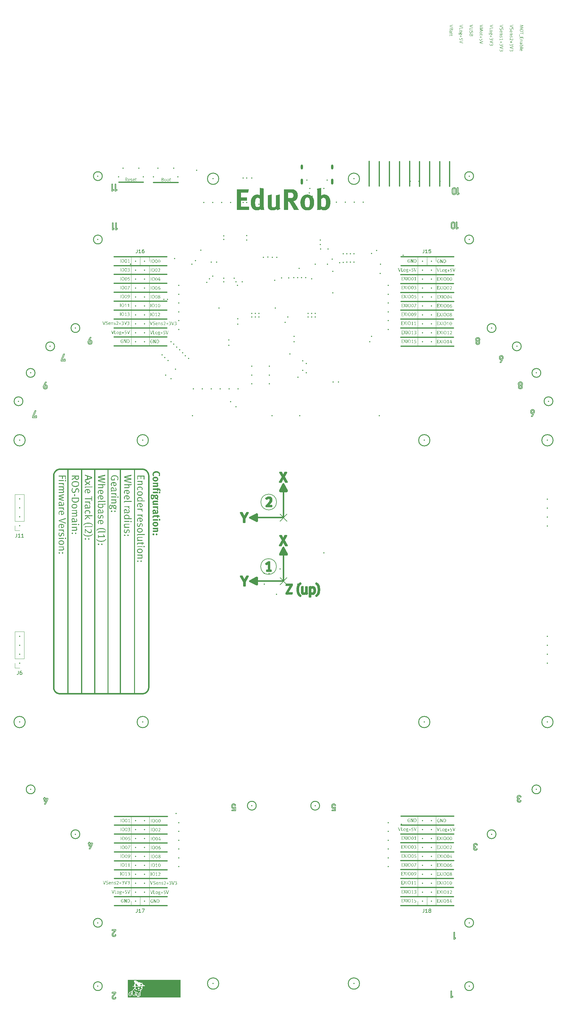
<source format=gto>
%TF.GenerationSoftware,KiCad,Pcbnew,7.0.10*%
%TF.CreationDate,2024-01-17T11:14:51+01:00*%
%TF.ProjectId,Edurob,45647572-6f62-42e6-9b69-6361645f7063,rev?*%
%TF.SameCoordinates,Original*%
%TF.FileFunction,Legend,Top*%
%TF.FilePolarity,Positive*%
%FSLAX46Y46*%
G04 Gerber Fmt 4.6, Leading zero omitted, Abs format (unit mm)*
G04 Created by KiCad (PCBNEW 7.0.10) date 2024-01-17 11:14:51*
%MOMM*%
%LPD*%
G01*
G04 APERTURE LIST*
%ADD10C,0.200000*%
%ADD11C,0.250000*%
%ADD12C,0.000000*%
%ADD13C,0.150000*%
%ADD14C,0.300000*%
%ADD15C,0.422999*%
%ADD16C,1.000000*%
%ADD17C,0.120000*%
%ADD18C,0.350000*%
%ADD19O,0.600000X1.700000*%
%ADD20O,0.600000X1.400000*%
G04 APERTURE END LIST*
D10*
X255414694Y-82789262D02*
X255362223Y-82807973D01*
X267188916Y-94278556D02*
X267217796Y-94288725D01*
X254756355Y-226067118D02*
X254786048Y-226025630D01*
X267442118Y-212516156D02*
X267413239Y-212560085D01*
X253957494Y-224892825D02*
X253971324Y-224831812D01*
X266776876Y-95058707D02*
X266758572Y-95006236D01*
X248417278Y-49610445D02*
X248433142Y-49586853D01*
X214237085Y-214565741D02*
X214191936Y-214567368D01*
X132774121Y-94431088D02*
X132803407Y-94471763D01*
X255129154Y-81712590D02*
X255159661Y-81717064D01*
X267860057Y-95006236D02*
X267841753Y-95058707D01*
X145265038Y-81969445D02*
X145250395Y-81942599D01*
X214191936Y-214567368D02*
X214136211Y-214564521D01*
D11*
X142119165Y-221858757D02*
G75*
G03*
X139619165Y-221858757I-1250000J0D01*
G01*
X139619165Y-221858757D02*
G75*
G03*
X142119165Y-221858757I1250000J0D01*
G01*
D10*
X151261079Y-268093939D02*
X151266367Y-268045942D01*
X248357892Y-49666983D02*
X248379450Y-49650713D01*
X267011775Y-210768749D02*
X267060992Y-210774850D01*
X267873887Y-93738389D02*
X267893818Y-93794114D01*
X185915425Y-213192824D02*
X185962608Y-213202180D01*
X214516931Y-213246644D02*
X214562487Y-213271049D01*
X144806222Y-81897856D02*
X144786698Y-81918601D01*
X131777171Y-94595416D02*
X131810932Y-94518133D01*
X133069673Y-211656522D02*
X133069627Y-211927012D01*
X248309896Y-48270197D02*
X248283457Y-48261655D01*
X255755553Y-81155339D02*
X255775483Y-81211064D01*
X132027731Y-94766252D02*
X132023663Y-94804486D01*
X254321537Y-226056136D02*
X254341875Y-226077694D01*
X247955628Y-39942907D02*
X247936510Y-39887589D01*
X248761810Y-38832067D02*
X248760590Y-38796680D01*
X270242470Y-102138164D02*
X270226199Y-102082439D01*
X267466523Y-212471006D02*
X267442118Y-212516156D01*
X255423236Y-80838479D02*
X255475707Y-80862071D01*
X255033760Y-226163112D02*
X255004881Y-226207041D01*
X152399987Y-38950315D02*
X152685527Y-38741651D01*
X213688377Y-213661124D02*
X213693665Y-213628177D01*
X132585795Y-94731271D02*
X132576846Y-94698731D01*
X185262181Y-213879015D02*
X185262587Y-213830205D01*
X248009726Y-38472498D02*
X248045113Y-38429383D01*
D11*
X126600000Y-190000000D02*
G75*
G03*
X123400000Y-190000000I-1600000J0D01*
G01*
X123400000Y-190000000D02*
G75*
G03*
X126600000Y-190000000I1600000J0D01*
G01*
D10*
X254786048Y-226025630D02*
X254808826Y-225976413D01*
X266379275Y-212284307D02*
X266376835Y-212230209D01*
X151259045Y-268143970D02*
X151261079Y-268093939D01*
X185278858Y-213634150D02*
X185284552Y-213604864D01*
X261373508Y-86199333D02*
X261405235Y-86146862D01*
X262143490Y-85976840D02*
X262189859Y-86004499D01*
X267596034Y-94840687D02*
X267594855Y-94806520D01*
X144890826Y-82753663D02*
X144841203Y-82740646D01*
X213705867Y-214198037D02*
X213698139Y-214165090D01*
D12*
G36*
X164789906Y-124591710D02*
G01*
X164802543Y-124592547D01*
X164814923Y-124593942D01*
X164827048Y-124595896D01*
X164838917Y-124598407D01*
X164850530Y-124601476D01*
X164861887Y-124605104D01*
X164872988Y-124609289D01*
X164883834Y-124614033D01*
X164894423Y-124619334D01*
X164904758Y-124625194D01*
X164914837Y-124631611D01*
X164924660Y-124638587D01*
X164934228Y-124646120D01*
X164943540Y-124654212D01*
X164952597Y-124662861D01*
X164961242Y-124672278D01*
X164969329Y-124681927D01*
X164976858Y-124691809D01*
X164983830Y-124701923D01*
X164990245Y-124712270D01*
X164996101Y-124722849D01*
X165001401Y-124733661D01*
X165006142Y-124744705D01*
X165010325Y-124755982D01*
X165013951Y-124767491D01*
X165017019Y-124779233D01*
X165019530Y-124791207D01*
X165021482Y-124803414D01*
X165022877Y-124815854D01*
X165023714Y-124828526D01*
X165023993Y-124841431D01*
X165023714Y-124853953D01*
X165022877Y-124866218D01*
X165021482Y-124878228D01*
X165019530Y-124889981D01*
X165017019Y-124901479D01*
X165013951Y-124912721D01*
X165010325Y-124923708D01*
X165006142Y-124934438D01*
X165001401Y-124944913D01*
X164996101Y-124955132D01*
X164990245Y-124965095D01*
X164983830Y-124974802D01*
X164976858Y-124984254D01*
X164969329Y-124993450D01*
X164961242Y-125002390D01*
X164952597Y-125011075D01*
X164943545Y-125019724D01*
X164934237Y-125027816D01*
X164924672Y-125035349D01*
X164914852Y-125042325D01*
X164904774Y-125048742D01*
X164894441Y-125054602D01*
X164883851Y-125059903D01*
X164873005Y-125064647D01*
X164861903Y-125068832D01*
X164850544Y-125072460D01*
X164838930Y-125075529D01*
X164827059Y-125078040D01*
X164814932Y-125079993D01*
X164802549Y-125081389D01*
X164789909Y-125082226D01*
X164777014Y-125082505D01*
X164764121Y-125082226D01*
X164751484Y-125081389D01*
X164739103Y-125079993D01*
X164726978Y-125078040D01*
X164715108Y-125075529D01*
X164703494Y-125072460D01*
X164692135Y-125068832D01*
X164681032Y-125064647D01*
X164670185Y-125059903D01*
X164659594Y-125054602D01*
X164649258Y-125048742D01*
X164639178Y-125042325D01*
X164629354Y-125035349D01*
X164619786Y-125027816D01*
X164610473Y-125019724D01*
X164601416Y-125011075D01*
X164592771Y-125002018D01*
X164584684Y-124992706D01*
X164577154Y-124983138D01*
X164570182Y-124973314D01*
X164563768Y-124963235D01*
X164557911Y-124952899D01*
X164552612Y-124942308D01*
X164547871Y-124931461D01*
X164543687Y-124920359D01*
X164540061Y-124909000D01*
X164536993Y-124897386D01*
X164534483Y-124885517D01*
X164532530Y-124873391D01*
X164531136Y-124861010D01*
X164530299Y-124848373D01*
X164530020Y-124835480D01*
X164530299Y-124822948D01*
X164531136Y-124810648D01*
X164532530Y-124798581D01*
X164534483Y-124786746D01*
X164536993Y-124775143D01*
X164540061Y-124763773D01*
X164543687Y-124752636D01*
X164547871Y-124741731D01*
X164552612Y-124731058D01*
X164557911Y-124720618D01*
X164563768Y-124710411D01*
X164570182Y-124700436D01*
X164577154Y-124690693D01*
X164584684Y-124681184D01*
X164592771Y-124671906D01*
X164601416Y-124662861D01*
X164610468Y-124654212D01*
X164619776Y-124646120D01*
X164629340Y-124638587D01*
X164639161Y-124631611D01*
X164649239Y-124625194D01*
X164659573Y-124619334D01*
X164670163Y-124614033D01*
X164681009Y-124609289D01*
X164692113Y-124605104D01*
X164703472Y-124601476D01*
X164715088Y-124598407D01*
X164726960Y-124595896D01*
X164739089Y-124593942D01*
X164751474Y-124592547D01*
X164764116Y-124591710D01*
X164777014Y-124591431D01*
X164789906Y-124591710D01*
G37*
D10*
X145025461Y-81569200D02*
X145064509Y-81564319D01*
X262132507Y-86704113D02*
X262144303Y-86674013D01*
X254958104Y-224579626D02*
X254993085Y-224617861D01*
D12*
G36*
X199988797Y-123956412D02*
G01*
X199999392Y-123957255D01*
X200009833Y-123958616D01*
X200020106Y-123960481D01*
X200030199Y-123962839D01*
X200040099Y-123965677D01*
X200049792Y-123968980D01*
X200059266Y-123972737D01*
X200068507Y-123976933D01*
X200077503Y-123981558D01*
X200086240Y-123986596D01*
X200094707Y-123992035D01*
X200102888Y-123997863D01*
X200110773Y-124004066D01*
X200118347Y-124010632D01*
X200125597Y-124017546D01*
X200132511Y-124024797D01*
X200139076Y-124032371D01*
X200145279Y-124040256D01*
X200151106Y-124048438D01*
X200156545Y-124056904D01*
X200161583Y-124065642D01*
X200166206Y-124074638D01*
X200170402Y-124083879D01*
X200174158Y-124093353D01*
X200177461Y-124103046D01*
X200180297Y-124112946D01*
X200182654Y-124123039D01*
X200184518Y-124133312D01*
X200185878Y-124143753D01*
X200186719Y-124154349D01*
X200187029Y-124165085D01*
X200187037Y-131971726D01*
X200186726Y-131982462D01*
X200185884Y-131993058D01*
X200184524Y-132003499D01*
X200182659Y-132013772D01*
X200180301Y-132023865D01*
X200177465Y-132033765D01*
X200174162Y-132043458D01*
X200170405Y-132052932D01*
X200166209Y-132062173D01*
X200161585Y-132071169D01*
X200156547Y-132079907D01*
X200151107Y-132088373D01*
X200145280Y-132096555D01*
X200139076Y-132104439D01*
X200132511Y-132112014D01*
X200125596Y-132119265D01*
X200118345Y-132126179D01*
X200110771Y-132132745D01*
X200102886Y-132138948D01*
X200094703Y-132144776D01*
X200086236Y-132150215D01*
X200077498Y-132155253D01*
X200068502Y-132159877D01*
X200059260Y-132164074D01*
X200049785Y-132167831D01*
X200040091Y-132171134D01*
X200030190Y-132173971D01*
X200020096Y-132176329D01*
X200009822Y-132178195D01*
X199999380Y-132179556D01*
X199988783Y-132180399D01*
X199978045Y-132180710D01*
X199967308Y-132180399D01*
X199956713Y-132179556D01*
X199946272Y-132178195D01*
X199935998Y-132176329D01*
X199925905Y-132173971D01*
X199916006Y-132171134D01*
X199906313Y-132167831D01*
X199896839Y-132164074D01*
X199887598Y-132159877D01*
X199878602Y-132155253D01*
X199869864Y-132150215D01*
X199861398Y-132144776D01*
X199853216Y-132138948D01*
X199845332Y-132132745D01*
X199837758Y-132126179D01*
X199830507Y-132119265D01*
X199823593Y-132112014D01*
X199817028Y-132104439D01*
X199810826Y-132096555D01*
X199804998Y-132088373D01*
X199799559Y-132079907D01*
X199794522Y-132071169D01*
X199789898Y-132062173D01*
X199785702Y-132052932D01*
X199781947Y-132043458D01*
X199778644Y-132033765D01*
X199775808Y-132023865D01*
X199773451Y-132013772D01*
X199771586Y-132003499D01*
X199770227Y-131993058D01*
X199769386Y-131982462D01*
X199769076Y-131971726D01*
X199769068Y-124165085D01*
X199769379Y-124154349D01*
X199770221Y-124143753D01*
X199771581Y-124133312D01*
X199773446Y-124123039D01*
X199775803Y-124112946D01*
X199778640Y-124103046D01*
X199781943Y-124093353D01*
X199785699Y-124083879D01*
X199789896Y-124074638D01*
X199794520Y-124065642D01*
X199799558Y-124056904D01*
X199804997Y-124048438D01*
X199810825Y-124040256D01*
X199817028Y-124032371D01*
X199823593Y-124024797D01*
X199830507Y-124017546D01*
X199837758Y-124010632D01*
X199845333Y-124004066D01*
X199853218Y-123997863D01*
X199861400Y-123992035D01*
X199869866Y-123986596D01*
X199878604Y-123981558D01*
X199887600Y-123976933D01*
X199896842Y-123972737D01*
X199906316Y-123968980D01*
X199916010Y-123965677D01*
X199925910Y-123962839D01*
X199936003Y-123960481D01*
X199946277Y-123958616D01*
X199956719Y-123957255D01*
X199967315Y-123956412D01*
X199978052Y-123956101D01*
X199978060Y-123956101D01*
X199988797Y-123956412D01*
G37*
D10*
X262409099Y-86779768D02*
X262375338Y-86857865D01*
X255638001Y-82619240D02*
X255599360Y-82662763D01*
X151462848Y-37249684D02*
X151462831Y-38950315D01*
X255762467Y-82311735D02*
X255754739Y-82368681D01*
X151638138Y-250582396D02*
X151659289Y-250600699D01*
X267457779Y-93700561D02*
X267430120Y-93687952D01*
X151781315Y-250935456D02*
X151722743Y-250927321D01*
X266898698Y-212509241D02*
X266956456Y-212514529D01*
X185664052Y-213507244D02*
X185635986Y-213527581D01*
X213973510Y-213247051D02*
X214031269Y-213217358D01*
X266987167Y-94016201D02*
X266991641Y-94048334D01*
X255250367Y-82829124D02*
X255190981Y-82831565D01*
X132069626Y-94642192D02*
X132054983Y-94668631D01*
X248595449Y-39967719D02*
X248620261Y-39956330D01*
X267577364Y-93803470D02*
X267557840Y-93778658D01*
X267023775Y-94874448D02*
X267028249Y-94906581D01*
D13*
X197988313Y-145845997D02*
G75*
G03*
X193516177Y-145845997I-2236068J0D01*
G01*
X193516177Y-145845997D02*
G75*
G03*
X197988313Y-145845997I2236068J0D01*
G01*
D10*
X271005130Y-102087727D02*
X271022213Y-102062915D01*
X266712405Y-211158824D02*
X266693695Y-211182822D01*
D12*
G36*
X156231247Y-133173821D02*
G01*
X154716370Y-133173821D01*
X154716370Y-132932747D01*
X156192551Y-132932747D01*
X156231247Y-133173821D01*
G37*
D10*
X255014044Y-80820582D02*
X255070989Y-80807566D01*
X255455776Y-82133578D02*
X255443167Y-82107953D01*
X254640238Y-81655238D02*
X254614613Y-81596665D01*
D12*
G36*
X145719345Y-134590499D02*
G01*
X145713717Y-134592126D01*
X145705764Y-134594033D01*
X145695487Y-134596219D01*
X145682884Y-134598683D01*
X145667958Y-134601427D01*
X145650706Y-134604450D01*
X145631131Y-134607751D01*
X145609230Y-134611331D01*
X145585930Y-134615517D01*
X145560677Y-134619144D01*
X145533472Y-134622213D01*
X145504314Y-134624724D01*
X145473203Y-134626677D01*
X145440138Y-134628072D01*
X145405121Y-134628909D01*
X145368149Y-134629188D01*
X143853279Y-134629188D01*
X143832539Y-134629420D01*
X143813472Y-134630118D01*
X143796080Y-134631281D01*
X143780362Y-134632909D01*
X143766318Y-134635002D01*
X143759924Y-134636222D01*
X143753949Y-134637559D01*
X143748391Y-134639012D01*
X143743252Y-134640582D01*
X143738532Y-134642267D01*
X143734230Y-134644069D01*
X143732400Y-134645217D01*
X143730627Y-134646429D01*
X143728913Y-134647705D01*
X143727256Y-134649045D01*
X143725658Y-134650449D01*
X143724118Y-134651916D01*
X143722635Y-134653448D01*
X143721211Y-134655044D01*
X143719845Y-134656703D01*
X143718538Y-134658427D01*
X143717288Y-134660214D01*
X143716096Y-134662066D01*
X143714963Y-134663981D01*
X143713887Y-134665960D01*
X143712870Y-134668003D01*
X143711910Y-134670110D01*
X143711009Y-134672281D01*
X143710166Y-134674516D01*
X143709381Y-134676815D01*
X143708655Y-134679178D01*
X143707986Y-134681605D01*
X143707375Y-134684096D01*
X143706823Y-134686650D01*
X143706329Y-134689269D01*
X143705515Y-134694698D01*
X143704933Y-134700383D01*
X143704584Y-134706323D01*
X143704468Y-134712520D01*
X143704491Y-134713334D01*
X143704561Y-134714288D01*
X143704678Y-134715381D01*
X143704841Y-134716613D01*
X143705307Y-134719497D01*
X143705959Y-134722938D01*
X143706796Y-134726937D01*
X143707819Y-134731494D01*
X143709026Y-134736609D01*
X143710419Y-134742282D01*
X143558624Y-134789901D01*
X143553650Y-134778972D01*
X143549139Y-134768509D01*
X143545093Y-134758511D01*
X143541513Y-134748977D01*
X143538397Y-134739909D01*
X143535747Y-134731306D01*
X143533563Y-134723168D01*
X143531845Y-134715495D01*
X143530451Y-134708473D01*
X143529242Y-134700801D01*
X143528219Y-134692477D01*
X143527382Y-134683503D01*
X143526731Y-134673877D01*
X143526266Y-134663600D01*
X143525987Y-134652672D01*
X143525894Y-134641093D01*
X143526139Y-134627503D01*
X143526871Y-134614261D01*
X143528092Y-134601368D01*
X143529801Y-134588823D01*
X143531998Y-134576628D01*
X143534684Y-134564781D01*
X143537858Y-134553283D01*
X143541520Y-134542134D01*
X143545671Y-134531334D01*
X143550310Y-134520882D01*
X143555437Y-134510779D01*
X143561052Y-134501026D01*
X143567155Y-134491621D01*
X143573747Y-134482565D01*
X143580826Y-134473857D01*
X143588394Y-134465499D01*
X143592546Y-134461104D01*
X143596814Y-134456849D01*
X143601198Y-134452733D01*
X143605698Y-134448757D01*
X143610314Y-134444920D01*
X143615046Y-134441223D01*
X143619894Y-134437666D01*
X143624858Y-134434248D01*
X143629938Y-134430969D01*
X143635135Y-134427830D01*
X143640447Y-134424830D01*
X143645876Y-134421970D01*
X143651421Y-134419250D01*
X143657083Y-134416669D01*
X143662861Y-134414227D01*
X143668755Y-134411925D01*
X143675195Y-134409763D01*
X143681868Y-134407741D01*
X143688773Y-134405858D01*
X143695911Y-134404115D01*
X143703280Y-134402511D01*
X143710883Y-134401046D01*
X143718718Y-134399721D01*
X143726785Y-134398536D01*
X143735085Y-134397490D01*
X143743617Y-134396583D01*
X143752382Y-134395816D01*
X143761380Y-134395188D01*
X143780074Y-134394352D01*
X143799698Y-134394073D01*
X145371124Y-134394073D01*
X145403024Y-134393840D01*
X145433250Y-134393142D01*
X145461803Y-134391979D01*
X145488682Y-134390351D01*
X145513888Y-134388259D01*
X145537419Y-134385701D01*
X145559277Y-134382678D01*
X145579460Y-134379191D01*
X145615548Y-134372308D01*
X145643450Y-134366540D01*
X145654332Y-134364075D01*
X145663167Y-134361890D01*
X145669956Y-134359983D01*
X145674698Y-134358356D01*
X145719345Y-134590499D01*
G37*
D10*
X248379450Y-49650713D02*
X248399381Y-49631596D01*
X144911571Y-82465275D02*
X144942077Y-82471783D01*
X267309315Y-95414615D02*
X267249929Y-95412174D01*
X254373195Y-224437263D02*
X254430547Y-224424247D01*
X145285783Y-82031271D02*
X145276834Y-81998731D01*
X254595282Y-224703279D02*
X254537116Y-224699211D01*
D11*
X241600000Y-110000000D02*
G75*
G03*
X238400000Y-110000000I-1600000J0D01*
G01*
X238400000Y-110000000D02*
G75*
G03*
X241600000Y-110000000I1600000J0D01*
G01*
D10*
X248500662Y-49914695D02*
X248453479Y-49940728D01*
X132274629Y-95175851D02*
X132309203Y-95177071D01*
X214363178Y-214539709D02*
X214322503Y-214551911D01*
X129379333Y-101600000D02*
X129700667Y-101600000D01*
X247936510Y-39887589D02*
X247923087Y-39828203D01*
X266402053Y-212060593D02*
X266421984Y-212005682D01*
X249333704Y-40256920D02*
X249333704Y-38252852D01*
X248420138Y-39983176D02*
X248449425Y-39986836D01*
X254317877Y-224455160D02*
X254373195Y-224437263D01*
D12*
G36*
X159957413Y-129653000D02*
G01*
X159954971Y-129654163D01*
X159952110Y-129655419D01*
X159945135Y-129658210D01*
X159936486Y-129661373D01*
X159926163Y-129664907D01*
X159914167Y-129668814D01*
X159900496Y-129673093D01*
X159885152Y-129677743D01*
X159868134Y-129682766D01*
X159859520Y-129685626D01*
X159850789Y-129688253D01*
X159841942Y-129690648D01*
X159832979Y-129692810D01*
X159823900Y-129694740D01*
X159814704Y-129696437D01*
X159805392Y-129697902D01*
X159795963Y-129699134D01*
X159786419Y-129700133D01*
X159776758Y-129700900D01*
X159766981Y-129701435D01*
X159757088Y-129701737D01*
X159747079Y-129701806D01*
X159736954Y-129701643D01*
X159726712Y-129701247D01*
X159716355Y-129700619D01*
X159730305Y-129710780D01*
X159743883Y-129721174D01*
X159757090Y-129731800D01*
X159769924Y-129742659D01*
X159782387Y-129753750D01*
X159794478Y-129765074D01*
X159806196Y-129776630D01*
X159817543Y-129788418D01*
X159828518Y-129800439D01*
X159839121Y-129812693D01*
X159849352Y-129825179D01*
X159859211Y-129837898D01*
X159868698Y-129850849D01*
X159877814Y-129864033D01*
X159886557Y-129877449D01*
X159894928Y-129891098D01*
X159903215Y-129905234D01*
X159910968Y-129919371D01*
X159918186Y-129933507D01*
X159924870Y-129947644D01*
X159931019Y-129961781D01*
X159936634Y-129975917D01*
X159941713Y-129990054D01*
X159946259Y-130004191D01*
X159950269Y-130018328D01*
X159953745Y-130032465D01*
X159956687Y-130046602D01*
X159959093Y-130060739D01*
X159960965Y-130074876D01*
X159962302Y-130089013D01*
X159963104Y-130103150D01*
X159963371Y-130117287D01*
X159963278Y-130123936D01*
X159963000Y-130130493D01*
X159962535Y-130136957D01*
X159961885Y-130143328D01*
X159961049Y-130149606D01*
X159960027Y-130155790D01*
X159958820Y-130161882D01*
X159957428Y-130167881D01*
X159954639Y-130178672D01*
X159953383Y-130183229D01*
X159952221Y-130187228D01*
X159951152Y-130190669D01*
X159950175Y-130193552D01*
X159949292Y-130195877D01*
X159948502Y-130197643D01*
X159695519Y-130102406D01*
X159696960Y-130098662D01*
X159698309Y-130094871D01*
X159699564Y-130091034D01*
X159700727Y-130087151D01*
X159701797Y-130083222D01*
X159702774Y-130079246D01*
X159703658Y-130075223D01*
X159704449Y-130071154D01*
X159705147Y-130067039D01*
X159705752Y-130062877D01*
X159706264Y-130058669D01*
X159706683Y-130054414D01*
X159707009Y-130050113D01*
X159707242Y-130045765D01*
X159707382Y-130041371D01*
X159707428Y-130036930D01*
X159707010Y-130019573D01*
X159705754Y-130002471D01*
X159703661Y-129985625D01*
X159700731Y-129969035D01*
X159696964Y-129952701D01*
X159692360Y-129936622D01*
X159686919Y-129920800D01*
X159680640Y-129905232D01*
X159673525Y-129889921D01*
X159665573Y-129874866D01*
X159656785Y-129860066D01*
X159647159Y-129845522D01*
X159636696Y-129831234D01*
X159625397Y-129817202D01*
X159613261Y-129803426D01*
X159600289Y-129789906D01*
X159593976Y-129783709D01*
X159587686Y-129777768D01*
X159581420Y-129772083D01*
X159575177Y-129766654D01*
X159568957Y-129761481D01*
X159562761Y-129756563D01*
X159556587Y-129751901D01*
X159550437Y-129747495D01*
X159544310Y-129743344D01*
X159538206Y-129739450D01*
X159532125Y-129735811D01*
X159526068Y-129732428D01*
X159520033Y-129729301D01*
X159514021Y-129726430D01*
X159508033Y-129723814D01*
X159502068Y-129721455D01*
X159496303Y-129719292D01*
X159490165Y-129717269D01*
X159483656Y-129715386D01*
X159476774Y-129713642D01*
X159469519Y-129712038D01*
X159461893Y-129710573D01*
X159453894Y-129709247D01*
X159445523Y-129708062D01*
X159436780Y-129707016D01*
X159427665Y-129706109D01*
X159418178Y-129705342D01*
X159408318Y-129704714D01*
X159398086Y-129704226D01*
X159387482Y-129703877D01*
X159365158Y-129703598D01*
X158436592Y-129703598D01*
X158436592Y-129471455D01*
X159579445Y-129471455D01*
X159614831Y-129471083D01*
X159648079Y-129469967D01*
X159679189Y-129468107D01*
X159708161Y-129465503D01*
X159734993Y-129462154D01*
X159759687Y-129458062D01*
X159782242Y-129453225D01*
X159802658Y-129447643D01*
X159837444Y-129438158D01*
X159864415Y-129430532D01*
X159883572Y-129424766D01*
X159890219Y-129422581D01*
X159894913Y-129420860D01*
X159957413Y-129653000D01*
G37*
D10*
X151667018Y-250914305D02*
X151613326Y-250896001D01*
X132744835Y-95273878D02*
X132702126Y-95314147D01*
X270584141Y-101281544D02*
X270635392Y-101265681D01*
X271059228Y-101748089D02*
X271051499Y-101715956D01*
X185291060Y-214204010D02*
X185283332Y-214171063D01*
X270494249Y-101859946D02*
X270495469Y-101900621D01*
D14*
X151840108Y-73034200D02*
X166840108Y-73034200D01*
D10*
X145198331Y-81570827D02*
X145242667Y-81581403D01*
X151898460Y-250935456D02*
X151842735Y-250937897D01*
X248916376Y-38429383D02*
X248951357Y-38472498D01*
X247972698Y-49610445D02*
X247991002Y-49631596D01*
D12*
G36*
X152083326Y-119948872D02*
G01*
X152152940Y-119952499D01*
X152219858Y-119958545D01*
X152284079Y-119967008D01*
X152345602Y-119977890D01*
X152375353Y-119984238D01*
X152404428Y-119991190D01*
X152432830Y-119998747D01*
X152460556Y-120006908D01*
X152487608Y-120015674D01*
X152513985Y-120025044D01*
X152540132Y-120035043D01*
X152565744Y-120045692D01*
X152590821Y-120056992D01*
X152615363Y-120068943D01*
X152639370Y-120081546D01*
X152662842Y-120094799D01*
X152685779Y-120108703D01*
X152708182Y-120123259D01*
X152730049Y-120138465D01*
X152751382Y-120154323D01*
X152772180Y-120170831D01*
X152792443Y-120187991D01*
X152812172Y-120205801D01*
X152831366Y-120224263D01*
X152850025Y-120243375D01*
X152868149Y-120263139D01*
X152891575Y-120290331D01*
X152913489Y-120318337D01*
X152933892Y-120347158D01*
X152952784Y-120376792D01*
X152970164Y-120407239D01*
X152986033Y-120438501D01*
X153000391Y-120470576D01*
X153013237Y-120503466D01*
X153024572Y-120537169D01*
X153034396Y-120571686D01*
X153042708Y-120607016D01*
X153049509Y-120643161D01*
X153054799Y-120680119D01*
X153058577Y-120717891D01*
X153060844Y-120756477D01*
X153061600Y-120795876D01*
X153060809Y-120836078D01*
X153058438Y-120875582D01*
X153054485Y-120914389D01*
X153048951Y-120952498D01*
X153041836Y-120989909D01*
X153033140Y-121026623D01*
X153022863Y-121062640D01*
X153011005Y-121097959D01*
X152997565Y-121132580D01*
X152982544Y-121166504D01*
X152965943Y-121199730D01*
X152947759Y-121232259D01*
X152927995Y-121264090D01*
X152906650Y-121295224D01*
X152883723Y-121325660D01*
X152859215Y-121355399D01*
X152707436Y-121245282D01*
X152728223Y-121214404D01*
X152747429Y-121184270D01*
X152765053Y-121154880D01*
X152781097Y-121126234D01*
X152795559Y-121098333D01*
X152808440Y-121071175D01*
X152819741Y-121044761D01*
X152829460Y-121019091D01*
X152833785Y-121006733D01*
X152837832Y-120994212D01*
X152841599Y-120981528D01*
X152845087Y-120968682D01*
X152848296Y-120955672D01*
X152851227Y-120942500D01*
X152853878Y-120929166D01*
X152856250Y-120915668D01*
X152858343Y-120902008D01*
X152860157Y-120888185D01*
X152861692Y-120874199D01*
X152862948Y-120860051D01*
X152863925Y-120845739D01*
X152864623Y-120831265D01*
X152865042Y-120816629D01*
X152865181Y-120801829D01*
X152864856Y-120779682D01*
X152863879Y-120757884D01*
X152862251Y-120736435D01*
X152859972Y-120715334D01*
X152857041Y-120694582D01*
X152853460Y-120674179D01*
X152849228Y-120654125D01*
X152844344Y-120634419D01*
X152838810Y-120615062D01*
X152832625Y-120596054D01*
X152825789Y-120577395D01*
X152818302Y-120559084D01*
X152810164Y-120541122D01*
X152801375Y-120523509D01*
X152791935Y-120506245D01*
X152781845Y-120489329D01*
X152771058Y-120472867D01*
X152759525Y-120456963D01*
X152747249Y-120441618D01*
X152734228Y-120426830D01*
X152720463Y-120412600D01*
X152705954Y-120398928D01*
X152690700Y-120385814D01*
X152674703Y-120373259D01*
X152657961Y-120361261D01*
X152640475Y-120349821D01*
X152622245Y-120338939D01*
X152603271Y-120328616D01*
X152583553Y-120318850D01*
X152563091Y-120309642D01*
X152541886Y-120300993D01*
X152519936Y-120292901D01*
X152491057Y-120283170D01*
X152461714Y-120274067D01*
X152431906Y-120265592D01*
X152401632Y-120257745D01*
X152370894Y-120250525D01*
X152339691Y-120243933D01*
X152308023Y-120237969D01*
X152275890Y-120232633D01*
X152243291Y-120227925D01*
X152210228Y-120223844D01*
X152176700Y-120220391D01*
X152142707Y-120217566D01*
X152108248Y-120215369D01*
X152073325Y-120213800D01*
X152002083Y-120212544D01*
X151952184Y-120213102D01*
X151903681Y-120214777D01*
X151856573Y-120217567D01*
X151810862Y-120221473D01*
X151766546Y-120226496D01*
X151723625Y-120232634D01*
X151682099Y-120239889D01*
X151641968Y-120248259D01*
X151603415Y-120258397D01*
X151566630Y-120269464D01*
X151531612Y-120281462D01*
X151498362Y-120294390D01*
X151482399Y-120301203D01*
X151466879Y-120308248D01*
X151451800Y-120315525D01*
X151437163Y-120323036D01*
X151422968Y-120330778D01*
X151409215Y-120338753D01*
X151395903Y-120346961D01*
X151383034Y-120355401D01*
X151376745Y-120359935D01*
X151370525Y-120364608D01*
X151364376Y-120369421D01*
X151358296Y-120374374D01*
X151352286Y-120379466D01*
X151346346Y-120384698D01*
X151340476Y-120390069D01*
X151334675Y-120395580D01*
X151328944Y-120401230D01*
X151323283Y-120407019D01*
X151317692Y-120412949D01*
X151312170Y-120419017D01*
X151306718Y-120425226D01*
X151301335Y-120431574D01*
X151296023Y-120438061D01*
X151290779Y-120444688D01*
X151281246Y-120458267D01*
X151271991Y-120472218D01*
X151263016Y-120486541D01*
X151254319Y-120501236D01*
X151245902Y-120516303D01*
X151237765Y-120531741D01*
X151229907Y-120547552D01*
X151222328Y-120563735D01*
X151215817Y-120580243D01*
X151209678Y-120597030D01*
X151203912Y-120614097D01*
X151198518Y-120631442D01*
X151193496Y-120649067D01*
X151188847Y-120666971D01*
X151184570Y-120685154D01*
X151180664Y-120703616D01*
X151177175Y-120722170D01*
X151174151Y-120740632D01*
X151171593Y-120759000D01*
X151169500Y-120777276D01*
X151167872Y-120795458D01*
X151166709Y-120813548D01*
X151166012Y-120831544D01*
X151165779Y-120849448D01*
X151166093Y-120873385D01*
X151167035Y-120896834D01*
X151168604Y-120919795D01*
X151170801Y-120942267D01*
X151173625Y-120964251D01*
X151177078Y-120985747D01*
X151181158Y-121006755D01*
X151185867Y-121027274D01*
X151191203Y-121047305D01*
X151197167Y-121066848D01*
X151203759Y-121085902D01*
X151210979Y-121104469D01*
X151218827Y-121122547D01*
X151227303Y-121140137D01*
X151236407Y-121157238D01*
X151246140Y-121173852D01*
X151868157Y-121173852D01*
X151868157Y-120763139D01*
X152070542Y-120715520D01*
X152070542Y-121403020D01*
X151118164Y-121403018D01*
X151109353Y-121389078D01*
X151100774Y-121374790D01*
X151092427Y-121360153D01*
X151084313Y-121345168D01*
X151076431Y-121329834D01*
X151068782Y-121314151D01*
X151061365Y-121298119D01*
X151054180Y-121281738D01*
X151047228Y-121265009D01*
X151040509Y-121247931D01*
X151034022Y-121230504D01*
X151027767Y-121212729D01*
X151021745Y-121194604D01*
X151015956Y-121176131D01*
X151005074Y-121138139D01*
X150995308Y-121100100D01*
X150986845Y-121061874D01*
X150979684Y-121023463D01*
X150973825Y-120984865D01*
X150969268Y-120946082D01*
X150966013Y-120907112D01*
X150964061Y-120867956D01*
X150963410Y-120828614D01*
X150964409Y-120780472D01*
X150967409Y-120733516D01*
X150972408Y-120687745D01*
X150979407Y-120643161D01*
X150988405Y-120599762D01*
X150999403Y-120557549D01*
X151012400Y-120516522D01*
X151027397Y-120476681D01*
X151044394Y-120438025D01*
X151063390Y-120400555D01*
X151084385Y-120364271D01*
X151107380Y-120329173D01*
X151132374Y-120295261D01*
X151159368Y-120262534D01*
X151188361Y-120230994D01*
X151219353Y-120200639D01*
X151237397Y-120184537D01*
X151255813Y-120168970D01*
X151274601Y-120153938D01*
X151293760Y-120139441D01*
X151313291Y-120125478D01*
X151333194Y-120112051D01*
X151353469Y-120099158D01*
X151374116Y-120086800D01*
X151395135Y-120074977D01*
X151416526Y-120063688D01*
X151438289Y-120052934D01*
X151460424Y-120042715D01*
X151482932Y-120033031D01*
X151505812Y-120023882D01*
X151529064Y-120015267D01*
X151552689Y-120007188D01*
X151577148Y-119999980D01*
X151602165Y-119993237D01*
X151627741Y-119986959D01*
X151653874Y-119981146D01*
X151707817Y-119970915D01*
X151763992Y-119962545D01*
X151822399Y-119956034D01*
X151883039Y-119951384D01*
X151945912Y-119948593D01*
X152011017Y-119947663D01*
X152083326Y-119948872D01*
G37*
G36*
X136519974Y-127454142D02*
G01*
X136530327Y-127454408D01*
X136560623Y-127456814D01*
X136590036Y-127460825D01*
X136618566Y-127466440D01*
X136646211Y-127473660D01*
X136672972Y-127482484D01*
X136698850Y-127492912D01*
X136723845Y-127504944D01*
X136747956Y-127518581D01*
X136771183Y-127533823D01*
X136793527Y-127550668D01*
X136814988Y-127569118D01*
X136835565Y-127589173D01*
X136855259Y-127610831D01*
X136874070Y-127634095D01*
X136891998Y-127658962D01*
X136908937Y-127685295D01*
X136924783Y-127712952D01*
X136939537Y-127741936D01*
X136953197Y-127772244D01*
X136965765Y-127803877D01*
X136977240Y-127836836D01*
X136987622Y-127871121D01*
X136996911Y-127906730D01*
X137005108Y-127943665D01*
X137012211Y-127981925D01*
X137018222Y-128021511D01*
X137023140Y-128062422D01*
X137026965Y-128104658D01*
X137029698Y-128148220D01*
X137031337Y-128193107D01*
X137031883Y-128239319D01*
X137031883Y-128283962D01*
X137031837Y-128290101D01*
X137031697Y-128296612D01*
X137031465Y-128303494D01*
X137031140Y-128310748D01*
X137030210Y-128326373D01*
X137028908Y-128343487D01*
X137133072Y-128343487D01*
X137156835Y-128343347D01*
X137179017Y-128342929D01*
X137199618Y-128342231D01*
X137218639Y-128341254D01*
X137236078Y-128339998D01*
X137251936Y-128338463D01*
X137266213Y-128336649D01*
X137278908Y-128334557D01*
X137285174Y-128333708D01*
X137291324Y-128332650D01*
X137297358Y-128331383D01*
X137303275Y-128329907D01*
X137309076Y-128328221D01*
X137314761Y-128326326D01*
X137320330Y-128324222D01*
X137325782Y-128321909D01*
X137331118Y-128319386D01*
X137336338Y-128316654D01*
X137341441Y-128313713D01*
X137346428Y-128310562D01*
X137351298Y-128307202D01*
X137356052Y-128303633D01*
X137360690Y-128299855D01*
X137365212Y-128295868D01*
X137370328Y-128291357D01*
X137375259Y-128286753D01*
X137380002Y-128282057D01*
X137384560Y-128277267D01*
X137388931Y-128272384D01*
X137393116Y-128267409D01*
X137397115Y-128262340D01*
X137400928Y-128257178D01*
X137404554Y-128251923D01*
X137407995Y-128246576D01*
X137411250Y-128241135D01*
X137414319Y-128235601D01*
X137417202Y-128229974D01*
X137419899Y-128224255D01*
X137422410Y-128218442D01*
X137424736Y-128212536D01*
X137427258Y-128206502D01*
X137429618Y-128200306D01*
X137431815Y-128193946D01*
X137433850Y-128187424D01*
X137435722Y-128180740D01*
X137437431Y-128173892D01*
X137438977Y-128166882D01*
X137440361Y-128159709D01*
X137441582Y-128152373D01*
X137442641Y-128144875D01*
X137443536Y-128137213D01*
X137444269Y-128129389D01*
X137444839Y-128121403D01*
X137445246Y-128113253D01*
X137445491Y-128104941D01*
X137445572Y-128096466D01*
X137445340Y-128080748D01*
X137444642Y-128064844D01*
X137443480Y-128048754D01*
X137441852Y-128032478D01*
X137439759Y-128016016D01*
X137437200Y-127999369D01*
X137434177Y-127982535D01*
X137430687Y-127965515D01*
X137426782Y-127948448D01*
X137422504Y-127931475D01*
X137417855Y-127914594D01*
X137412833Y-127897806D01*
X137407439Y-127881112D01*
X137401673Y-127864510D01*
X137395534Y-127848002D01*
X137389023Y-127831587D01*
X137382930Y-127816054D01*
X137376559Y-127800708D01*
X137369909Y-127785548D01*
X137362980Y-127770574D01*
X137355772Y-127755786D01*
X137348286Y-127741184D01*
X137340520Y-127726768D01*
X137332474Y-127712538D01*
X137324988Y-127699424D01*
X137317409Y-127686869D01*
X137309737Y-127674872D01*
X137301971Y-127663432D01*
X137294111Y-127652551D01*
X137286159Y-127642228D01*
X137278113Y-127632462D01*
X137269974Y-127623255D01*
X137436638Y-127507183D01*
X137460784Y-127544490D01*
X137483373Y-127582007D01*
X137504404Y-127619732D01*
X137523878Y-127657667D01*
X137541793Y-127695811D01*
X137558151Y-127734165D01*
X137572951Y-127772727D01*
X137586193Y-127811499D01*
X137597878Y-127850480D01*
X137608004Y-127889670D01*
X137616573Y-127929070D01*
X137623584Y-127968678D01*
X137629037Y-128008496D01*
X137632932Y-128048524D01*
X137635269Y-128088760D01*
X137636048Y-128129206D01*
X137635141Y-128167780D01*
X137632420Y-128204633D01*
X137627886Y-128239766D01*
X137621538Y-128273178D01*
X137613377Y-128304870D01*
X137603402Y-128334841D01*
X137591613Y-128363091D01*
X137578011Y-128389621D01*
X137562595Y-128414430D01*
X137545366Y-128437519D01*
X137526323Y-128458887D01*
X137505467Y-128478534D01*
X137482797Y-128496461D01*
X137458314Y-128512667D01*
X137432018Y-128527152D01*
X137403908Y-128539917D01*
X137396375Y-128542824D01*
X137388655Y-128545591D01*
X137380749Y-128548219D01*
X137372657Y-128550707D01*
X137364379Y-128553055D01*
X137355915Y-128555264D01*
X137347265Y-128557334D01*
X137338429Y-128559264D01*
X137320198Y-128562705D01*
X137301224Y-128565588D01*
X137281507Y-128567914D01*
X137261048Y-128569681D01*
X137239937Y-128571030D01*
X137218267Y-128572099D01*
X137196038Y-128572890D01*
X137173251Y-128573401D01*
X137149906Y-128573634D01*
X137126003Y-128573588D01*
X137101542Y-128573263D01*
X137076523Y-128572659D01*
X136588425Y-128560755D01*
X136545641Y-128559638D01*
X136506579Y-128559266D01*
X136471238Y-128559638D01*
X136454964Y-128560103D01*
X136439621Y-128560755D01*
X136425018Y-128561638D01*
X136410973Y-128562801D01*
X136397487Y-128564242D01*
X136384560Y-128565963D01*
X136372190Y-128567963D01*
X136360378Y-128570242D01*
X136349123Y-128572799D01*
X136338425Y-128575636D01*
X136333636Y-128577531D01*
X136328941Y-128579495D01*
X136324338Y-128581529D01*
X136319828Y-128583633D01*
X136315411Y-128585807D01*
X136311087Y-128588051D01*
X136306856Y-128590364D01*
X136302717Y-128592747D01*
X136298672Y-128595200D01*
X136294719Y-128597723D01*
X136290859Y-128600316D01*
X136287092Y-128602978D01*
X136283417Y-128605710D01*
X136279835Y-128608512D01*
X136276346Y-128611383D01*
X136272949Y-128614325D01*
X136269625Y-128617371D01*
X136266348Y-128620557D01*
X136263116Y-128623882D01*
X136259932Y-128627346D01*
X136256794Y-128630950D01*
X136253702Y-128634694D01*
X136250657Y-128638577D01*
X136247658Y-128642599D01*
X136244706Y-128646761D01*
X136241800Y-128651063D01*
X136238941Y-128655504D01*
X136236128Y-128660084D01*
X136233362Y-128664805D01*
X136230642Y-128669664D01*
X136227969Y-128674663D01*
X136225342Y-128679802D01*
X136058655Y-128560745D01*
X136061758Y-128551166D01*
X136065118Y-128541772D01*
X136068734Y-128532565D01*
X136072605Y-128523544D01*
X136076733Y-128514708D01*
X136081116Y-128506059D01*
X136085755Y-128497596D01*
X136090651Y-128489318D01*
X136095802Y-128481227D01*
X136101209Y-128473321D01*
X136106872Y-128465602D01*
X136112791Y-128458068D01*
X136118965Y-128450721D01*
X136125395Y-128443559D01*
X136132081Y-128436584D01*
X136139023Y-128429794D01*
X136146532Y-128423586D01*
X136154180Y-128417610D01*
X136161968Y-128411867D01*
X136169896Y-128406356D01*
X136177964Y-128401078D01*
X136186171Y-128396032D01*
X136194518Y-128391219D01*
X136203005Y-128386639D01*
X136211631Y-128382291D01*
X136220398Y-128378175D01*
X136229303Y-128374292D01*
X136238348Y-128370642D01*
X136247533Y-128367224D01*
X136256858Y-128364039D01*
X136266322Y-128361086D01*
X136275925Y-128358366D01*
X136262765Y-128345008D01*
X136250070Y-128331719D01*
X136237840Y-128318501D01*
X136226075Y-128305352D01*
X136214775Y-128292273D01*
X136203939Y-128279264D01*
X136193569Y-128266324D01*
X136183665Y-128253454D01*
X136174225Y-128240655D01*
X136165250Y-128227924D01*
X136156740Y-128215264D01*
X136148696Y-128202673D01*
X136141117Y-128190152D01*
X136134003Y-128177701D01*
X136127354Y-128165319D01*
X136121170Y-128153008D01*
X136115765Y-128140975D01*
X136110709Y-128128687D01*
X136106001Y-128116143D01*
X136101641Y-128103343D01*
X136097630Y-128090288D01*
X136093968Y-128076977D01*
X136090654Y-128063409D01*
X136087689Y-128049586D01*
X136085072Y-128035508D01*
X136082804Y-128021173D01*
X136080885Y-128006583D01*
X136079315Y-127991737D01*
X136078094Y-127976635D01*
X136077631Y-127968483D01*
X136249146Y-127968483D01*
X136249390Y-127982562D01*
X136250122Y-127996524D01*
X136251343Y-128010371D01*
X136253051Y-128024101D01*
X136255248Y-128037714D01*
X136257933Y-128051212D01*
X136261107Y-128064593D01*
X136264769Y-128077858D01*
X136268919Y-128091006D01*
X136273558Y-128104039D01*
X136278684Y-128116955D01*
X136284300Y-128129755D01*
X136290404Y-128142439D01*
X136296996Y-128155006D01*
X136304076Y-128167457D01*
X136311646Y-128179792D01*
X136319982Y-128191883D01*
X136328620Y-128203602D01*
X136337560Y-128214949D01*
X136346802Y-128225924D01*
X136356347Y-128236527D01*
X136366193Y-128246757D01*
X136376341Y-128256616D01*
X136386791Y-128266103D01*
X136397544Y-128275217D01*
X136408599Y-128283960D01*
X136419956Y-128292330D01*
X136431616Y-128300329D01*
X136443577Y-128307955D01*
X136455842Y-128315209D01*
X136468408Y-128322092D01*
X136481278Y-128328602D01*
X136868180Y-128337532D01*
X136868877Y-128331393D01*
X136869481Y-128324882D01*
X136869993Y-128318000D01*
X136870411Y-128310745D01*
X136870737Y-128303119D01*
X136870969Y-128295120D01*
X136871108Y-128286750D01*
X136871155Y-128278008D01*
X136872457Y-128262197D01*
X136873387Y-128247502D01*
X136873712Y-128240573D01*
X136873944Y-128233922D01*
X136874084Y-128227551D01*
X136874130Y-128221458D01*
X136873759Y-128187140D01*
X136872643Y-128154123D01*
X136870783Y-128122409D01*
X136868180Y-128091996D01*
X136864832Y-128062885D01*
X136860741Y-128035076D01*
X136855906Y-128008569D01*
X136850327Y-127983364D01*
X136844045Y-127959415D01*
X136840661Y-127947894D01*
X136837114Y-127936675D01*
X136833405Y-127925758D01*
X136829533Y-127915144D01*
X136825499Y-127904832D01*
X136821303Y-127894822D01*
X136816943Y-127885115D01*
X136812422Y-127875710D01*
X136807737Y-127866607D01*
X136802890Y-127857806D01*
X136797881Y-127849308D01*
X136792708Y-127841112D01*
X136787373Y-127833218D01*
X136781876Y-127825626D01*
X136776204Y-127818314D01*
X136770345Y-127811257D01*
X136764300Y-127804456D01*
X136758069Y-127797910D01*
X136751652Y-127791621D01*
X136745049Y-127785587D01*
X136738259Y-127779809D01*
X136731283Y-127774286D01*
X136724121Y-127769019D01*
X136716773Y-127764009D01*
X136709239Y-127759253D01*
X136701519Y-127754754D01*
X136693613Y-127750511D01*
X136685520Y-127746523D01*
X136677242Y-127742791D01*
X136668778Y-127739315D01*
X136660523Y-127736072D01*
X136652129Y-127733038D01*
X136643595Y-127730213D01*
X136634923Y-127727597D01*
X136626111Y-127725191D01*
X136617160Y-127722994D01*
X136608069Y-127721006D01*
X136598839Y-127719227D01*
X136589470Y-127717658D01*
X136579960Y-127716297D01*
X136570312Y-127715146D01*
X136560524Y-127714205D01*
X136550596Y-127713472D01*
X136540528Y-127712949D01*
X136530321Y-127712635D01*
X136519974Y-127712530D01*
X136487180Y-127713530D01*
X136471576Y-127714780D01*
X136456501Y-127716529D01*
X136441956Y-127718779D01*
X136427938Y-127721529D01*
X136414450Y-127724778D01*
X136401491Y-127728527D01*
X136389060Y-127732776D01*
X136377159Y-127737526D01*
X136365786Y-127742775D01*
X136354942Y-127748524D01*
X136344628Y-127754772D01*
X136334842Y-127761521D01*
X136325585Y-127768770D01*
X136316857Y-127776518D01*
X136308657Y-127784767D01*
X136300987Y-127793515D01*
X136293846Y-127802764D01*
X136287234Y-127812512D01*
X136281150Y-127822760D01*
X136275596Y-127833508D01*
X136270570Y-127844756D01*
X136266074Y-127856504D01*
X136262106Y-127868751D01*
X136258668Y-127881499D01*
X136255758Y-127894747D01*
X136253378Y-127908494D01*
X136251526Y-127922741D01*
X136250204Y-127937489D01*
X136249410Y-127952736D01*
X136249146Y-127968483D01*
X136077631Y-127968483D01*
X136077221Y-127961277D01*
X136076698Y-127945664D01*
X136076523Y-127929794D01*
X136077128Y-127896266D01*
X136078943Y-127864133D01*
X136081967Y-127833395D01*
X136083933Y-127818549D01*
X136086201Y-127804052D01*
X136088771Y-127789903D01*
X136091643Y-127776104D01*
X136094818Y-127762653D01*
X136098294Y-127749550D01*
X136102072Y-127736797D01*
X136106153Y-127724392D01*
X136110535Y-127712336D01*
X136115219Y-127700628D01*
X136120138Y-127689235D01*
X136125220Y-127678121D01*
X136130464Y-127667286D01*
X136135871Y-127656729D01*
X136141440Y-127646452D01*
X136147171Y-127636454D01*
X136153066Y-127626735D01*
X136159123Y-127617295D01*
X136165342Y-127608134D01*
X136171725Y-127599252D01*
X136178270Y-127590649D01*
X136184978Y-127582325D01*
X136191849Y-127574280D01*
X136198883Y-127566514D01*
X136206080Y-127559027D01*
X136213440Y-127551819D01*
X136220937Y-127545239D01*
X136228551Y-127538891D01*
X136236281Y-127532776D01*
X136244127Y-127526894D01*
X136252090Y-127521244D01*
X136260170Y-127515826D01*
X136268366Y-127510641D01*
X136276678Y-127505689D01*
X136285107Y-127500969D01*
X136293652Y-127496481D01*
X136302314Y-127492226D01*
X136311092Y-127488204D01*
X136319986Y-127484413D01*
X136328997Y-127480856D01*
X136338123Y-127477531D01*
X136347367Y-127474438D01*
X136366666Y-127469555D01*
X136385871Y-127465324D01*
X136404982Y-127461743D01*
X136424000Y-127458814D01*
X136442925Y-127456535D01*
X136461757Y-127454908D01*
X136480498Y-127453931D01*
X136499146Y-127453606D01*
X136519974Y-127454142D01*
G37*
D10*
X270942083Y-102144672D02*
X270985606Y-102110098D01*
X261779040Y-86217637D02*
X261731043Y-86241635D01*
X214782133Y-215196207D02*
X213716849Y-215196207D01*
X213763626Y-214327384D02*
X213736373Y-214278167D01*
X152544193Y-49960631D02*
X152829733Y-49751967D01*
X254635957Y-226146435D02*
X254678259Y-226127724D01*
X248480338Y-38240243D02*
X248535249Y-38242683D01*
X254922524Y-81220420D02*
X254905441Y-81246452D01*
X270541432Y-102063322D02*
X270558516Y-102088134D01*
X151269621Y-268258267D02*
X151261486Y-268202135D01*
X132558135Y-95405259D02*
X132507698Y-95426410D01*
X185551381Y-213830205D02*
X185548941Y-213900980D01*
X255190981Y-80796991D02*
X255252400Y-80799431D01*
X132591489Y-94928952D02*
X132595963Y-94889091D01*
X266664002Y-212224515D02*
X266665222Y-212254614D01*
X254325605Y-224783816D02*
X254304047Y-224805780D01*
X254743960Y-82619240D02*
X254710200Y-82573684D01*
X255159661Y-81717064D02*
X255190981Y-81718284D01*
X267309315Y-93665581D02*
X267247488Y-93671275D01*
X248588534Y-38249598D02*
X248640191Y-38261394D01*
X254959539Y-80838479D02*
X255014044Y-80820582D01*
X254611552Y-226445805D02*
X254559081Y-226448245D01*
X248756929Y-39749700D02*
X248760590Y-39716753D01*
X254917643Y-82765671D02*
X254870053Y-82736791D01*
X266399613Y-212388029D02*
X266387003Y-212336778D01*
X267077873Y-93421529D02*
X267132378Y-93403632D01*
X151607037Y-50264068D02*
X151318649Y-50264068D01*
X144734227Y-82030864D02*
X144727719Y-82066252D01*
X267156376Y-94595009D02*
X267110820Y-94626736D01*
X270723657Y-102184534D02*
X270781009Y-102189415D01*
X267790096Y-95156734D02*
X267756335Y-95202290D01*
X186096836Y-214463518D02*
X186061855Y-214489143D01*
X152305618Y-268462863D02*
X152272265Y-268508420D01*
X267341041Y-93666801D02*
X267309315Y-93665581D01*
X270565837Y-101626470D02*
X270546720Y-101649655D01*
X254938794Y-82107953D02*
X254926185Y-82133578D01*
X267518995Y-212272918D02*
X267512486Y-212324982D01*
X255409813Y-82451658D02*
X255427710Y-82430100D01*
X266591193Y-211816949D02*
X266532621Y-211774240D01*
X132592303Y-94766658D02*
X132585795Y-94731271D01*
X255443167Y-82406509D02*
X255455776Y-82380883D01*
X248045113Y-38429383D02*
X248085788Y-38389928D01*
X255311379Y-80807566D02*
X255368325Y-80820582D01*
D11*
X142119165Y-78141243D02*
G75*
G03*
X139619165Y-78141243I-1250000J0D01*
G01*
X139619165Y-78141243D02*
G75*
G03*
X142119165Y-78141243I1250000J0D01*
G01*
D10*
X249048151Y-47977335D02*
X249336538Y-47977335D01*
X255389069Y-82043686D02*
X255343513Y-82011959D01*
X144438925Y-82062184D02*
X144453161Y-81976766D01*
X254909915Y-82191337D02*
X254905441Y-82223470D01*
X261731043Y-86241635D02*
X261683453Y-86274582D01*
X214028421Y-213546420D02*
X214011338Y-213575706D01*
D14*
X151862352Y-70520685D02*
X166862352Y-70520685D01*
D10*
X254494000Y-226445398D02*
X254431767Y-226437263D01*
X254967674Y-82789262D02*
X254917643Y-82765671D01*
X254167378Y-224540985D02*
X254214968Y-224507224D01*
X270781009Y-101530477D02*
X270731792Y-101535358D01*
X270639053Y-102442822D02*
X270594310Y-102436720D01*
X270507265Y-101739954D02*
X270499944Y-101776562D01*
X254761857Y-80963759D02*
X254808227Y-80924711D01*
X255427710Y-82084361D02*
X255409813Y-82062803D01*
X248258251Y-38627471D02*
X248242388Y-38650656D01*
X266905206Y-211945483D02*
X266873886Y-211951991D01*
X254652634Y-224421806D02*
X254700224Y-224431975D01*
D14*
X233321217Y-75595998D02*
X248321217Y-75595998D01*
D10*
X266801281Y-93636295D02*
X266837889Y-93589925D01*
X261679792Y-85949994D02*
X261731043Y-85934131D01*
X248209848Y-38732006D02*
X248203746Y-38763326D01*
X270837548Y-102418823D02*
X270804194Y-102430212D01*
X254074232Y-225373606D02*
X254033557Y-225321542D01*
X255679083Y-81976572D02*
X255709183Y-82023755D01*
X213984085Y-213681462D02*
X213972696Y-213752644D01*
X261673691Y-86778548D02*
X261717620Y-86813122D01*
X151892577Y-49751967D02*
X151892577Y-50056624D01*
X214137838Y-214265151D02*
X214172818Y-214273693D01*
X266832804Y-211073406D02*
X266781553Y-211099845D01*
D14*
X151846921Y-80697675D02*
X166846921Y-80697675D01*
D10*
X151617394Y-267947915D02*
X151596650Y-267975981D01*
X185321566Y-214284140D02*
X185300009Y-214232483D01*
X254727476Y-224761851D02*
X254690462Y-224734599D01*
X185283332Y-214171063D02*
X185276824Y-214133235D01*
X249622091Y-39953483D02*
X249907631Y-39744819D01*
X254564368Y-225587558D02*
X254529794Y-225588778D01*
X255767348Y-81597479D02*
X255741723Y-81655644D01*
X254627222Y-82368681D02*
X254619494Y-82311735D01*
X267879581Y-94771540D02*
X267883242Y-94835400D01*
X248752035Y-49552686D02*
X248738612Y-49612072D01*
D14*
X233354582Y-229383762D02*
X248354582Y-229383762D01*
D10*
X145769628Y-224627012D02*
X145099707Y-226060000D01*
X254892617Y-226326626D02*
X254849908Y-226359166D01*
X132325473Y-94269201D02*
X132364521Y-94264320D01*
X132292933Y-95463831D02*
X132241276Y-95461391D01*
X266938153Y-211941822D02*
X266905206Y-211945483D01*
X185580668Y-214118185D02*
X185605073Y-214176758D01*
X266746979Y-212021138D02*
X266710778Y-212063847D01*
X248684934Y-38606320D02*
X248665003Y-38587609D01*
X261589900Y-86528396D02*
X261591120Y-86569071D01*
X248194785Y-48250266D02*
X248134585Y-48255147D01*
X267156376Y-95086366D02*
X267204780Y-95109551D01*
X248249696Y-49996859D02*
X248194785Y-49999300D01*
X249037588Y-38685230D02*
X249045723Y-38748276D01*
X270670779Y-102169484D02*
X270723657Y-102184534D01*
X267915375Y-94051182D02*
X267904393Y-94117889D01*
X131948212Y-211656522D02*
X131948212Y-211360000D01*
D12*
G36*
X159548458Y-144132353D02*
G01*
X159558933Y-144133016D01*
X159569199Y-144134121D01*
X159579255Y-144135667D01*
X159589103Y-144137655D01*
X159598741Y-144140085D01*
X159608169Y-144142957D01*
X159617389Y-144146271D01*
X159626399Y-144150026D01*
X159635200Y-144154223D01*
X159643792Y-144158862D01*
X159652174Y-144163942D01*
X159660347Y-144169465D01*
X159668310Y-144175429D01*
X159676064Y-144181834D01*
X159683609Y-144188682D01*
X159690817Y-144196227D01*
X159697560Y-144203982D01*
X159703837Y-144211946D01*
X159709650Y-144220119D01*
X159714998Y-144228501D01*
X159719881Y-144237092D01*
X159724299Y-144245893D01*
X159728252Y-144254903D01*
X159731740Y-144264122D01*
X159734762Y-144273550D01*
X159737320Y-144283188D01*
X159739413Y-144293035D01*
X159741041Y-144303091D01*
X159742204Y-144313356D01*
X159742901Y-144323830D01*
X159743134Y-144334514D01*
X159742901Y-144344466D01*
X159742204Y-144354232D01*
X159741041Y-144363812D01*
X159739413Y-144373205D01*
X159737320Y-144382413D01*
X159734762Y-144391435D01*
X159731740Y-144400270D01*
X159728252Y-144408920D01*
X159724299Y-144417383D01*
X159719881Y-144425660D01*
X159714998Y-144433752D01*
X159709650Y-144441657D01*
X159703837Y-144449376D01*
X159697560Y-144456908D01*
X159690817Y-144464255D01*
X159683609Y-144471416D01*
X159676435Y-144478624D01*
X159669052Y-144485367D01*
X159661459Y-144491645D01*
X159653657Y-144497459D01*
X159645646Y-144502807D01*
X159637426Y-144507690D01*
X159628997Y-144512108D01*
X159620359Y-144516061D01*
X159611511Y-144519549D01*
X159602455Y-144522572D01*
X159593189Y-144525130D01*
X159583714Y-144527223D01*
X159574030Y-144528851D01*
X159564137Y-144530014D01*
X159554035Y-144530711D01*
X159543724Y-144530944D01*
X159533040Y-144530711D01*
X159522565Y-144530014D01*
X159512299Y-144528851D01*
X159502243Y-144527224D01*
X159492395Y-144525131D01*
X159482757Y-144522574D01*
X159473329Y-144519551D01*
X159464110Y-144516063D01*
X159455100Y-144512110D01*
X159446299Y-144507693D01*
X159437708Y-144502810D01*
X159429327Y-144497462D01*
X159421155Y-144491649D01*
X159413192Y-144485371D01*
X159405439Y-144478628D01*
X159397896Y-144471419D01*
X159391047Y-144464247D01*
X159384641Y-144456864D01*
X159378676Y-144449273D01*
X159373152Y-144441472D01*
X159368071Y-144433462D01*
X159363432Y-144425243D01*
X159359234Y-144416814D01*
X159355478Y-144408176D01*
X159352165Y-144399329D01*
X159349293Y-144390273D01*
X159346862Y-144381007D01*
X159344874Y-144371532D01*
X159343328Y-144361847D01*
X159342223Y-144351954D01*
X159341560Y-144341851D01*
X159341339Y-144331538D01*
X159341560Y-144321215D01*
X159342223Y-144311078D01*
X159343328Y-144301126D01*
X159344874Y-144291361D01*
X159346862Y-144281781D01*
X159349293Y-144272388D01*
X159352165Y-144263181D01*
X159355478Y-144254159D01*
X159359234Y-144245323D01*
X159363432Y-144236674D01*
X159368071Y-144228210D01*
X159373152Y-144219933D01*
X159378676Y-144211841D01*
X159384641Y-144203935D01*
X159391047Y-144196215D01*
X159397896Y-144188682D01*
X159405070Y-144181834D01*
X159412453Y-144175429D01*
X159420045Y-144169465D01*
X159427847Y-144163942D01*
X159435857Y-144158862D01*
X159444077Y-144154223D01*
X159452505Y-144150026D01*
X159461143Y-144146271D01*
X159469990Y-144142957D01*
X159479045Y-144140085D01*
X159488310Y-144137655D01*
X159497785Y-144135667D01*
X159507468Y-144134121D01*
X159517361Y-144133016D01*
X159527462Y-144132353D01*
X159537773Y-144132133D01*
X159548458Y-144132353D01*
G37*
D10*
X262447333Y-86612593D02*
X262433097Y-86698011D01*
X267401648Y-93678190D02*
X267371955Y-93671275D01*
X270985606Y-102110098D02*
X271005130Y-102087727D01*
X248475037Y-49441236D02*
X248476257Y-49406255D01*
X249045723Y-38748276D02*
X249048570Y-38815390D01*
X266972726Y-211940602D02*
X266938153Y-211941822D01*
X270546720Y-101649655D02*
X270530857Y-101676501D01*
X267583466Y-94936274D02*
X267590380Y-94906581D01*
X254214968Y-224507224D02*
X254265406Y-224478751D01*
X151928966Y-268411613D02*
X151976556Y-268387614D01*
X261595188Y-86606899D02*
X261601696Y-86642286D01*
X132062711Y-95047724D02*
X132077354Y-95072129D01*
X137498417Y-85503380D02*
X137819751Y-85503380D01*
X151462831Y-39253752D02*
X151174443Y-39253752D01*
D11*
X254000000Y-265000000D02*
G75*
G03*
X251500000Y-265000000I-1250000J0D01*
G01*
X251500000Y-265000000D02*
G75*
G03*
X254000000Y-265000000I1250000J0D01*
G01*
D10*
X267483200Y-211108794D02*
X267502724Y-211162078D01*
X214562487Y-213271049D02*
X214607636Y-213299115D01*
X267110820Y-94626736D02*
X267090075Y-94645853D01*
X254849908Y-226359166D02*
X254805572Y-226386419D01*
X186394172Y-213636998D02*
X186404341Y-213704519D01*
X261827443Y-86203807D02*
X261779040Y-86217637D01*
X270978284Y-101593523D02*
X270956726Y-101576846D01*
X213834807Y-213354027D02*
X213874669Y-213317012D01*
D12*
G36*
X150830873Y-128325698D02*
G01*
X150841011Y-128325977D01*
X150850963Y-128326442D01*
X150860729Y-128327093D01*
X150870310Y-128327930D01*
X150879704Y-128328954D01*
X150888912Y-128330163D01*
X150897934Y-128331558D01*
X150907001Y-128333883D01*
X150916347Y-128336394D01*
X150925973Y-128339091D01*
X150935879Y-128341975D01*
X150956526Y-128348299D01*
X150978287Y-128355368D01*
X150999123Y-128599415D01*
X150992986Y-128595695D01*
X150986476Y-128591974D01*
X150979594Y-128588254D01*
X150972339Y-128584534D01*
X150964712Y-128580813D01*
X150956713Y-128577093D01*
X150948342Y-128573373D01*
X150939598Y-128569653D01*
X150929972Y-128566862D01*
X150920438Y-128564444D01*
X150910997Y-128562398D01*
X150901650Y-128560725D01*
X150892395Y-128559423D01*
X150883233Y-128558493D01*
X150874165Y-128557935D01*
X150865189Y-128557749D01*
X150850563Y-128558086D01*
X150836449Y-128559097D01*
X150822846Y-128560783D01*
X150809755Y-128563143D01*
X150797176Y-128566177D01*
X150785108Y-128569886D01*
X150773552Y-128574269D01*
X150762508Y-128579326D01*
X150751975Y-128585057D01*
X150741954Y-128591463D01*
X150732445Y-128598543D01*
X150723447Y-128606297D01*
X150714961Y-128614726D01*
X150706987Y-128623829D01*
X150699524Y-128633607D01*
X150692574Y-128644058D01*
X150688539Y-128650848D01*
X150684621Y-128657823D01*
X150680819Y-128664985D01*
X150677134Y-128672332D01*
X150673565Y-128679866D01*
X150670113Y-128687585D01*
X150666776Y-128695491D01*
X150663556Y-128703582D01*
X150660453Y-128711859D01*
X150657465Y-128720323D01*
X150654594Y-128728972D01*
X150651840Y-128737808D01*
X150649201Y-128746829D01*
X150646679Y-128756036D01*
X150641983Y-128775009D01*
X150637796Y-128795239D01*
X150634168Y-128815747D01*
X150631098Y-128836534D01*
X150628587Y-128857600D01*
X150626634Y-128878945D01*
X150625239Y-128900568D01*
X150624402Y-128922471D01*
X150624123Y-128944653D01*
X150624355Y-128965916D01*
X150625053Y-128986551D01*
X150626216Y-129006559D01*
X150627845Y-129025939D01*
X150629938Y-129044691D01*
X150632496Y-129062815D01*
X150635519Y-129080312D01*
X150639008Y-129097180D01*
X150642961Y-129113421D01*
X150647379Y-129129035D01*
X150652262Y-129144021D01*
X150657610Y-129158379D01*
X150663422Y-129172109D01*
X150669699Y-129185211D01*
X150676441Y-129197686D01*
X150683647Y-129209534D01*
X150687446Y-129215393D01*
X150691401Y-129221066D01*
X150695514Y-129226553D01*
X150699783Y-129231854D01*
X150704210Y-129236969D01*
X150708793Y-129241898D01*
X150713534Y-129246641D01*
X150718431Y-129251198D01*
X150723486Y-129255569D01*
X150728697Y-129259754D01*
X150734066Y-129263753D01*
X150739591Y-129267566D01*
X150745273Y-129271193D01*
X150751113Y-129274635D01*
X150757109Y-129277890D01*
X150763262Y-129280959D01*
X150769572Y-129283842D01*
X150776039Y-129286539D01*
X150782663Y-129289050D01*
X150789444Y-129291375D01*
X150796382Y-129293514D01*
X150803477Y-129295467D01*
X150810729Y-129297234D01*
X150818138Y-129298815D01*
X150833426Y-129301419D01*
X150849342Y-129303280D01*
X150865886Y-129304396D01*
X150883057Y-129304768D01*
X150898403Y-129304454D01*
X150913192Y-129303512D01*
X150927422Y-129301943D01*
X150941094Y-129299746D01*
X150954208Y-129296921D01*
X150966765Y-129293468D01*
X150978763Y-129289388D01*
X150990203Y-129284679D01*
X151001085Y-129279343D01*
X151011410Y-129273379D01*
X151021176Y-129266788D01*
X151030384Y-129259568D01*
X151039035Y-129251721D01*
X151047127Y-129243245D01*
X151054661Y-129234142D01*
X151061638Y-129224411D01*
X151065286Y-129219086D01*
X151068796Y-129213529D01*
X151072166Y-129207739D01*
X151075398Y-129201717D01*
X151078490Y-129195463D01*
X151081443Y-129188976D01*
X151084256Y-129182256D01*
X151086930Y-129175304D01*
X151089465Y-129168119D01*
X151091861Y-129160702D01*
X151094117Y-129153053D01*
X151096233Y-129145171D01*
X151098210Y-129137056D01*
X151100047Y-129128709D01*
X151101745Y-129120129D01*
X151103302Y-129111317D01*
X151106092Y-129093552D01*
X151108510Y-129074486D01*
X151110557Y-129054117D01*
X151112232Y-129032446D01*
X151113536Y-129009473D01*
X151114467Y-128985198D01*
X151115025Y-128959622D01*
X151115212Y-128932743D01*
X151115212Y-128876196D01*
X151115165Y-128868708D01*
X151115026Y-128861128D01*
X151114793Y-128853454D01*
X151114468Y-128845688D01*
X151114049Y-128837830D01*
X151113538Y-128829878D01*
X151112934Y-128821833D01*
X151112236Y-128813696D01*
X151112236Y-128703577D01*
X151112457Y-128687069D01*
X151113120Y-128671025D01*
X151114224Y-128655447D01*
X151115770Y-128640333D01*
X151117758Y-128625685D01*
X151120187Y-128611502D01*
X151123058Y-128597783D01*
X151126372Y-128584530D01*
X151130127Y-128571742D01*
X151134323Y-128559419D01*
X151138962Y-128547560D01*
X151144043Y-128536167D01*
X151149566Y-128525239D01*
X151155530Y-128514776D01*
X151161937Y-128504778D01*
X151168785Y-128495245D01*
X151176029Y-128486596D01*
X151183622Y-128478505D01*
X151191563Y-128470971D01*
X151199853Y-128463996D01*
X151208492Y-128457579D01*
X151217479Y-128451719D01*
X151226815Y-128446418D01*
X151236500Y-128441675D01*
X151246533Y-128437489D01*
X151256916Y-128433862D01*
X151267646Y-128430793D01*
X151278726Y-128428281D01*
X151290154Y-128426328D01*
X151301931Y-128424933D01*
X151314056Y-128424096D01*
X151326531Y-128423817D01*
X151337563Y-128424038D01*
X151348340Y-128424700D01*
X151358861Y-128425805D01*
X151369126Y-128427351D01*
X151379135Y-128429339D01*
X151388888Y-128431768D01*
X151398386Y-128434640D01*
X151407627Y-128437953D01*
X151416613Y-128441708D01*
X151425344Y-128445905D01*
X151433818Y-128450544D01*
X151442037Y-128455624D01*
X151450001Y-128461146D01*
X151457709Y-128467110D01*
X151465162Y-128473516D01*
X151472359Y-128480364D01*
X151479753Y-128488165D01*
X151487053Y-128496686D01*
X151494261Y-128505929D01*
X151501376Y-128515892D01*
X151508399Y-128526576D01*
X151515328Y-128537981D01*
X151522164Y-128550107D01*
X151528907Y-128562954D01*
X151535557Y-128576521D01*
X151542114Y-128590809D01*
X151548578Y-128605818D01*
X151554948Y-128621548D01*
X151561226Y-128637998D01*
X151567410Y-128655169D01*
X151573501Y-128673061D01*
X151579498Y-128691673D01*
X151585718Y-128672933D01*
X151592473Y-128654658D01*
X151599762Y-128636847D01*
X151607587Y-128619502D01*
X151615946Y-128602622D01*
X151624840Y-128586206D01*
X151634268Y-128570256D01*
X151644232Y-128554771D01*
X151654730Y-128539750D01*
X151665764Y-128525195D01*
X151677332Y-128511105D01*
X151689435Y-128497479D01*
X151702072Y-128484319D01*
X151715245Y-128471624D01*
X151728953Y-128459393D01*
X151743195Y-128447628D01*
X151757832Y-128436816D01*
X151772725Y-128426702D01*
X151787874Y-128417285D01*
X151803278Y-128408566D01*
X151818938Y-128400545D01*
X151834853Y-128393220D01*
X151851024Y-128386594D01*
X151867451Y-128380665D01*
X151884133Y-128375433D01*
X151901072Y-128370899D01*
X151918265Y-128367063D01*
X151935715Y-128363924D01*
X151953421Y-128361482D01*
X151971382Y-128359738D01*
X151989599Y-128358692D01*
X152008072Y-128358343D01*
X152011002Y-128358375D01*
X152021767Y-128358494D01*
X152035322Y-128358948D01*
X152048738Y-128359703D01*
X152062015Y-128360761D01*
X152075152Y-128362122D01*
X152088150Y-128363784D01*
X152101009Y-128365749D01*
X152113728Y-128368016D01*
X152126307Y-128370585D01*
X152138747Y-128373456D01*
X152151048Y-128376630D01*
X152163209Y-128380106D01*
X152175230Y-128383884D01*
X152187112Y-128387965D01*
X152198854Y-128392347D01*
X152210457Y-128397032D01*
X152221884Y-128402357D01*
X152233102Y-128407914D01*
X152244111Y-128413704D01*
X152254911Y-128419726D01*
X152265502Y-128425981D01*
X152275885Y-128432468D01*
X152286058Y-128439187D01*
X152296022Y-128446140D01*
X152305777Y-128453324D01*
X152315322Y-128460741D01*
X152324659Y-128468391D01*
X152333786Y-128476273D01*
X152342704Y-128484388D01*
X152351413Y-128492735D01*
X152359912Y-128501314D01*
X152368202Y-128510126D01*
X152376629Y-128519171D01*
X152384801Y-128528448D01*
X152392717Y-128537958D01*
X152400377Y-128547701D01*
X152407782Y-128557676D01*
X152414932Y-128567883D01*
X152421826Y-128578323D01*
X152428464Y-128588995D01*
X152434847Y-128599900D01*
X152440974Y-128611038D01*
X152446846Y-128622408D01*
X152452461Y-128634010D01*
X152457821Y-128645845D01*
X152462926Y-128657913D01*
X152467774Y-128670213D01*
X152472367Y-128682745D01*
X152476692Y-128695475D01*
X152480738Y-128708368D01*
X152484505Y-128721424D01*
X152487993Y-128734643D01*
X152491203Y-128748024D01*
X152494133Y-128761568D01*
X152496784Y-128775274D01*
X152499156Y-128789144D01*
X152501249Y-128803176D01*
X152503063Y-128817371D01*
X152504598Y-128831729D01*
X152505854Y-128846249D01*
X152506831Y-128860932D01*
X152507529Y-128875778D01*
X152508087Y-128905958D01*
X152507855Y-128926372D01*
X152507156Y-128945950D01*
X152505993Y-128964690D01*
X152504364Y-128982594D01*
X152502271Y-128999661D01*
X152499712Y-129015890D01*
X152496690Y-129031282D01*
X152493202Y-129045837D01*
X152490178Y-129059789D01*
X152487060Y-129073368D01*
X152483850Y-129086576D01*
X152480547Y-129099411D01*
X152477152Y-129111873D01*
X152473665Y-129123964D01*
X152470086Y-129135683D01*
X152466416Y-129147030D01*
X152436661Y-129242268D01*
X152433871Y-129254498D01*
X152431453Y-129267379D01*
X152429406Y-129280911D01*
X152427731Y-129295094D01*
X152426428Y-129309928D01*
X152425497Y-129325413D01*
X152424938Y-129341550D01*
X152424751Y-129358337D01*
X152424984Y-129372985D01*
X152425681Y-129387168D01*
X152426844Y-129400887D01*
X152428472Y-129414140D01*
X152430565Y-129426929D01*
X152433123Y-129439252D01*
X152436147Y-129451109D01*
X152439636Y-129462502D01*
X152441577Y-129468477D01*
X152443681Y-129474499D01*
X152445948Y-129480568D01*
X152448377Y-129486684D01*
X152453724Y-129499054D01*
X152459722Y-129511610D01*
X152466371Y-129524352D01*
X152473672Y-129537280D01*
X152481623Y-129550394D01*
X152490227Y-129563694D01*
X152347313Y-129706562D01*
X152335129Y-129689636D01*
X152323876Y-129673082D01*
X152313552Y-129656899D01*
X152304158Y-129641089D01*
X152295695Y-129625650D01*
X152288162Y-129610583D01*
X152281559Y-129595888D01*
X152278607Y-129588681D01*
X152275887Y-129581566D01*
X152273724Y-129574451D01*
X152271700Y-129567242D01*
X152268072Y-129552547D01*
X152265002Y-129537480D01*
X152262490Y-129522041D01*
X152260537Y-129506231D01*
X152259142Y-129490048D01*
X152258305Y-129473493D01*
X152258026Y-129456566D01*
X152258305Y-129441313D01*
X152259142Y-129426803D01*
X152259770Y-129419828D01*
X152260537Y-129413038D01*
X152261444Y-129406435D01*
X152262490Y-129400017D01*
X152263676Y-129393786D01*
X152265002Y-129387740D01*
X152266467Y-129381881D01*
X152268072Y-129376207D01*
X152269816Y-129370720D01*
X152271700Y-129365418D01*
X152273724Y-129360303D01*
X152275887Y-129355373D01*
X152261646Y-129366185D01*
X152247196Y-129376299D01*
X152232536Y-129385715D01*
X152217668Y-129394434D01*
X152202590Y-129402456D01*
X152187302Y-129409780D01*
X152171806Y-129416406D01*
X152156100Y-129422335D01*
X152140184Y-129427567D01*
X152124059Y-129432101D01*
X152107725Y-129435937D01*
X152091181Y-129439076D01*
X152074428Y-129441517D01*
X152057465Y-129443261D01*
X152040293Y-129444308D01*
X152022911Y-129444656D01*
X152007345Y-129444424D01*
X151991895Y-129443726D01*
X151976561Y-129442564D01*
X151961344Y-129440936D01*
X151946242Y-129438844D01*
X151931257Y-129436286D01*
X151916387Y-129433263D01*
X151901634Y-129429776D01*
X151886998Y-129425823D01*
X151872477Y-129421405D01*
X151858073Y-129416522D01*
X151843785Y-129411174D01*
X151829613Y-129405361D01*
X151815558Y-129399083D01*
X151801619Y-129392340D01*
X151787796Y-129385132D01*
X151774568Y-129377878D01*
X151761665Y-129370252D01*
X151749087Y-129362253D01*
X151736834Y-129353883D01*
X151724907Y-129345141D01*
X151713306Y-129336026D01*
X151702029Y-129326540D01*
X151691078Y-129316681D01*
X151680453Y-129306451D01*
X151670153Y-129295848D01*
X151660178Y-129284874D01*
X151650529Y-129273527D01*
X151641206Y-129261808D01*
X151632208Y-129249717D01*
X151623536Y-129237254D01*
X151615189Y-129224419D01*
X151610806Y-129217292D01*
X151606585Y-129210050D01*
X151602527Y-129202691D01*
X151598632Y-129195216D01*
X151594900Y-129187624D01*
X151591331Y-129179916D01*
X151587924Y-129172092D01*
X151584681Y-129164152D01*
X151581600Y-129156095D01*
X151578682Y-129147922D01*
X151575927Y-129139633D01*
X151573336Y-129131227D01*
X151570907Y-129122706D01*
X151568641Y-129114068D01*
X151566538Y-129105314D01*
X151564598Y-129096443D01*
X151561109Y-129079144D01*
X151558085Y-129061473D01*
X151555527Y-129043430D01*
X151553434Y-129025015D01*
X151551806Y-129006228D01*
X151550643Y-128987068D01*
X151549946Y-128967537D01*
X151549713Y-128947634D01*
X151536504Y-128911129D01*
X151534534Y-128905970D01*
X151716355Y-128905970D01*
X151716651Y-128922449D01*
X151717540Y-128938406D01*
X151719023Y-128953839D01*
X151721098Y-128968749D01*
X151723766Y-128983136D01*
X151727027Y-128996999D01*
X151730881Y-129010340D01*
X151735328Y-129023157D01*
X151740367Y-129035452D01*
X151746000Y-129047223D01*
X151752225Y-129058471D01*
X151759044Y-129069196D01*
X151766455Y-129079397D01*
X151774460Y-129089076D01*
X151783057Y-129098231D01*
X151792247Y-129106863D01*
X151802030Y-129114972D01*
X151812406Y-129122558D01*
X151823375Y-129129621D01*
X151834937Y-129136160D01*
X151847092Y-129142177D01*
X151859839Y-129147670D01*
X151873180Y-129152640D01*
X151887114Y-129157087D01*
X151901640Y-129161011D01*
X151916760Y-129164411D01*
X151932472Y-129167289D01*
X151948777Y-129169643D01*
X151965676Y-129171474D01*
X151983167Y-129172782D01*
X152001251Y-129173567D01*
X152019928Y-129173828D01*
X152038587Y-129173584D01*
X152056618Y-129172851D01*
X152074022Y-129171631D01*
X152090797Y-129169922D01*
X152106945Y-129167724D01*
X152122465Y-129165038D01*
X152137357Y-129161864D01*
X152151622Y-129158202D01*
X152165259Y-129154052D01*
X152178268Y-129149413D01*
X152190649Y-129144286D01*
X152202403Y-129138671D01*
X152213529Y-129132567D01*
X152224028Y-129125976D01*
X152233898Y-129118896D01*
X152243141Y-129111328D01*
X152252152Y-129103178D01*
X152260581Y-129094354D01*
X152268429Y-129084856D01*
X152275696Y-129074683D01*
X152282381Y-129063837D01*
X152288485Y-129052315D01*
X152294007Y-129040120D01*
X152298948Y-129027250D01*
X152303308Y-129013706D01*
X152307087Y-128999488D01*
X152310284Y-128984595D01*
X152312900Y-128969028D01*
X152314935Y-128952787D01*
X152316388Y-128935871D01*
X152317260Y-128918281D01*
X152317551Y-128900017D01*
X152317252Y-128882805D01*
X152316354Y-128866139D01*
X152314857Y-128850020D01*
X152312761Y-128834448D01*
X152310067Y-128819421D01*
X152306775Y-128804942D01*
X152302883Y-128791008D01*
X152298393Y-128777621D01*
X152293304Y-128764781D01*
X152287616Y-128752486D01*
X152281330Y-128740739D01*
X152274445Y-128729537D01*
X152266961Y-128718882D01*
X152258879Y-128708774D01*
X152250197Y-128699212D01*
X152240917Y-128690196D01*
X152231039Y-128681727D01*
X152220561Y-128673804D01*
X152209485Y-128666427D01*
X152197810Y-128659597D01*
X152185536Y-128653314D01*
X152172663Y-128647577D01*
X152159192Y-128642386D01*
X152145121Y-128637741D01*
X152130452Y-128633643D01*
X152115184Y-128630092D01*
X152099318Y-128627086D01*
X152082852Y-128624628D01*
X152065788Y-128622715D01*
X152048125Y-128621349D01*
X152029863Y-128620530D01*
X152011002Y-128620256D01*
X151993400Y-128620535D01*
X151976311Y-128621373D01*
X151959733Y-128622768D01*
X151943666Y-128624721D01*
X151928111Y-128627232D01*
X151913067Y-128630302D01*
X151898535Y-128633929D01*
X151884515Y-128638114D01*
X151871006Y-128642858D01*
X151858009Y-128648159D01*
X151845522Y-128654018D01*
X151833548Y-128660436D01*
X151822085Y-128667411D01*
X151811133Y-128674944D01*
X151800693Y-128683036D01*
X151790764Y-128691685D01*
X151781754Y-128700892D01*
X151773324Y-128710658D01*
X151765476Y-128720982D01*
X151758210Y-128731863D01*
X151751525Y-128743303D01*
X151745421Y-128755301D01*
X151739898Y-128767856D01*
X151734957Y-128780970D01*
X151730597Y-128794642D01*
X151726818Y-128808872D01*
X151723621Y-128823660D01*
X151721005Y-128839006D01*
X151718971Y-128854910D01*
X151717517Y-128871372D01*
X151716645Y-128888392D01*
X151716355Y-128905970D01*
X151534534Y-128905970D01*
X151523668Y-128877508D01*
X151511204Y-128846770D01*
X151499112Y-128818914D01*
X151487393Y-128793941D01*
X151476046Y-128771852D01*
X151465071Y-128752646D01*
X151454468Y-128736322D01*
X151449631Y-128729475D01*
X151444795Y-128723070D01*
X151439958Y-128717106D01*
X151435122Y-128711584D01*
X151430285Y-128706503D01*
X151425449Y-128701865D01*
X151420612Y-128697668D01*
X151415775Y-128693913D01*
X151410939Y-128690599D01*
X151406102Y-128687728D01*
X151401266Y-128685298D01*
X151396429Y-128683310D01*
X151391593Y-128681763D01*
X151386756Y-128680659D01*
X151381920Y-128679996D01*
X151377083Y-128679775D01*
X151372689Y-128679892D01*
X151368434Y-128680240D01*
X151364319Y-128680822D01*
X151360344Y-128681635D01*
X151356507Y-128682682D01*
X151352811Y-128683961D01*
X151349254Y-128685472D01*
X151345836Y-128687216D01*
X151342558Y-128689192D01*
X151339420Y-128691401D01*
X151336421Y-128693842D01*
X151333561Y-128696516D01*
X151330841Y-128699423D01*
X151328261Y-128702562D01*
X151325820Y-128705933D01*
X151323518Y-128709537D01*
X151321356Y-128713374D01*
X151319333Y-128717443D01*
X151317450Y-128721744D01*
X151315707Y-128726278D01*
X151314103Y-128731045D01*
X151312638Y-128736044D01*
X151311313Y-128741275D01*
X151310128Y-128746739D01*
X151309081Y-128752436D01*
X151308175Y-128758365D01*
X151307408Y-128764527D01*
X151306780Y-128770921D01*
X151306292Y-128777547D01*
X151305943Y-128784407D01*
X151305734Y-128791498D01*
X151305664Y-128798822D01*
X151305664Y-129036919D01*
X151305385Y-129068819D01*
X151304548Y-129099046D01*
X151303153Y-129127598D01*
X151301200Y-129154477D01*
X151298689Y-129179682D01*
X151295619Y-129203212D01*
X151291991Y-129225069D01*
X151287804Y-129245251D01*
X151285455Y-129255249D01*
X151282873Y-129265155D01*
X151280059Y-129274967D01*
X151277013Y-129284686D01*
X151273735Y-129294313D01*
X151270224Y-129303846D01*
X151266481Y-129313286D01*
X151262505Y-129322633D01*
X151258297Y-129331887D01*
X151253856Y-129341048D01*
X151249183Y-129350115D01*
X151244277Y-129359090D01*
X151239139Y-129367972D01*
X151233768Y-129376760D01*
X151228164Y-129385456D01*
X151222328Y-129394058D01*
X151214807Y-129404661D01*
X151207123Y-129414892D01*
X151199276Y-129424751D01*
X151191266Y-129434238D01*
X151183093Y-129443352D01*
X151174758Y-129452095D01*
X151166260Y-129460466D01*
X151157599Y-129468464D01*
X151148775Y-129476091D01*
X151139788Y-129483345D01*
X151130638Y-129490228D01*
X151121325Y-129496738D01*
X151111849Y-129502876D01*
X151102210Y-129508642D01*
X151092408Y-129514036D01*
X151082443Y-129519058D01*
X151072701Y-129523743D01*
X151062819Y-129528126D01*
X151052797Y-129532206D01*
X151042636Y-129535984D01*
X151032336Y-129539460D01*
X151021897Y-129542634D01*
X151011318Y-129545505D01*
X151000599Y-129548074D01*
X150989741Y-129550341D01*
X150978744Y-129552306D01*
X150967607Y-129553968D01*
X150956330Y-129555329D01*
X150944914Y-129556387D01*
X150933359Y-129557142D01*
X150921663Y-129557596D01*
X150909828Y-129557747D01*
X150880195Y-129557119D01*
X150851561Y-129555236D01*
X150823927Y-129552097D01*
X150797293Y-129547703D01*
X150771658Y-129542053D01*
X150747024Y-129535147D01*
X150723389Y-129526986D01*
X150700754Y-129517569D01*
X150679119Y-129506897D01*
X150658484Y-129494969D01*
X150638848Y-129481785D01*
X150620212Y-129467346D01*
X150602576Y-129451652D01*
X150585939Y-129434701D01*
X150570302Y-129416495D01*
X150555664Y-129397034D01*
X150541970Y-129376875D01*
X150529159Y-129355832D01*
X150517231Y-129333906D01*
X150506187Y-129311096D01*
X150496027Y-129287402D01*
X150486750Y-129262826D01*
X150478356Y-129237365D01*
X150470846Y-129211021D01*
X150464220Y-129183794D01*
X150458477Y-129155683D01*
X150453618Y-129126689D01*
X150449642Y-129096811D01*
X150446550Y-129066049D01*
X150444341Y-129034404D01*
X150443016Y-129001876D01*
X150442574Y-128968464D01*
X150443039Y-128925402D01*
X150444435Y-128884014D01*
X150446760Y-128844300D01*
X150450016Y-128806260D01*
X150454202Y-128769895D01*
X150459317Y-128735203D01*
X150465362Y-128702186D01*
X150472336Y-128670843D01*
X150480098Y-128641035D01*
X150488513Y-128612621D01*
X150497580Y-128585603D01*
X150507300Y-128559979D01*
X150517670Y-128535751D01*
X150523100Y-128524160D01*
X150528692Y-128512918D01*
X150534448Y-128502025D01*
X150540365Y-128491480D01*
X150546446Y-128481284D01*
X150552689Y-128471437D01*
X150559083Y-128462288D01*
X150565616Y-128453441D01*
X150572289Y-128444896D01*
X150579102Y-128436654D01*
X150586054Y-128428714D01*
X150593145Y-128421076D01*
X150600377Y-128413740D01*
X150607747Y-128406707D01*
X150615258Y-128399975D01*
X150622907Y-128393547D01*
X150630697Y-128387420D01*
X150638626Y-128381596D01*
X150646694Y-128376073D01*
X150654903Y-128370854D01*
X150663250Y-128365936D01*
X150671738Y-128361321D01*
X150680340Y-128356995D01*
X150689036Y-128352949D01*
X150697825Y-128349183D01*
X150706707Y-128345695D01*
X150715682Y-128342486D01*
X150724750Y-128339556D01*
X150733911Y-128336905D01*
X150743165Y-128334534D01*
X150752513Y-128332441D01*
X150761953Y-128330628D01*
X150771486Y-128329093D01*
X150781113Y-128327837D01*
X150790833Y-128326861D01*
X150800645Y-128326163D01*
X150810551Y-128325745D01*
X150820549Y-128325605D01*
X150830873Y-128325698D01*
G37*
G36*
X141671753Y-120033974D02*
G01*
X141877098Y-120033974D01*
X141877098Y-120510163D01*
X141876959Y-120535832D01*
X141876540Y-120560757D01*
X141875843Y-120584939D01*
X141874867Y-120608376D01*
X141873611Y-120631069D01*
X141872077Y-120653019D01*
X141870264Y-120674224D01*
X141868172Y-120694686D01*
X141865801Y-120714450D01*
X141863152Y-120733562D01*
X141860224Y-120752024D01*
X141857017Y-120769835D01*
X141853530Y-120786994D01*
X141849764Y-120803503D01*
X141845719Y-120819360D01*
X141841393Y-120834567D01*
X141836834Y-120849913D01*
X141832090Y-120864701D01*
X141827160Y-120878931D01*
X141822045Y-120892602D01*
X141816743Y-120905716D01*
X141811255Y-120918272D01*
X141805581Y-120930270D01*
X141799721Y-120941710D01*
X141793677Y-120953429D01*
X141787446Y-120964776D01*
X141781029Y-120975750D01*
X141774425Y-120986352D01*
X141767635Y-120996583D01*
X141760658Y-121006441D01*
X141753496Y-121015928D01*
X141746147Y-121025042D01*
X141739218Y-121033971D01*
X141731824Y-121042900D01*
X141723967Y-121051829D01*
X141715644Y-121060757D01*
X141706856Y-121069686D01*
X141697603Y-121078615D01*
X141687883Y-121087543D01*
X141677696Y-121096473D01*
X141672802Y-121100902D01*
X141667791Y-121105262D01*
X141662664Y-121109551D01*
X141657420Y-121113772D01*
X141652061Y-121117922D01*
X141646585Y-121122003D01*
X141640994Y-121126014D01*
X141635286Y-121129955D01*
X141629461Y-121133826D01*
X141623521Y-121137627D01*
X141617465Y-121141359D01*
X141611292Y-121145021D01*
X141605004Y-121148613D01*
X141598599Y-121152135D01*
X141592079Y-121155588D01*
X141585442Y-121158971D01*
X141571817Y-121166226D01*
X141557726Y-121173109D01*
X141543170Y-121179619D01*
X141528149Y-121185758D01*
X141512663Y-121191524D01*
X141496712Y-121196918D01*
X141480297Y-121201940D01*
X141463417Y-121206590D01*
X141455174Y-121209112D01*
X141446815Y-121211472D01*
X141438339Y-121213669D01*
X141429748Y-121215704D01*
X141412218Y-121219284D01*
X141394222Y-121222214D01*
X141375762Y-121224493D01*
X141356837Y-121226121D01*
X141337446Y-121227098D01*
X141317589Y-121227423D01*
X141286664Y-121226819D01*
X141256390Y-121225005D01*
X141226768Y-121221982D01*
X141212200Y-121220018D01*
X141197796Y-121217751D01*
X141183554Y-121215181D01*
X141169475Y-121212310D01*
X141155559Y-121209136D01*
X141141806Y-121205660D01*
X141128215Y-121201881D01*
X141114786Y-121197801D01*
X141101520Y-121193418D01*
X141088417Y-121188733D01*
X141075513Y-121183769D01*
X141062841Y-121178550D01*
X141050402Y-121173074D01*
X141038195Y-121167343D01*
X141026220Y-121161356D01*
X141014478Y-121155113D01*
X141002969Y-121148614D01*
X140991692Y-121141860D01*
X140980647Y-121134850D01*
X140969835Y-121127583D01*
X140959255Y-121120062D01*
X140948908Y-121112284D01*
X140938793Y-121104251D01*
X140928911Y-121095962D01*
X140919261Y-121087417D01*
X140909844Y-121078616D01*
X140901032Y-121069571D01*
X140892453Y-121060294D01*
X140884107Y-121050784D01*
X140875993Y-121041041D01*
X140868112Y-121031067D01*
X140860463Y-121020859D01*
X140853047Y-121010419D01*
X140845863Y-120999747D01*
X140838911Y-120988842D01*
X140832192Y-120977705D01*
X140825705Y-120966335D01*
X140819450Y-120954732D01*
X140813427Y-120942898D01*
X140807637Y-120930831D01*
X140802079Y-120918531D01*
X140796753Y-120905999D01*
X140792068Y-120893629D01*
X140787685Y-120881073D01*
X140783604Y-120868331D01*
X140779826Y-120855403D01*
X140776350Y-120842289D01*
X140773176Y-120828989D01*
X140770305Y-120815504D01*
X140767736Y-120801832D01*
X140765469Y-120787974D01*
X140763504Y-120773930D01*
X140761842Y-120759700D01*
X140760482Y-120745285D01*
X140759424Y-120730683D01*
X140758669Y-120715895D01*
X140758216Y-120700921D01*
X140758064Y-120685761D01*
X140758064Y-120655999D01*
X140747276Y-120668741D01*
X140735743Y-120681668D01*
X140723466Y-120694782D01*
X140710446Y-120708082D01*
X140696681Y-120721568D01*
X140682173Y-120735239D01*
X140666921Y-120749097D01*
X140650925Y-120763140D01*
X140634694Y-120777045D01*
X140618744Y-120790484D01*
X140603073Y-120803458D01*
X140587681Y-120815967D01*
X140572568Y-120828011D01*
X140557734Y-120839590D01*
X140543178Y-120850704D01*
X140528900Y-120861354D01*
X140518297Y-120869353D01*
X140505833Y-120878468D01*
X140491510Y-120888698D01*
X140475326Y-120900045D01*
X140437378Y-120926086D01*
X140391991Y-120956591D01*
X140293027Y-121024300D01*
X140186630Y-121096473D01*
X140079491Y-121168644D01*
X139978302Y-121236352D01*
X139835442Y-121331589D01*
X139835442Y-121025042D01*
X139848555Y-121018764D01*
X139862598Y-121011834D01*
X139877570Y-121004254D01*
X139893473Y-120996023D01*
X139928070Y-120977609D01*
X139966393Y-120956591D01*
X139987503Y-120945059D01*
X140009172Y-120932782D01*
X140031400Y-120919761D01*
X140054186Y-120905996D01*
X140077531Y-120891487D01*
X140101434Y-120876233D01*
X140125897Y-120860236D01*
X140150917Y-120843495D01*
X140177191Y-120826801D01*
X140203929Y-120809455D01*
X140258802Y-120772811D01*
X140315535Y-120733563D01*
X140374130Y-120691710D01*
X140435699Y-120647625D01*
X140498387Y-120601680D01*
X140562190Y-120553876D01*
X140627106Y-120504210D01*
X140634337Y-120498259D01*
X140909844Y-120498259D01*
X140910216Y-120531695D01*
X140911331Y-120563550D01*
X140913191Y-120593823D01*
X140915796Y-120622515D01*
X140919144Y-120649626D01*
X140923236Y-120675156D01*
X140928073Y-120699105D01*
X140933655Y-120721473D01*
X140937108Y-120732156D01*
X140940771Y-120742631D01*
X140944642Y-120752897D01*
X140948723Y-120762953D01*
X140953012Y-120772800D01*
X140957511Y-120782438D01*
X140962219Y-120791866D01*
X140967137Y-120801086D01*
X140972263Y-120810096D01*
X140977599Y-120818897D01*
X140983144Y-120827488D01*
X140988898Y-120835870D01*
X140994861Y-120844043D01*
X141001034Y-120852007D01*
X141007416Y-120859761D01*
X141014008Y-120867307D01*
X141020076Y-120873538D01*
X141026377Y-120879583D01*
X141032911Y-120885443D01*
X141039677Y-120891116D01*
X141046676Y-120896603D01*
X141053907Y-120901905D01*
X141061370Y-120907020D01*
X141069066Y-120911949D01*
X141076995Y-120916693D01*
X141085156Y-120921250D01*
X141093550Y-120925621D01*
X141102176Y-120929807D01*
X141111035Y-120933806D01*
X141120127Y-120937619D01*
X141129451Y-120941246D01*
X141139008Y-120944688D01*
X141149135Y-120947931D01*
X141159425Y-120950965D01*
X141169878Y-120953790D01*
X141180493Y-120956405D01*
X141191270Y-120958812D01*
X141202210Y-120961009D01*
X141213313Y-120962997D01*
X141224578Y-120964776D01*
X141247596Y-120967705D01*
X141271265Y-120969798D01*
X141295585Y-120971054D01*
X141320557Y-120971473D01*
X141333149Y-120971252D01*
X141345624Y-120970589D01*
X141357983Y-120969484D01*
X141370226Y-120967938D01*
X141382352Y-120965950D01*
X141394362Y-120963520D01*
X141406255Y-120960649D01*
X141418032Y-120957335D01*
X141429692Y-120953580D01*
X141441237Y-120949383D01*
X141452664Y-120944745D01*
X141463976Y-120939664D01*
X141475171Y-120934142D01*
X141486249Y-120928178D01*
X141497211Y-120921773D01*
X141508057Y-120914925D01*
X141518648Y-120907741D01*
X141528844Y-120900323D01*
X141538645Y-120892674D01*
X141548051Y-120884791D01*
X141557061Y-120876677D01*
X141565676Y-120868329D01*
X141573896Y-120859749D01*
X141581721Y-120850937D01*
X141589150Y-120841892D01*
X141596183Y-120832615D01*
X141602822Y-120823105D01*
X141609065Y-120813363D01*
X141614912Y-120803388D01*
X141620364Y-120793181D01*
X141625420Y-120782741D01*
X141630081Y-120772069D01*
X141635103Y-120759234D01*
X141639753Y-120746026D01*
X141644031Y-120732447D01*
X141647938Y-120718496D01*
X141651473Y-120704173D01*
X141654635Y-120689478D01*
X141657426Y-120674411D01*
X141659844Y-120658973D01*
X141662633Y-120643720D01*
X141665052Y-120627723D01*
X141667099Y-120610982D01*
X141668774Y-120593497D01*
X141670077Y-120575268D01*
X141671008Y-120556294D01*
X141671567Y-120536577D01*
X141671753Y-120516116D01*
X141671753Y-120280997D01*
X140909844Y-120280997D01*
X140909844Y-120498259D01*
X140634337Y-120498259D01*
X140644962Y-120489515D01*
X140653331Y-120482307D01*
X140661329Y-120475192D01*
X140668956Y-120468170D01*
X140676210Y-120461241D01*
X140683092Y-120454405D01*
X140689602Y-120447662D01*
X140695740Y-120441012D01*
X140701507Y-120434455D01*
X140706901Y-120427991D01*
X140711924Y-120421620D01*
X140716574Y-120415343D01*
X140720853Y-120409158D01*
X140724760Y-120403066D01*
X140728295Y-120397067D01*
X140731550Y-120391371D01*
X140734620Y-120385442D01*
X140737503Y-120379280D01*
X140740200Y-120372886D01*
X140742710Y-120366260D01*
X140745035Y-120359401D01*
X140747173Y-120352309D01*
X140749126Y-120344985D01*
X140750892Y-120337428D01*
X140752472Y-120329639D01*
X140753866Y-120321617D01*
X140755075Y-120313363D01*
X140756097Y-120304876D01*
X140756934Y-120296156D01*
X140757584Y-120287204D01*
X140758049Y-120278020D01*
X139835434Y-120278020D01*
X139835434Y-120033974D01*
X141671753Y-120033974D01*
G37*
D10*
X255645323Y-81931016D02*
X255679083Y-81976572D01*
X255564379Y-81847225D02*
X255606681Y-81888307D01*
X261327545Y-86322986D02*
X261347476Y-86257906D01*
X132702126Y-95314147D02*
X132655349Y-95349127D01*
X248684934Y-39907113D02*
X248702831Y-39885962D01*
X144487545Y-224356522D02*
X144648212Y-224356522D01*
X132859132Y-95052198D02*
X132839201Y-95116872D01*
X152233623Y-268551128D02*
X152191321Y-268590177D01*
X267363006Y-95123380D02*
X267413850Y-95109551D01*
X185936982Y-213485686D02*
X185886545Y-213474704D01*
D12*
G36*
X152513985Y-126974421D02*
G01*
X152511916Y-126975583D01*
X152509428Y-126976839D01*
X152506522Y-126978188D01*
X152503196Y-126979629D01*
X152495290Y-126982792D01*
X152485710Y-126986326D01*
X152474457Y-126990233D01*
X152461529Y-126994512D01*
X152446929Y-126999162D01*
X152430657Y-127004185D01*
X152422054Y-127007068D01*
X152413359Y-127009766D01*
X152404570Y-127012277D01*
X152395689Y-127014602D01*
X152386714Y-127016741D01*
X152377647Y-127018694D01*
X152368486Y-127020462D01*
X152359232Y-127022043D01*
X152349885Y-127023438D01*
X152340445Y-127024646D01*
X152330911Y-127025669D01*
X152321285Y-127026506D01*
X152311565Y-127027157D01*
X152301752Y-127027622D01*
X152281845Y-127027994D01*
X152309597Y-127056675D01*
X152335559Y-127085426D01*
X152359729Y-127114246D01*
X152382109Y-127143136D01*
X152402698Y-127172095D01*
X152421497Y-127201125D01*
X152438505Y-127230224D01*
X152453722Y-127259393D01*
X152467149Y-127288631D01*
X152478786Y-127317940D01*
X152488632Y-127347318D01*
X152496688Y-127376766D01*
X152502954Y-127406283D01*
X152507429Y-127435871D01*
X152510114Y-127465528D01*
X152511009Y-127495255D01*
X152510777Y-127510414D01*
X152510079Y-127525388D01*
X152508917Y-127540176D01*
X152507289Y-127554778D01*
X152505196Y-127569194D01*
X152502638Y-127583424D01*
X152499615Y-127597468D01*
X152496127Y-127611326D01*
X152492174Y-127624998D01*
X152487757Y-127638484D01*
X152482874Y-127651784D01*
X152477526Y-127664898D01*
X152471713Y-127677826D01*
X152465435Y-127690568D01*
X152458693Y-127703124D01*
X152451485Y-127715494D01*
X152443895Y-127727562D01*
X152436002Y-127739210D01*
X152427807Y-127750441D01*
X152419309Y-127761253D01*
X152410508Y-127771646D01*
X152401405Y-127781621D01*
X152392000Y-127791177D01*
X152382292Y-127800315D01*
X152372282Y-127809034D01*
X152361969Y-127817335D01*
X152351354Y-127825217D01*
X152340437Y-127832681D01*
X152329218Y-127839726D01*
X152317696Y-127846353D01*
X152305873Y-127852561D01*
X152293747Y-127858351D01*
X152283656Y-127862676D01*
X152273471Y-127866722D01*
X152263194Y-127870489D01*
X152252823Y-127873977D01*
X152242360Y-127877185D01*
X152231804Y-127880115D01*
X152221154Y-127882766D01*
X152210412Y-127885138D01*
X152199577Y-127887230D01*
X152188649Y-127889044D01*
X152177629Y-127890578D01*
X152166515Y-127891834D01*
X152155308Y-127892810D01*
X152144009Y-127893508D01*
X152132617Y-127893926D01*
X152121132Y-127894066D01*
X150996140Y-127894066D01*
X150996124Y-127658949D01*
X151999108Y-127658949D01*
X152027566Y-127658763D01*
X152053421Y-127658204D01*
X152076673Y-127657274D01*
X152097321Y-127655972D01*
X152106808Y-127655181D01*
X152115922Y-127654298D01*
X152124664Y-127653321D01*
X152133034Y-127652251D01*
X152141032Y-127651088D01*
X152148658Y-127649832D01*
X152155913Y-127648483D01*
X152162796Y-127647041D01*
X152169354Y-127645461D01*
X152175631Y-127643694D01*
X152178665Y-127642740D01*
X152181629Y-127641741D01*
X152184523Y-127640694D01*
X152187348Y-127639602D01*
X152190102Y-127638463D01*
X152192787Y-127637277D01*
X152195402Y-127636045D01*
X152197948Y-127634766D01*
X152200424Y-127633441D01*
X152202831Y-127632069D01*
X152205168Y-127630651D01*
X152207436Y-127629187D01*
X152212597Y-127626861D01*
X152217665Y-127624350D01*
X152222641Y-127621652D01*
X152227525Y-127618769D01*
X152232316Y-127615699D01*
X152237014Y-127612444D01*
X152241620Y-127609002D01*
X152246132Y-127605375D01*
X152253700Y-127598458D01*
X152260780Y-127591099D01*
X152267371Y-127583298D01*
X152273475Y-127575055D01*
X152279090Y-127566370D01*
X152284217Y-127557244D01*
X152288856Y-127547676D01*
X152293006Y-127537666D01*
X152296668Y-127527215D01*
X152299842Y-127516322D01*
X152302528Y-127504986D01*
X152304725Y-127493210D01*
X152306435Y-127480991D01*
X152307655Y-127468331D01*
X152308388Y-127455229D01*
X152308632Y-127441685D01*
X152308562Y-127436058D01*
X152308353Y-127430338D01*
X152308004Y-127424525D01*
X152307516Y-127418619D01*
X152306888Y-127412620D01*
X152306121Y-127406528D01*
X152304168Y-127394065D01*
X152301656Y-127381230D01*
X152298587Y-127368022D01*
X152294958Y-127354443D01*
X152290772Y-127340492D01*
X152286817Y-127327053D01*
X152282398Y-127313521D01*
X152277514Y-127299896D01*
X152272165Y-127286178D01*
X152266353Y-127272367D01*
X152260076Y-127258463D01*
X152253336Y-127244466D01*
X152246132Y-127230375D01*
X152239249Y-127216982D01*
X152231994Y-127203589D01*
X152224368Y-127190196D01*
X152216370Y-127176803D01*
X152208000Y-127163410D01*
X152199258Y-127150017D01*
X152190143Y-127136624D01*
X152180657Y-127123232D01*
X152170937Y-127110071D01*
X152161125Y-127097376D01*
X152151221Y-127085146D01*
X152141223Y-127073381D01*
X152131132Y-127062081D01*
X152120947Y-127051245D01*
X152110669Y-127040875D01*
X152100296Y-127030970D01*
X150996140Y-127030970D01*
X150996140Y-126804779D01*
X152138992Y-126804779D01*
X152173683Y-126804407D01*
X152206328Y-126803291D01*
X152236927Y-126801431D01*
X152265479Y-126798826D01*
X152291986Y-126795478D01*
X152316446Y-126791385D01*
X152338861Y-126786549D01*
X152359230Y-126780968D01*
X152394016Y-126769992D01*
X152408478Y-126765203D01*
X152420987Y-126760878D01*
X152431543Y-126757019D01*
X152440144Y-126753624D01*
X152446791Y-126750695D01*
X152451485Y-126748230D01*
X152513985Y-126974421D01*
G37*
D10*
X249333704Y-38252852D02*
X249622091Y-38252852D01*
X144727719Y-82066252D02*
X144723651Y-82104486D01*
X266385783Y-211558661D02*
X266368700Y-211498869D01*
X248475037Y-48521163D02*
X248471376Y-48487809D01*
X267379885Y-212601980D02*
X267342057Y-212642656D01*
X266674170Y-212732548D02*
X266625767Y-212702041D01*
X254919463Y-224545052D02*
X254958104Y-224579626D01*
X185917458Y-214276005D02*
X185952846Y-214263396D01*
D12*
G36*
X159957413Y-131301804D02*
G01*
X159954971Y-131302967D01*
X159952110Y-131304223D01*
X159945135Y-131307013D01*
X159936486Y-131310176D01*
X159926163Y-131313711D01*
X159914167Y-131317617D01*
X159900496Y-131321895D01*
X159885152Y-131326545D01*
X159868134Y-131331566D01*
X159859520Y-131334426D01*
X159850789Y-131337054D01*
X159841942Y-131339450D01*
X159832979Y-131341612D01*
X159823900Y-131343543D01*
X159814704Y-131345240D01*
X159805392Y-131346705D01*
X159795963Y-131347937D01*
X159786419Y-131348937D01*
X159776758Y-131349704D01*
X159766981Y-131350238D01*
X159757088Y-131350540D01*
X159747079Y-131350610D01*
X159736954Y-131350447D01*
X159726712Y-131350051D01*
X159716355Y-131349422D01*
X159730305Y-131359584D01*
X159743883Y-131369978D01*
X159757090Y-131380604D01*
X159769924Y-131391462D01*
X159782387Y-131402553D01*
X159794478Y-131413877D01*
X159806196Y-131425433D01*
X159817543Y-131437222D01*
X159828518Y-131449243D01*
X159839121Y-131461496D01*
X159849352Y-131473982D01*
X159859211Y-131486700D01*
X159868698Y-131499651D01*
X159877814Y-131512834D01*
X159886557Y-131526250D01*
X159894928Y-131539898D01*
X159903215Y-131554035D01*
X159910968Y-131568172D01*
X159918186Y-131582309D01*
X159924870Y-131596446D01*
X159931019Y-131610583D01*
X159936634Y-131624720D01*
X159941713Y-131638857D01*
X159946259Y-131652994D01*
X159950269Y-131667131D01*
X159953745Y-131681268D01*
X159956687Y-131695405D01*
X159959093Y-131709542D01*
X159960965Y-131723679D01*
X159962302Y-131737816D01*
X159963104Y-131751953D01*
X159963371Y-131766090D01*
X159963278Y-131772740D01*
X159963000Y-131779297D01*
X159962535Y-131785761D01*
X159961885Y-131792131D01*
X159961049Y-131798409D01*
X159960027Y-131804594D01*
X159958820Y-131810686D01*
X159957428Y-131816685D01*
X159954639Y-131827475D01*
X159953383Y-131832033D01*
X159952221Y-131836032D01*
X159951152Y-131839473D01*
X159950175Y-131842356D01*
X159949292Y-131844680D01*
X159948502Y-131846447D01*
X159695519Y-131751209D01*
X159696960Y-131747465D01*
X159698309Y-131743675D01*
X159699564Y-131739838D01*
X159700727Y-131735955D01*
X159701797Y-131732025D01*
X159702774Y-131728049D01*
X159703658Y-131724027D01*
X159704449Y-131719958D01*
X159705147Y-131715842D01*
X159705752Y-131711681D01*
X159706264Y-131707472D01*
X159706683Y-131703218D01*
X159707009Y-131698916D01*
X159707242Y-131694569D01*
X159707382Y-131690174D01*
X159707428Y-131685734D01*
X159707010Y-131668377D01*
X159705754Y-131651275D01*
X159703661Y-131634429D01*
X159700731Y-131617839D01*
X159696964Y-131601505D01*
X159692360Y-131585426D01*
X159686919Y-131569603D01*
X159680640Y-131554036D01*
X159673525Y-131538725D01*
X159665573Y-131523669D01*
X159656785Y-131508870D01*
X159647159Y-131494326D01*
X159636696Y-131480038D01*
X159625397Y-131466006D01*
X159613261Y-131452230D01*
X159600289Y-131438709D01*
X159593976Y-131432513D01*
X159587686Y-131426572D01*
X159581420Y-131420887D01*
X159575177Y-131415458D01*
X159568957Y-131410284D01*
X159562761Y-131405367D01*
X159556587Y-131400705D01*
X159550437Y-131396298D01*
X159544310Y-131392148D01*
X159538206Y-131388253D01*
X159532125Y-131384615D01*
X159526068Y-131381232D01*
X159520033Y-131378105D01*
X159514021Y-131375233D01*
X159508033Y-131372618D01*
X159502068Y-131370258D01*
X159496303Y-131368096D01*
X159490165Y-131366073D01*
X159483656Y-131364189D01*
X159476774Y-131362446D01*
X159469519Y-131360841D01*
X159461893Y-131359376D01*
X159453894Y-131358051D01*
X159445523Y-131356865D01*
X159436780Y-131355819D01*
X159427665Y-131354913D01*
X159418178Y-131354145D01*
X159408318Y-131353518D01*
X159398086Y-131353029D01*
X159387482Y-131352681D01*
X159365158Y-131352402D01*
X158436592Y-131352402D01*
X158436592Y-131120258D01*
X159579445Y-131120258D01*
X159614831Y-131119886D01*
X159648079Y-131118771D01*
X159679189Y-131116911D01*
X159708161Y-131114306D01*
X159734993Y-131110958D01*
X159759687Y-131106866D01*
X159782242Y-131102029D01*
X159802658Y-131096447D01*
X159837444Y-131086962D01*
X159864415Y-131079336D01*
X159883572Y-131073570D01*
X159890219Y-131071384D01*
X159894913Y-131069664D01*
X159957413Y-131301804D01*
G37*
D10*
X248334708Y-49680813D02*
X248357892Y-49666983D01*
X248249696Y-47967166D02*
X248302981Y-47974081D01*
X255121619Y-224926992D02*
X254834859Y-224926992D01*
X271036856Y-102035663D02*
X271048652Y-102005563D01*
X151300941Y-250584023D02*
X151282637Y-250532365D01*
X214367653Y-214257423D02*
X214401413Y-214239119D01*
X270907102Y-101551221D02*
X270879037Y-101541866D01*
X254719555Y-81006875D02*
X254761857Y-80963759D01*
X151928966Y-250631613D02*
X151976556Y-250607614D01*
X151275722Y-250219573D02*
X151289145Y-250174423D01*
X262124372Y-86327460D02*
X262109729Y-86303055D01*
X266665222Y-212254614D02*
X266669289Y-212283494D01*
X271014078Y-101634605D02*
X270997401Y-101612641D01*
X262002753Y-86219671D02*
X261974688Y-86210316D01*
X185558703Y-213253024D02*
X185616462Y-213223331D01*
X254182835Y-225463905D02*
X254124263Y-225421196D01*
X186117580Y-213704519D02*
X186102124Y-213649607D01*
D12*
G36*
X151798028Y-121850095D02*
G01*
X151842112Y-121852048D01*
X151874115Y-121854515D01*
X151884337Y-121855303D01*
X151924701Y-121859860D01*
X151963205Y-121865719D01*
X151999849Y-121872881D01*
X152034634Y-121881344D01*
X152067558Y-121891110D01*
X152083857Y-121896528D01*
X152100016Y-121902364D01*
X152116035Y-121908619D01*
X152131916Y-121915292D01*
X152147657Y-121922384D01*
X152163258Y-121929894D01*
X152178720Y-121937823D01*
X152194043Y-121946170D01*
X152209227Y-121954936D01*
X152224271Y-121964120D01*
X152239176Y-121973723D01*
X152253941Y-121983744D01*
X152268567Y-121994184D01*
X152283053Y-122005042D01*
X152297400Y-122016319D01*
X152311608Y-122028014D01*
X152336476Y-122050324D01*
X152359739Y-122073354D01*
X152381398Y-122097105D01*
X152401453Y-122121578D01*
X152419902Y-122146770D01*
X152436748Y-122172684D01*
X152451989Y-122199319D01*
X152465625Y-122226674D01*
X152477657Y-122254750D01*
X152488085Y-122283547D01*
X152496908Y-122313065D01*
X152504127Y-122343303D01*
X152509742Y-122374263D01*
X152513752Y-122405943D01*
X152516158Y-122438344D01*
X152516960Y-122471467D01*
X152516333Y-122501984D01*
X152514449Y-122531780D01*
X152511310Y-122560856D01*
X152506915Y-122589211D01*
X152501265Y-122616845D01*
X152494359Y-122643759D01*
X152486198Y-122669951D01*
X152476781Y-122695423D01*
X152466109Y-122720174D01*
X152454181Y-122744205D01*
X152440997Y-122767514D01*
X152426558Y-122790103D01*
X152410864Y-122811972D01*
X152393914Y-122833119D01*
X152375708Y-122853546D01*
X152356247Y-122873251D01*
X152343552Y-122884924D01*
X152330764Y-122896131D01*
X152317883Y-122906873D01*
X152304909Y-122917151D01*
X152291842Y-122926963D01*
X152278682Y-122936310D01*
X152265429Y-122945193D01*
X152252083Y-122953610D01*
X152245316Y-122957644D01*
X152238409Y-122961561D01*
X152231363Y-122965363D01*
X152224178Y-122969048D01*
X152216853Y-122972617D01*
X152209389Y-122976070D01*
X152201786Y-122979406D01*
X152194043Y-122982627D01*
X152186161Y-122985731D01*
X152178140Y-122988719D01*
X152169979Y-122991590D01*
X152161679Y-122994346D01*
X152144660Y-122999509D01*
X152127083Y-123004206D01*
X152108855Y-123009228D01*
X152089883Y-123013878D01*
X152070165Y-123018156D01*
X152049704Y-123022063D01*
X152028498Y-123025597D01*
X152006547Y-123028760D01*
X151983851Y-123031550D01*
X151960411Y-123033968D01*
X151935997Y-123036061D01*
X151910375Y-123037874D01*
X151883543Y-123039409D01*
X151855502Y-123040664D01*
X151826252Y-123041641D01*
X151795793Y-123042339D01*
X151764125Y-123042757D01*
X151731247Y-123042897D01*
X151698509Y-123042897D01*
X151698511Y-122795868D01*
X151874108Y-122795868D01*
X151903915Y-122794892D01*
X151932328Y-122793450D01*
X151959346Y-122791543D01*
X151984970Y-122789171D01*
X152009200Y-122786335D01*
X152032034Y-122783033D01*
X152053473Y-122779266D01*
X152073517Y-122775034D01*
X152092491Y-122771035D01*
X152110720Y-122766478D01*
X152128205Y-122761362D01*
X152136668Y-122758595D01*
X152144945Y-122755689D01*
X152153036Y-122752643D01*
X152160941Y-122749457D01*
X152168660Y-122746132D01*
X152176192Y-122742668D01*
X152183538Y-122739064D01*
X152190698Y-122735321D01*
X152197672Y-122731438D01*
X152204460Y-122727416D01*
X152211808Y-122722452D01*
X152218969Y-122717232D01*
X152225945Y-122711757D01*
X152232735Y-122706026D01*
X152239340Y-122700039D01*
X152245758Y-122693796D01*
X152251990Y-122687297D01*
X152258037Y-122680542D01*
X152263897Y-122673532D01*
X152269571Y-122666266D01*
X152275060Y-122658744D01*
X152280361Y-122650967D01*
X152285477Y-122642933D01*
X152290406Y-122634644D01*
X152295149Y-122626099D01*
X152299706Y-122617299D01*
X152304031Y-122608312D01*
X152308077Y-122599209D01*
X152311844Y-122589990D01*
X152315332Y-122580654D01*
X152318542Y-122571203D01*
X152321472Y-122561634D01*
X152324123Y-122551950D01*
X152326495Y-122542150D01*
X152328589Y-122532233D01*
X152330403Y-122522200D01*
X152331938Y-122512050D01*
X152333194Y-122501784D01*
X152334170Y-122491403D01*
X152334868Y-122480904D01*
X152335287Y-122470290D01*
X152335427Y-122459559D01*
X152334976Y-122439583D01*
X152333625Y-122420206D01*
X152331372Y-122401427D01*
X152328219Y-122383247D01*
X152324164Y-122365666D01*
X152319209Y-122348684D01*
X152313352Y-122332301D01*
X152306595Y-122316516D01*
X152298936Y-122301330D01*
X152290377Y-122286742D01*
X152280916Y-122272754D01*
X152270555Y-122259364D01*
X152259292Y-122246572D01*
X152247129Y-122234380D01*
X152234064Y-122222786D01*
X152220099Y-122211791D01*
X152205232Y-122201395D01*
X152189465Y-122191598D01*
X152172796Y-122182399D01*
X152155227Y-122173799D01*
X152136756Y-122165797D01*
X152117385Y-122158395D01*
X152097112Y-122151591D01*
X152075939Y-122145386D01*
X152053864Y-122139779D01*
X152030889Y-122134772D01*
X152007012Y-122130363D01*
X151982235Y-122126552D01*
X151956557Y-122123341D01*
X151929977Y-122120728D01*
X151874115Y-122117299D01*
X151874108Y-122795868D01*
X151698511Y-122795868D01*
X151698517Y-122117299D01*
X151662804Y-122117299D01*
X151637133Y-122117531D01*
X151612206Y-122118229D01*
X151588025Y-122119391D01*
X151564588Y-122121019D01*
X151541895Y-122123112D01*
X151519946Y-122125670D01*
X151498741Y-122128692D01*
X151478279Y-122132180D01*
X151468314Y-122134133D01*
X151458512Y-122136272D01*
X151448874Y-122138597D01*
X151439398Y-122141108D01*
X151430085Y-122143805D01*
X151420935Y-122146689D01*
X151411948Y-122149758D01*
X151403124Y-122153013D01*
X151394463Y-122156454D01*
X151385965Y-122160081D01*
X151377629Y-122163895D01*
X151369457Y-122167894D01*
X151361447Y-122172079D01*
X151353600Y-122176450D01*
X151345916Y-122181007D01*
X151338394Y-122185750D01*
X151326686Y-122193690D01*
X151315373Y-122201886D01*
X151304455Y-122210338D01*
X151293933Y-122219046D01*
X151283806Y-122228010D01*
X151274074Y-122237229D01*
X151264738Y-122246704D01*
X151255798Y-122256435D01*
X151247252Y-122266421D01*
X151239103Y-122276664D01*
X151231348Y-122287162D01*
X151223990Y-122297916D01*
X151217026Y-122308925D01*
X151210458Y-122320191D01*
X151204286Y-122331712D01*
X151198509Y-122343489D01*
X151193464Y-122355824D01*
X151188744Y-122368276D01*
X151184349Y-122380843D01*
X151180280Y-122393527D01*
X151176537Y-122406327D01*
X151173119Y-122419243D01*
X151170027Y-122432275D01*
X151167260Y-122445424D01*
X151164819Y-122458689D01*
X151162704Y-122472070D01*
X151160914Y-122485567D01*
X151159449Y-122499181D01*
X151158310Y-122512911D01*
X151157496Y-122526757D01*
X151157008Y-122540720D01*
X151156845Y-122554799D01*
X151157392Y-122580980D01*
X151159031Y-122606697D01*
X151161763Y-122631948D01*
X151165587Y-122656734D01*
X151170505Y-122681055D01*
X151176515Y-122704911D01*
X151183618Y-122728302D01*
X151191815Y-122751228D01*
X151201104Y-122773689D01*
X151211486Y-122795685D01*
X151222961Y-122817215D01*
X151235528Y-122838281D01*
X151249189Y-122858882D01*
X151263943Y-122879017D01*
X151279790Y-122898688D01*
X151296730Y-122917893D01*
X151147919Y-123007178D01*
X151136921Y-122994773D01*
X151126248Y-122982112D01*
X151115902Y-122969196D01*
X151105880Y-122956024D01*
X151096184Y-122942596D01*
X151086814Y-122928913D01*
X151077769Y-122914974D01*
X151069050Y-122900779D01*
X151060656Y-122886328D01*
X151052588Y-122871622D01*
X151044845Y-122856659D01*
X151037427Y-122841441D01*
X151030335Y-122825968D01*
X151023568Y-122810238D01*
X151017126Y-122794253D01*
X151011009Y-122778012D01*
X151005243Y-122761957D01*
X150999849Y-122745786D01*
X150994827Y-122729498D01*
X150990177Y-122713095D01*
X150985899Y-122696574D01*
X150981993Y-122679938D01*
X150978459Y-122663185D01*
X150975297Y-122646317D01*
X150972507Y-122629331D01*
X150970090Y-122612230D01*
X150968044Y-122595012D01*
X150966370Y-122577678D01*
X150965068Y-122560228D01*
X150964138Y-122542661D01*
X150963580Y-122524979D01*
X150963394Y-122507180D01*
X150964208Y-122469013D01*
X150966650Y-122431892D01*
X150970719Y-122395818D01*
X150976416Y-122360790D01*
X150983741Y-122326808D01*
X150992693Y-122293872D01*
X151003273Y-122261983D01*
X151015480Y-122231139D01*
X151029315Y-122201343D01*
X151044778Y-122172592D01*
X151061868Y-122144888D01*
X151080585Y-122118230D01*
X151100930Y-122092619D01*
X151122903Y-122068054D01*
X151146503Y-122044535D01*
X151171730Y-122022063D01*
X151198759Y-122001160D01*
X151227021Y-121981605D01*
X151256514Y-121963399D01*
X151287240Y-121946542D01*
X151319198Y-121931033D01*
X151352389Y-121916873D01*
X151386812Y-121904062D01*
X151422467Y-121892599D01*
X151459355Y-121882484D01*
X151497476Y-121873719D01*
X151536829Y-121866301D01*
X151577414Y-121860233D01*
X151619233Y-121855513D01*
X151662283Y-121852141D01*
X151706567Y-121850118D01*
X151752083Y-121849444D01*
X151798028Y-121850095D01*
G37*
D10*
X267618446Y-94079248D02*
X267625768Y-94048334D01*
X254916830Y-82161237D02*
X254909915Y-82191337D01*
X151259045Y-249205540D02*
X151259045Y-248920000D01*
X254648780Y-82074192D02*
X254673185Y-82023755D01*
X214106518Y-214252949D02*
X214137838Y-214265151D01*
X266737828Y-94894786D02*
X266735388Y-94835400D01*
X129553830Y-103313240D02*
X129553830Y-103024853D01*
X270484487Y-101327507D02*
X270533704Y-101302289D01*
X132113149Y-95113618D02*
X132134300Y-95130701D01*
X248457140Y-49534382D02*
X248465275Y-49505503D01*
X248511658Y-38527003D02*
X248480338Y-38525783D01*
D11*
X241600000Y-190000000D02*
G75*
G03*
X238400000Y-190000000I-1600000J0D01*
G01*
X238400000Y-190000000D02*
G75*
G03*
X241600000Y-190000000I1600000J0D01*
G01*
D10*
X186102124Y-213252617D02*
X186147680Y-213277022D01*
X255339445Y-81682897D02*
X255366291Y-81667440D01*
X151386765Y-268506793D02*
X151353005Y-268461236D01*
X267071567Y-211940602D02*
X266972726Y-211940602D01*
X267725015Y-94471357D02*
X267763657Y-94514066D01*
X151462831Y-38950315D02*
X151748371Y-38741651D01*
X255283313Y-81705675D02*
X255311786Y-81695506D01*
X137819751Y-85503380D02*
X137141695Y-87216620D01*
D14*
X151861750Y-83248263D02*
X166861750Y-83248263D01*
D10*
X248255391Y-48255147D02*
X248226105Y-48251486D01*
X132595963Y-94889091D02*
X132597590Y-94845975D01*
X262028786Y-86231060D02*
X262002753Y-86219671D01*
X248056082Y-49680813D02*
X248080894Y-49692202D01*
X254617054Y-82252350D02*
X254620714Y-82188490D01*
X145258123Y-82705259D02*
X145207686Y-82726410D01*
X214487645Y-214153701D02*
X214511643Y-214114653D01*
D12*
G36*
X145719368Y-123340525D02*
G01*
X145713740Y-123342153D01*
X145705787Y-123344060D01*
X145695509Y-123346246D01*
X145682907Y-123348711D01*
X145667981Y-123351454D01*
X145650729Y-123354477D01*
X145631154Y-123357779D01*
X145609253Y-123361359D01*
X145585953Y-123365544D01*
X145560700Y-123369171D01*
X145533495Y-123372240D01*
X145504337Y-123374751D01*
X145473226Y-123376705D01*
X145440161Y-123378100D01*
X145405143Y-123378937D01*
X145368172Y-123379216D01*
X143853302Y-123379216D01*
X143832562Y-123379448D01*
X143813495Y-123380146D01*
X143796103Y-123381309D01*
X143780384Y-123382936D01*
X143766339Y-123385029D01*
X143759945Y-123386250D01*
X143753968Y-123387587D01*
X143748410Y-123389040D01*
X143743270Y-123390609D01*
X143738549Y-123392295D01*
X143734245Y-123394097D01*
X143732416Y-123395245D01*
X143730644Y-123396457D01*
X143728930Y-123397733D01*
X143727274Y-123399072D01*
X143725676Y-123400476D01*
X143724136Y-123401944D01*
X143722655Y-123403475D01*
X143721231Y-123405071D01*
X143719865Y-123406730D01*
X143718558Y-123408454D01*
X143717309Y-123410241D01*
X143716117Y-123412092D01*
X143714984Y-123414008D01*
X143713909Y-123415987D01*
X143712891Y-123418030D01*
X143711932Y-123420137D01*
X143711031Y-123422308D01*
X143710189Y-123424543D01*
X143709404Y-123426842D01*
X143708677Y-123429205D01*
X143708009Y-123431632D01*
X143707398Y-123434122D01*
X143706846Y-123436677D01*
X143706352Y-123439296D01*
X143705538Y-123444725D01*
X143704956Y-123450410D01*
X143704607Y-123456351D01*
X143704491Y-123462548D01*
X143704514Y-123463361D01*
X143704584Y-123464315D01*
X143704701Y-123465407D01*
X143704864Y-123466639D01*
X143705330Y-123469522D01*
X143705981Y-123472964D01*
X143706819Y-123476963D01*
X143707841Y-123481520D01*
X143709049Y-123486636D01*
X143710442Y-123492310D01*
X143558647Y-123539925D01*
X143553672Y-123528997D01*
X143549162Y-123518534D01*
X143545116Y-123508536D01*
X143541536Y-123499002D01*
X143538420Y-123489935D01*
X143535770Y-123481332D01*
X143533586Y-123473194D01*
X143531868Y-123465521D01*
X143530473Y-123458500D01*
X143529265Y-123450828D01*
X143528242Y-123442504D01*
X143527405Y-123433530D01*
X143526754Y-123423904D01*
X143526289Y-123413627D01*
X143526010Y-123402699D01*
X143525917Y-123391120D01*
X143526161Y-123377529D01*
X143526894Y-123364287D01*
X143528115Y-123351394D01*
X143529824Y-123338850D01*
X143532021Y-123326654D01*
X143534707Y-123314808D01*
X143537881Y-123303310D01*
X143541543Y-123292161D01*
X143545694Y-123281360D01*
X143550332Y-123270909D01*
X143555459Y-123260806D01*
X143561075Y-123251052D01*
X143567178Y-123241647D01*
X143573770Y-123232590D01*
X143580849Y-123223882D01*
X143588417Y-123215523D01*
X143592569Y-123211129D01*
X143596837Y-123206874D01*
X143601221Y-123202758D01*
X143605721Y-123198782D01*
X143610337Y-123194946D01*
X143615069Y-123191249D01*
X143619917Y-123187692D01*
X143624881Y-123184274D01*
X143629961Y-123180995D01*
X143635158Y-123177857D01*
X143640470Y-123174857D01*
X143645899Y-123171997D01*
X143651444Y-123169277D01*
X143657106Y-123166696D01*
X143662883Y-123164255D01*
X143668778Y-123161953D01*
X143675218Y-123159791D01*
X143681891Y-123157769D01*
X143688796Y-123155885D01*
X143695933Y-123154141D01*
X143703303Y-123152537D01*
X143710906Y-123151072D01*
X143718740Y-123149747D01*
X143726808Y-123148561D01*
X143735108Y-123147515D01*
X143743640Y-123146608D01*
X143752405Y-123145841D01*
X143761403Y-123145213D01*
X143780096Y-123144376D01*
X143799721Y-123144097D01*
X145371147Y-123144097D01*
X145403047Y-123143864D01*
X145433273Y-123143167D01*
X145461826Y-123142004D01*
X145488705Y-123140376D01*
X145513910Y-123138284D01*
X145537442Y-123135726D01*
X145559300Y-123132703D01*
X145579483Y-123129216D01*
X145615571Y-123122334D01*
X145643473Y-123116567D01*
X145654354Y-123114103D01*
X145663190Y-123111917D01*
X145669978Y-123110011D01*
X145674721Y-123108384D01*
X145719368Y-123340525D01*
G37*
D11*
X126600000Y-110000000D02*
G75*
G03*
X123400000Y-110000000I-1600000J0D01*
G01*
X123400000Y-110000000D02*
G75*
G03*
X126600000Y-110000000I1600000J0D01*
G01*
D10*
X254338621Y-225668095D02*
X254302420Y-225710804D01*
X254922524Y-81579175D02*
X254942455Y-81603987D01*
X267510250Y-94231780D02*
X267535062Y-94210629D01*
X266643664Y-211405723D02*
X266647732Y-211440297D01*
X151425814Y-268549908D02*
X151386765Y-268506793D01*
X145213788Y-81897856D02*
X145170265Y-81862875D01*
X254808826Y-225976413D02*
X254823876Y-225919874D01*
X132040340Y-94990779D02*
X132050509Y-95020472D01*
X267132378Y-93403632D02*
X267189323Y-93390616D01*
X267535062Y-94210629D02*
X267557840Y-94187037D01*
X213864907Y-214449003D02*
X213834807Y-214420531D01*
X248296893Y-39926230D02*
X248318450Y-39942500D01*
X145276834Y-81998731D02*
X145265038Y-81969445D01*
X186359598Y-213517006D02*
X186379122Y-213574358D01*
X214793929Y-213568385D02*
X214808979Y-213631025D01*
X261863644Y-87106797D02*
X261823783Y-87111678D01*
X267625768Y-94048334D02*
X267630242Y-94016201D01*
X266873886Y-211951991D02*
X266845006Y-211960532D01*
X255070582Y-81695506D02*
X255099462Y-81705675D01*
X248222864Y-40216245D02*
X248175680Y-40190212D01*
X270848530Y-101535764D02*
X270815990Y-101531697D01*
D14*
X233342380Y-80734992D02*
X248342380Y-80734992D01*
D10*
X254965233Y-81627578D02*
X254990045Y-81648730D01*
X185459862Y-213322985D02*
X185506232Y-213287191D01*
D12*
G36*
X159918709Y-139114287D02*
G01*
X159943076Y-139114474D01*
X159968560Y-139115033D01*
X159995162Y-139115964D01*
X160022881Y-139117267D01*
X160080910Y-139120242D01*
X160135964Y-139123218D01*
X160162009Y-139126008D01*
X160186565Y-139128427D01*
X160209631Y-139130474D01*
X160231209Y-139132148D01*
X160251853Y-139133636D01*
X160269151Y-139135123D01*
X160283103Y-139136611D01*
X160288825Y-139137355D01*
X160293709Y-139138099D01*
X160347283Y-139382144D01*
X160336678Y-139380470D01*
X160322727Y-139378425D01*
X160305429Y-139376007D01*
X160284783Y-139373218D01*
X160261534Y-139371543D01*
X160236423Y-139369496D01*
X160209450Y-139367077D01*
X160180618Y-139364287D01*
X160150299Y-139362613D01*
X160118862Y-139360566D01*
X160086310Y-139358147D01*
X160052643Y-139355357D01*
X160018610Y-139354055D01*
X159984945Y-139353126D01*
X159951650Y-139352568D01*
X159918724Y-139352382D01*
X159918724Y-139724402D01*
X159743118Y-139652980D01*
X159743118Y-139343455D01*
X158787766Y-139343455D01*
X158772444Y-139343606D01*
X158757726Y-139344060D01*
X158743613Y-139344816D01*
X158730105Y-139345874D01*
X158717201Y-139347234D01*
X158704901Y-139348896D01*
X158693206Y-139350861D01*
X158682115Y-139353128D01*
X158671628Y-139355697D01*
X158661747Y-139358569D01*
X158652469Y-139361742D01*
X158643797Y-139365218D01*
X158635728Y-139368996D01*
X158628264Y-139373077D01*
X158621405Y-139377459D01*
X158615151Y-139382144D01*
X158612222Y-139384815D01*
X158609386Y-139387620D01*
X158606642Y-139390558D01*
X158603992Y-139393630D01*
X158598971Y-139400176D01*
X158594321Y-139407256D01*
X158590043Y-139414871D01*
X158586137Y-139423021D01*
X158582603Y-139431705D01*
X158579441Y-139440924D01*
X158576651Y-139450678D01*
X158574233Y-139460967D01*
X158572187Y-139471791D01*
X158570512Y-139483149D01*
X158569210Y-139495042D01*
X158568280Y-139507470D01*
X158567722Y-139520433D01*
X158567536Y-139533931D01*
X158567629Y-139546254D01*
X158567909Y-139557926D01*
X158568374Y-139568947D01*
X158569026Y-139579318D01*
X158569864Y-139589037D01*
X158570886Y-139598105D01*
X158572094Y-139606522D01*
X158573487Y-139614287D01*
X158575811Y-139622472D01*
X158578322Y-139630656D01*
X158581019Y-139638841D01*
X158583902Y-139647026D01*
X158586971Y-139655211D01*
X158590227Y-139663396D01*
X158593669Y-139671581D01*
X158597298Y-139679767D01*
X158448487Y-139712501D01*
X158441279Y-139698225D01*
X158434536Y-139683670D01*
X158428258Y-139668836D01*
X158422446Y-139653722D01*
X158417098Y-139638330D01*
X158412215Y-139622659D01*
X158407797Y-139606708D01*
X158403844Y-139590479D01*
X158400356Y-139573970D01*
X158397333Y-139557183D01*
X158394775Y-139540116D01*
X158392683Y-139522771D01*
X158391055Y-139505146D01*
X158389892Y-139487243D01*
X158389195Y-139469060D01*
X158388962Y-139450599D01*
X158389148Y-139435903D01*
X158389707Y-139421580D01*
X158390638Y-139407629D01*
X158391941Y-139394050D01*
X158393616Y-139380843D01*
X158395663Y-139368009D01*
X158398082Y-139355546D01*
X158400871Y-139343455D01*
X158403289Y-139332341D01*
X158406080Y-139321320D01*
X158409242Y-139310391D01*
X158412777Y-139299556D01*
X158416684Y-139288813D01*
X158420962Y-139278164D01*
X158425612Y-139267607D01*
X158430634Y-139257144D01*
X158435597Y-139247646D01*
X158440816Y-139238497D01*
X158446291Y-139229696D01*
X158452021Y-139221244D01*
X158458008Y-139213141D01*
X158464250Y-139205386D01*
X158470749Y-139197981D01*
X158477503Y-139190924D01*
X158484513Y-139184216D01*
X158491779Y-139177856D01*
X158499301Y-139171846D01*
X158507079Y-139166184D01*
X158515113Y-139160871D01*
X158523402Y-139155907D01*
X158531947Y-139151292D01*
X158540749Y-139147025D01*
X158549839Y-139143061D01*
X158559256Y-139139353D01*
X158568997Y-139135900D01*
X158579065Y-139132703D01*
X158589458Y-139129762D01*
X158600176Y-139127076D01*
X158611221Y-139124646D01*
X158622590Y-139122472D01*
X158634285Y-139120554D01*
X158646306Y-139118891D01*
X158658652Y-139117485D01*
X158671324Y-139116334D01*
X158684321Y-139115438D01*
X158697644Y-139114799D01*
X158711292Y-139114415D01*
X158725266Y-139114287D01*
X159743118Y-139114287D01*
X159743118Y-138920836D01*
X159918709Y-138920836D01*
X159918709Y-139114287D01*
G37*
D10*
X132086710Y-94618601D02*
X132069626Y-94642192D01*
X185952846Y-214263396D02*
X185986606Y-214245092D01*
X132367775Y-94523014D02*
X132309203Y-94518133D01*
X267023775Y-94136193D02*
X267040858Y-94162225D01*
X267022555Y-94840687D02*
X267023775Y-94874448D01*
X254478950Y-224704499D02*
X254424446Y-224720362D01*
X249045723Y-39765156D02*
X249037588Y-39828203D01*
X262154879Y-86416539D02*
X262147150Y-86384405D01*
X213874669Y-213317012D02*
X213921039Y-213281218D01*
X267486659Y-93403632D02*
X267541570Y-93421529D01*
X152272265Y-268508420D02*
X152233623Y-268551128D01*
D12*
G36*
X199986513Y-131761086D02*
G01*
X199996853Y-131761896D01*
X200007104Y-131763211D01*
X200017247Y-131765023D01*
X200027266Y-131767324D01*
X200037143Y-131770109D01*
X200046861Y-131773369D01*
X200056403Y-131777098D01*
X200065752Y-131781288D01*
X200074890Y-131785931D01*
X200083800Y-131791022D01*
X200092465Y-131796552D01*
X200100868Y-131802514D01*
X200108991Y-131808901D01*
X200116818Y-131815706D01*
X200124331Y-131822922D01*
X200131476Y-131830501D01*
X200138208Y-131838391D01*
X200144520Y-131846574D01*
X200150404Y-131855032D01*
X200155853Y-131863749D01*
X200160860Y-131872707D01*
X200165419Y-131881888D01*
X200169522Y-131891275D01*
X200173161Y-131900852D01*
X200176331Y-131910600D01*
X200179024Y-131920503D01*
X200181232Y-131930543D01*
X200182950Y-131940702D01*
X200184169Y-131950964D01*
X200184882Y-131961311D01*
X200185084Y-131971726D01*
X200184773Y-131982462D01*
X200183931Y-131993058D01*
X200182571Y-132003499D01*
X200180706Y-132013772D01*
X200178348Y-132023865D01*
X200175511Y-132033765D01*
X200172208Y-132043458D01*
X200168452Y-132052932D01*
X200164256Y-132062173D01*
X200159632Y-132071169D01*
X200154594Y-132079907D01*
X200149155Y-132088373D01*
X200143327Y-132096555D01*
X200137124Y-132104439D01*
X200130559Y-132112014D01*
X200123644Y-132119265D01*
X200116393Y-132126179D01*
X200108819Y-132132745D01*
X200100934Y-132138948D01*
X200092752Y-132144776D01*
X200084286Y-132150215D01*
X200075548Y-132155253D01*
X200066551Y-132159877D01*
X200057310Y-132164074D01*
X200047835Y-132167831D01*
X200038142Y-132171134D01*
X200028242Y-132173971D01*
X200018148Y-132176329D01*
X200007874Y-132178195D01*
X199997433Y-132179556D01*
X199986837Y-132180399D01*
X199976099Y-132180710D01*
X192171412Y-132180710D01*
X192160996Y-132180508D01*
X192150648Y-132179795D01*
X192140386Y-132178575D01*
X192130226Y-132176857D01*
X192120186Y-132174648D01*
X192110284Y-132171955D01*
X192100536Y-132168784D01*
X192090959Y-132165144D01*
X192081572Y-132161041D01*
X192072391Y-132156481D01*
X192063434Y-132151473D01*
X192054718Y-132146024D01*
X192046260Y-132140139D01*
X192038078Y-132133827D01*
X192030188Y-132127095D01*
X192022608Y-132119949D01*
X192015393Y-132112437D01*
X192008587Y-132104610D01*
X192002200Y-132096487D01*
X191996237Y-132088084D01*
X191990707Y-132079419D01*
X191985616Y-132070509D01*
X191980972Y-132061371D01*
X191976782Y-132052023D01*
X191973053Y-132042481D01*
X191969792Y-132032764D01*
X191967008Y-132022887D01*
X191964706Y-132012869D01*
X191962895Y-132002727D01*
X191961581Y-131992477D01*
X191960772Y-131982138D01*
X191960475Y-131971726D01*
X191960678Y-131961246D01*
X191961400Y-131950836D01*
X191962633Y-131940514D01*
X191964370Y-131930296D01*
X191966604Y-131920201D01*
X191969329Y-131910245D01*
X191972535Y-131900447D01*
X191976217Y-131890823D01*
X191980367Y-131881392D01*
X191984978Y-131872171D01*
X191990042Y-131863178D01*
X191995553Y-131854429D01*
X192001502Y-131845943D01*
X192007884Y-131837737D01*
X192014690Y-131829829D01*
X192021914Y-131822235D01*
X192029508Y-131815011D01*
X192037417Y-131808205D01*
X192045624Y-131801823D01*
X192054111Y-131795873D01*
X192062860Y-131790363D01*
X192071855Y-131785298D01*
X192081077Y-131780687D01*
X192090509Y-131776537D01*
X192100134Y-131772855D01*
X192109933Y-131769648D01*
X192119889Y-131766923D01*
X192129985Y-131764688D01*
X192140203Y-131762950D01*
X192150525Y-131761715D01*
X192160934Y-131760992D01*
X192171412Y-131760788D01*
X199976099Y-131760788D01*
X199986513Y-131761086D01*
G37*
D10*
X132092404Y-95422749D02*
X132044814Y-95399565D01*
X185780790Y-213473483D02*
X185736454Y-213479991D01*
D14*
X233357811Y-70558002D02*
X248357811Y-70558002D01*
D10*
X201000000Y-149000000D02*
X199000000Y-151000000D01*
X267255624Y-94558402D02*
X267204780Y-94572231D01*
X267110820Y-95054232D02*
X267156376Y-95086366D01*
X132584168Y-94965560D02*
X132591489Y-94928952D01*
X248080894Y-49692202D02*
X248106926Y-49701151D01*
X249005455Y-38570932D02*
X249024165Y-38626251D01*
X261442656Y-86100492D02*
X261485772Y-86060224D01*
X248690629Y-40237396D02*
X248640191Y-40253666D01*
X132309203Y-95177071D02*
X132358827Y-95172190D01*
X267574110Y-94716628D02*
X267561501Y-94691003D01*
X267120377Y-212778918D02*
X267071160Y-212791527D01*
X186404341Y-213704519D02*
X186117580Y-213704519D01*
X266795789Y-212467346D02*
X266845006Y-212493378D01*
D12*
G36*
X136391953Y-136295840D02*
G01*
X136375015Y-136324533D01*
X136359170Y-136353318D01*
X136344418Y-136382197D01*
X136330759Y-136411168D01*
X136318192Y-136440233D01*
X136306717Y-136469390D01*
X136296336Y-136498640D01*
X136287047Y-136527984D01*
X136278850Y-136557420D01*
X136271747Y-136586949D01*
X136265736Y-136616572D01*
X136260818Y-136646287D01*
X136256993Y-136676095D01*
X136254261Y-136705997D01*
X136252622Y-136735991D01*
X136252075Y-136766078D01*
X136252343Y-136782970D01*
X136253145Y-136799421D01*
X136254481Y-136815429D01*
X136256353Y-136830996D01*
X136258759Y-136846121D01*
X136261700Y-136860804D01*
X136265176Y-136875046D01*
X136269186Y-136888845D01*
X136273732Y-136902203D01*
X136278812Y-136915120D01*
X136284427Y-136927594D01*
X136290577Y-136939627D01*
X136297262Y-136951218D01*
X136304482Y-136962367D01*
X136312236Y-136973074D01*
X136320526Y-136983340D01*
X136329279Y-136993431D01*
X136338426Y-137002871D01*
X136347970Y-137011660D01*
X136357908Y-137019798D01*
X136368243Y-137027284D01*
X136378973Y-137034120D01*
X136390098Y-137040305D01*
X136401619Y-137045839D01*
X136413536Y-137050722D01*
X136425848Y-137054953D01*
X136438555Y-137058534D01*
X136451658Y-137061464D01*
X136465157Y-137063743D01*
X136479051Y-137065370D01*
X136493341Y-137066347D01*
X136508026Y-137066672D01*
X136520500Y-137066440D01*
X136532625Y-137065742D01*
X136544402Y-137064580D01*
X136555829Y-137062952D01*
X136566907Y-137060860D01*
X136577637Y-137058302D01*
X136588017Y-137055279D01*
X136598049Y-137051792D01*
X136607733Y-137047839D01*
X136617067Y-137043421D01*
X136626053Y-137038538D01*
X136634691Y-137033190D01*
X136642980Y-137027377D01*
X136650921Y-137021099D01*
X136658513Y-137014356D01*
X136665756Y-137007148D01*
X136673070Y-136999801D01*
X136680127Y-136991895D01*
X136686929Y-136983432D01*
X136693474Y-136974411D01*
X136699764Y-136964831D01*
X136705798Y-136954693D01*
X136711576Y-136943998D01*
X136717098Y-136932744D01*
X136722365Y-136920932D01*
X136727376Y-136908562D01*
X136732131Y-136895634D01*
X136736631Y-136882148D01*
X136740875Y-136868104D01*
X136744864Y-136853502D01*
X136748597Y-136838342D01*
X136752075Y-136822623D01*
X136790756Y-136638099D01*
X136795862Y-136615383D01*
X136801502Y-136593364D01*
X136807676Y-136572042D01*
X136814386Y-136551419D01*
X136821630Y-136531492D01*
X136829408Y-136512263D01*
X136837721Y-136493732D01*
X136846569Y-136475898D01*
X136855952Y-136458761D01*
X136865869Y-136442323D01*
X136876321Y-136426581D01*
X136887307Y-136411538D01*
X136898829Y-136397192D01*
X136910884Y-136383544D01*
X136923475Y-136370593D01*
X136936600Y-136358340D01*
X136950177Y-136346808D01*
X136964127Y-136336019D01*
X136978448Y-136325974D01*
X136993142Y-136316674D01*
X137008208Y-136308117D01*
X137023647Y-136300305D01*
X137039458Y-136293236D01*
X137055640Y-136286912D01*
X137072195Y-136281332D01*
X137089123Y-136276495D01*
X137106422Y-136272403D01*
X137124094Y-136269055D01*
X137142138Y-136266451D01*
X137160554Y-136264591D01*
X137179342Y-136263475D01*
X137198502Y-136263103D01*
X137211081Y-136263254D01*
X137223520Y-136263707D01*
X137235821Y-136264463D01*
X137247981Y-136265521D01*
X137260003Y-136266881D01*
X137271885Y-136268543D01*
X137283627Y-136270508D01*
X137295230Y-136272775D01*
X137306693Y-136275344D01*
X137318017Y-136278216D01*
X137329201Y-136281390D01*
X137340246Y-136284865D01*
X137351151Y-136288644D01*
X137361916Y-136292724D01*
X137372541Y-136297106D01*
X137383026Y-136301791D01*
X137393349Y-136306743D01*
X137403486Y-136311928D01*
X137413438Y-136317345D01*
X137423203Y-136322995D01*
X137432783Y-136328877D01*
X137442177Y-136334992D01*
X137451385Y-136341340D01*
X137460407Y-136347920D01*
X137469244Y-136354733D01*
X137477894Y-136361778D01*
X137486358Y-136369056D01*
X137494636Y-136376566D01*
X137502728Y-136384310D01*
X137510634Y-136392285D01*
X137518353Y-136400494D01*
X137525887Y-136408935D01*
X137533222Y-136417956D01*
X137540348Y-136427164D01*
X137547265Y-136436557D01*
X137553973Y-136446137D01*
X137560472Y-136455903D01*
X137566761Y-136465854D01*
X137572841Y-136475992D01*
X137578712Y-136486316D01*
X137584373Y-136496825D01*
X137589825Y-136507521D01*
X137595068Y-136518402D01*
X137600101Y-136529470D01*
X137604925Y-136540723D01*
X137609540Y-136552163D01*
X137613945Y-136563788D01*
X137618141Y-136575599D01*
X137622467Y-136587946D01*
X137626513Y-136600432D01*
X137630280Y-136613058D01*
X137633768Y-136625823D01*
X137636977Y-136638728D01*
X137639908Y-136651772D01*
X137642559Y-136664956D01*
X137644931Y-136678279D01*
X137647024Y-136691741D01*
X137648838Y-136705344D01*
X137650373Y-136719085D01*
X137651629Y-136732966D01*
X137652606Y-136746987D01*
X137653304Y-136761147D01*
X137653723Y-136775446D01*
X137653862Y-136789886D01*
X137653351Y-136818950D01*
X137651816Y-136848107D01*
X137649259Y-136877357D01*
X137645678Y-136906700D01*
X137641073Y-136936136D01*
X137635445Y-136965665D01*
X137628793Y-136995288D01*
X137621117Y-137025004D01*
X137612604Y-137055092D01*
X137603440Y-137084342D01*
X137593626Y-137112755D01*
X137583163Y-137140332D01*
X137572048Y-137167071D01*
X137560284Y-137192973D01*
X137547870Y-137218039D01*
X137534805Y-137242267D01*
X137362190Y-137155955D01*
X137373816Y-137131542D01*
X137384884Y-137107407D01*
X137395394Y-137083551D01*
X137405346Y-137059974D01*
X137414740Y-137036676D01*
X137423577Y-137013657D01*
X137431855Y-136990917D01*
X137439575Y-136968455D01*
X137443179Y-136957620D01*
X137446549Y-136946692D01*
X137449688Y-136935670D01*
X137452594Y-136924556D01*
X137455268Y-136913349D01*
X137457710Y-136902049D01*
X137459919Y-136890656D01*
X137461895Y-136879170D01*
X137463639Y-136867591D01*
X137465151Y-136855919D01*
X137466430Y-136844153D01*
X137467477Y-136832295D01*
X137468872Y-136808299D01*
X137469338Y-136783931D01*
X137469070Y-136768132D01*
X137468268Y-136752728D01*
X137466931Y-136737719D01*
X137465059Y-136723106D01*
X137462652Y-136708887D01*
X137459711Y-136695064D01*
X137456235Y-136681636D01*
X137452224Y-136668604D01*
X137447678Y-136655967D01*
X137442598Y-136643725D01*
X137436983Y-136631878D01*
X137430833Y-136620427D01*
X137424148Y-136609370D01*
X137416929Y-136598710D01*
X137409175Y-136588444D01*
X137400887Y-136578574D01*
X137392527Y-136569564D01*
X137383819Y-136561136D01*
X137374762Y-136553289D01*
X137365357Y-136546023D01*
X137355603Y-136539338D01*
X137345500Y-136533235D01*
X137335049Y-136527713D01*
X137324249Y-136522772D01*
X137313101Y-136518413D01*
X137301604Y-136514635D01*
X137289758Y-136511438D01*
X137277563Y-136508822D01*
X137265020Y-136506788D01*
X137252127Y-136505335D01*
X137238886Y-136504463D01*
X137225296Y-136504172D01*
X137214635Y-136504358D01*
X137204230Y-136504916D01*
X137194081Y-136505846D01*
X137184187Y-136507148D01*
X137174550Y-136508822D01*
X137165168Y-136510868D01*
X137156042Y-136513286D01*
X137147171Y-136516076D01*
X137138556Y-136519238D01*
X137130197Y-136522772D01*
X137122094Y-136526678D01*
X137114246Y-136530956D01*
X137106654Y-136535607D01*
X137099318Y-136540629D01*
X137092237Y-136546024D01*
X137085411Y-136551791D01*
X137079192Y-136558023D01*
X137073181Y-136564812D01*
X137067380Y-136572159D01*
X137061789Y-136580065D01*
X137056406Y-136588528D01*
X137051233Y-136597549D01*
X137046269Y-136607129D01*
X137041515Y-136617266D01*
X137036969Y-136627962D01*
X137032632Y-136639215D01*
X137028505Y-136651027D01*
X137024586Y-136663396D01*
X137020877Y-136676324D01*
X137017376Y-136689810D01*
X137014085Y-136703853D01*
X137011002Y-136718455D01*
X136969338Y-136914882D01*
X136957957Y-136962815D01*
X136944647Y-137007655D01*
X136929406Y-137049404D01*
X136912236Y-137088059D01*
X136893135Y-137123623D01*
X136882861Y-137140245D01*
X136872105Y-137156094D01*
X136860866Y-137171169D01*
X136849145Y-137185472D01*
X136836941Y-137199002D01*
X136824254Y-137211758D01*
X136811085Y-137223742D01*
X136797434Y-137234952D01*
X136783300Y-137245389D01*
X136768683Y-137255053D01*
X136753584Y-137263944D01*
X136738003Y-137272062D01*
X136721939Y-137279406D01*
X136705392Y-137285978D01*
X136688363Y-137291776D01*
X136670852Y-137296801D01*
X136652857Y-137301054D01*
X136634381Y-137304533D01*
X136615422Y-137307239D01*
X136595980Y-137309171D01*
X136555649Y-137310718D01*
X136555664Y-137310725D01*
X136542341Y-137310563D01*
X136529158Y-137310074D01*
X136516113Y-137309261D01*
X136503208Y-137308122D01*
X136490442Y-137306657D01*
X136477815Y-137304867D01*
X136465328Y-137302751D01*
X136452980Y-137300310D01*
X136440772Y-137297544D01*
X136428703Y-137294451D01*
X136416774Y-137291034D01*
X136404984Y-137287290D01*
X136393334Y-137283221D01*
X136381824Y-137278827D01*
X136370453Y-137274107D01*
X136359223Y-137269061D01*
X136348155Y-137264085D01*
X136337273Y-137258830D01*
X136326578Y-137253296D01*
X136316069Y-137247483D01*
X136305746Y-137241391D01*
X136295610Y-137235020D01*
X136285659Y-137228370D01*
X136275894Y-137221441D01*
X136266316Y-137214233D01*
X136256923Y-137206746D01*
X136247716Y-137198980D01*
X136238695Y-137190935D01*
X136229860Y-137182611D01*
X136221210Y-137174007D01*
X136212746Y-137165125D01*
X136204468Y-137155963D01*
X136196759Y-137146546D01*
X136189260Y-137136897D01*
X136181970Y-137127015D01*
X136174890Y-137116901D01*
X136168019Y-137106554D01*
X136161358Y-137095975D01*
X136154906Y-137085163D01*
X136148663Y-137074118D01*
X136142629Y-137062841D01*
X136136804Y-137051332D01*
X136131189Y-137039590D01*
X136125783Y-137027616D01*
X136120585Y-137015409D01*
X136115597Y-137002969D01*
X136110818Y-136990297D01*
X136106247Y-136977393D01*
X136101923Y-136964651D01*
X136097879Y-136951723D01*
X136094113Y-136938608D01*
X136090626Y-136925308D01*
X136087418Y-136911822D01*
X136084489Y-136898150D01*
X136081839Y-136884292D01*
X136079468Y-136870248D01*
X136077376Y-136856018D01*
X136075563Y-136841602D01*
X136074028Y-136827000D01*
X136072773Y-136812212D01*
X136071797Y-136797238D01*
X136071099Y-136782078D01*
X136070542Y-136751201D01*
X136071192Y-136715440D01*
X136073145Y-136679586D01*
X136076400Y-136643639D01*
X136080956Y-136607599D01*
X136086814Y-136571466D01*
X136093973Y-136535241D01*
X136102435Y-136498922D01*
X136112198Y-136462512D01*
X136122338Y-136427262D01*
X136133407Y-136392942D01*
X136145405Y-136359552D01*
X136158333Y-136327093D01*
X136172190Y-136295564D01*
X136186978Y-136264965D01*
X136202696Y-136235296D01*
X136219345Y-136206557D01*
X136391953Y-136295840D01*
G37*
D10*
X248786215Y-38324441D02*
X248831772Y-38354947D01*
D12*
G36*
X147282710Y-127998184D02*
G01*
X147289720Y-128000986D01*
X147296940Y-128003672D01*
X147304368Y-128006241D01*
X147312006Y-128008694D01*
X147319853Y-128011031D01*
X147327909Y-128013251D01*
X147336174Y-128015356D01*
X147353332Y-128019215D01*
X147371328Y-128022609D01*
X147390160Y-128025539D01*
X147409828Y-128028004D01*
X147431729Y-128030793D01*
X147455770Y-128033211D01*
X147481951Y-128035257D01*
X147510271Y-128036931D01*
X147540731Y-128038233D01*
X147573329Y-128039163D01*
X147608067Y-128039721D01*
X147624123Y-128039802D01*
X147644943Y-128039907D01*
X149103279Y-128039907D01*
X149135179Y-128039628D01*
X149165405Y-128038791D01*
X149193957Y-128037396D01*
X149220836Y-128035443D01*
X149246041Y-128032932D01*
X149269571Y-128029863D01*
X149291427Y-128026236D01*
X149311608Y-128022051D01*
X149347699Y-128015169D01*
X149375604Y-128009402D01*
X149386486Y-128006938D01*
X149395321Y-128004752D01*
X149402110Y-128002845D01*
X149406853Y-128001217D01*
X149451492Y-128233360D01*
X149445864Y-128234988D01*
X149437911Y-128236894D01*
X149427634Y-128239080D01*
X149415032Y-128241545D01*
X149400105Y-128244289D01*
X149382854Y-128247312D01*
X149363278Y-128250614D01*
X149341377Y-128254194D01*
X149318079Y-128258379D01*
X149292827Y-128262006D01*
X149265623Y-128265075D01*
X149236465Y-128267586D01*
X149205354Y-128269538D01*
X149172290Y-128270933D01*
X149137273Y-128271770D01*
X149100304Y-128272049D01*
X148755066Y-128272049D01*
X148729768Y-128271863D01*
X148704468Y-128271304D01*
X148679168Y-128270374D01*
X148653870Y-128269072D01*
X148632110Y-128267770D01*
X148614440Y-128266839D01*
X148600860Y-128266281D01*
X148591370Y-128266094D01*
X148604518Y-128279813D01*
X148617178Y-128293438D01*
X148629350Y-128306971D01*
X148641034Y-128320410D01*
X148652230Y-128333756D01*
X148662937Y-128347009D01*
X148673156Y-128360169D01*
X148682887Y-128373236D01*
X148692130Y-128386211D01*
X148700884Y-128399092D01*
X148709150Y-128411880D01*
X148716928Y-128424575D01*
X148724218Y-128437177D01*
X148731019Y-128449686D01*
X148737332Y-128462103D01*
X148743157Y-128474426D01*
X148748922Y-128486785D01*
X148754315Y-128499306D01*
X148759336Y-128511990D01*
X148763986Y-128524836D01*
X148768264Y-128537845D01*
X148772170Y-128551017D01*
X148775704Y-128564352D01*
X148778866Y-128577850D01*
X148781656Y-128591510D01*
X148784074Y-128605333D01*
X148786121Y-128619319D01*
X148787795Y-128633467D01*
X148789097Y-128647778D01*
X148790027Y-128662252D01*
X148790586Y-128676889D01*
X148790772Y-128691689D01*
X148790562Y-128708313D01*
X148789934Y-128724705D01*
X148788888Y-128740865D01*
X148787423Y-128756792D01*
X148785539Y-128772487D01*
X148783237Y-128787949D01*
X148780516Y-128803179D01*
X148777376Y-128818176D01*
X148773818Y-128832940D01*
X148769842Y-128847473D01*
X148765446Y-128861772D01*
X148760632Y-128875839D01*
X148755400Y-128889674D01*
X148749749Y-128903276D01*
X148743679Y-128916646D01*
X148737190Y-128929783D01*
X148730680Y-128943048D01*
X148723798Y-128956057D01*
X148716544Y-128968810D01*
X148708918Y-128981308D01*
X148700920Y-128993550D01*
X148692549Y-129005536D01*
X148683807Y-129017266D01*
X148674693Y-129028740D01*
X148665207Y-129039959D01*
X148655349Y-129050922D01*
X148645119Y-129061629D01*
X148634517Y-129072080D01*
X148623542Y-129082276D01*
X148612196Y-129092216D01*
X148600477Y-129101900D01*
X148588387Y-129111328D01*
X148575947Y-129120489D01*
X148563182Y-129129371D01*
X148550092Y-129137974D01*
X148536675Y-129146298D01*
X148522933Y-129154344D01*
X148508866Y-129162110D01*
X148494473Y-129169597D01*
X148479755Y-129176805D01*
X148464711Y-129183734D01*
X148449341Y-129190384D01*
X148433646Y-129196756D01*
X148417625Y-129202848D01*
X148401279Y-129208661D01*
X148384608Y-129214195D01*
X148367611Y-129219450D01*
X148350289Y-129224426D01*
X148314807Y-129234192D01*
X148278301Y-129242655D01*
X148240773Y-129249816D01*
X148202221Y-129255675D01*
X148162647Y-129260232D01*
X148122050Y-129263487D01*
X148080430Y-129265440D01*
X148037789Y-129266090D01*
X148037791Y-129266092D01*
X148037792Y-129266092D01*
X148037793Y-129266093D01*
X148037794Y-129266093D01*
X148037795Y-129266094D01*
X148037796Y-129266094D01*
X148037797Y-129266094D01*
X148037798Y-129266095D01*
X148037801Y-129266095D01*
X148037803Y-129266096D01*
X148037806Y-129266097D01*
X148037811Y-129266098D01*
X147993633Y-129265447D01*
X147950384Y-129263494D01*
X147908066Y-129260239D01*
X147866677Y-129255681D01*
X147826219Y-129249822D01*
X147786691Y-129242660D01*
X147748094Y-129234196D01*
X147710427Y-129224430D01*
X147692362Y-129219082D01*
X147674622Y-129213455D01*
X147657208Y-129207549D01*
X147640118Y-129201365D01*
X147623355Y-129194901D01*
X147606916Y-129188158D01*
X147590803Y-129181136D01*
X147575015Y-129173835D01*
X147559553Y-129166256D01*
X147544416Y-129158397D01*
X147529604Y-129150259D01*
X147515118Y-129141842D01*
X147500957Y-129133146D01*
X147487121Y-129124172D01*
X147473611Y-129114918D01*
X147460427Y-129105385D01*
X147447580Y-129095585D01*
X147435083Y-129085528D01*
X147422934Y-129075216D01*
X147411134Y-129064649D01*
X147399683Y-129053825D01*
X147388580Y-129042746D01*
X147377826Y-129031410D01*
X147367421Y-129019820D01*
X147357365Y-129007973D01*
X147347658Y-128995870D01*
X147338299Y-128983512D01*
X147329289Y-128970898D01*
X147320628Y-128958028D01*
X147312316Y-128944903D01*
X147304352Y-128931522D01*
X147296738Y-128917885D01*
X147289889Y-128904387D01*
X147283483Y-128890680D01*
X147277518Y-128876764D01*
X147271995Y-128862638D01*
X147266915Y-128848304D01*
X147262276Y-128833760D01*
X147258079Y-128819007D01*
X147254324Y-128804045D01*
X147251011Y-128788873D01*
X147248140Y-128773492D01*
X147245710Y-128757902D01*
X147243722Y-128742103D01*
X147242176Y-128726094D01*
X147241072Y-128709876D01*
X147240410Y-128693449D01*
X147240189Y-128676813D01*
X147240410Y-128662304D01*
X147241072Y-128647795D01*
X147242035Y-128635145D01*
X147445557Y-128635145D01*
X147445696Y-128644806D01*
X147446115Y-128654444D01*
X147446813Y-128664059D01*
X147447790Y-128673650D01*
X147449046Y-128683218D01*
X147450581Y-128692763D01*
X147452395Y-128702284D01*
X147454488Y-128711782D01*
X147456860Y-128721257D01*
X147459511Y-128730709D01*
X147462442Y-128740137D01*
X147465651Y-128749542D01*
X147469139Y-128758924D01*
X147472906Y-128768283D01*
X147476953Y-128777618D01*
X147481278Y-128786930D01*
X147485834Y-128796103D01*
X147490577Y-128805019D01*
X147495506Y-128813680D01*
X147500621Y-128822086D01*
X147505922Y-128830235D01*
X147511409Y-128838129D01*
X147517083Y-128845767D01*
X147522943Y-128853149D01*
X147528988Y-128860275D01*
X147535220Y-128867146D01*
X147541638Y-128873761D01*
X147548242Y-128880120D01*
X147555031Y-128886224D01*
X147562007Y-128892072D01*
X147569168Y-128897664D01*
X147576515Y-128903000D01*
X147584165Y-128908162D01*
X147592233Y-128913231D01*
X147600719Y-128918207D01*
X147609624Y-128923089D01*
X147618948Y-128927879D01*
X147628690Y-128932576D01*
X147638851Y-128937180D01*
X147649430Y-128941690D01*
X147660428Y-128946108D01*
X147671845Y-128950433D01*
X147683679Y-128954665D01*
X147695933Y-128958804D01*
X147708604Y-128962850D01*
X147721695Y-128966803D01*
X147735203Y-128970663D01*
X147749130Y-128974430D01*
X147763919Y-128978394D01*
X147779266Y-128982103D01*
X147795170Y-128985555D01*
X147811632Y-128988752D01*
X147846231Y-128994379D01*
X147883062Y-128998982D01*
X147922124Y-129002562D01*
X147963419Y-129005120D01*
X148006945Y-129006654D01*
X148052704Y-129007166D01*
X148052696Y-129007170D01*
X148089015Y-129006844D01*
X148123567Y-129005867D01*
X148156352Y-129004239D01*
X148187370Y-129001961D01*
X148216620Y-128999031D01*
X148244104Y-128995450D01*
X148269821Y-128991218D01*
X148293770Y-128986336D01*
X148305197Y-128983988D01*
X148316415Y-128981407D01*
X148327424Y-128978593D01*
X148338224Y-128975548D01*
X148348815Y-128972269D01*
X148359198Y-128968758D01*
X148369371Y-128965015D01*
X148379335Y-128961039D01*
X148389090Y-128956830D01*
X148398635Y-128952389D01*
X148407972Y-128947715D01*
X148417099Y-128942809D01*
X148426017Y-128937670D01*
X148434726Y-128932299D01*
X148443225Y-128926695D01*
X148451515Y-128920858D01*
X148458850Y-128915510D01*
X148465975Y-128909883D01*
X148472891Y-128903977D01*
X148479599Y-128897792D01*
X148486097Y-128891329D01*
X148492386Y-128884586D01*
X148498467Y-128877564D01*
X148504337Y-128870263D01*
X148509999Y-128862683D01*
X148515452Y-128854824D01*
X148520695Y-128846686D01*
X148525729Y-128838269D01*
X148530553Y-128829573D01*
X148535168Y-128820598D01*
X148539574Y-128811344D01*
X148543770Y-128801811D01*
X148548094Y-128792464D01*
X148552139Y-128783024D01*
X148555905Y-128773491D01*
X148559392Y-128763865D01*
X148562601Y-128754146D01*
X148565531Y-128744335D01*
X148568181Y-128734430D01*
X148570553Y-128724432D01*
X148572646Y-128714341D01*
X148574460Y-128704156D01*
X148575995Y-128693879D01*
X148577250Y-128683509D01*
X148578227Y-128673046D01*
X148578925Y-128662490D01*
X148579344Y-128651840D01*
X148579483Y-128641098D01*
X148579262Y-128627368D01*
X148578600Y-128613707D01*
X148577496Y-128600117D01*
X148575950Y-128586596D01*
X148573962Y-128573145D01*
X148571532Y-128559764D01*
X148568661Y-128546453D01*
X148565348Y-128533211D01*
X148561593Y-128520039D01*
X148557396Y-128506937D01*
X148552757Y-128493905D01*
X148547677Y-128480942D01*
X148542154Y-128468049D01*
X148536189Y-128455226D01*
X148529783Y-128442472D01*
X148522934Y-128429789D01*
X148516122Y-128417302D01*
X148509076Y-128405142D01*
X148501798Y-128393307D01*
X148494287Y-128381797D01*
X148486544Y-128370613D01*
X148478568Y-128359755D01*
X148470359Y-128349222D01*
X148461918Y-128339015D01*
X148453245Y-128329133D01*
X148444339Y-128319577D01*
X148435200Y-128310346D01*
X148425830Y-128301441D01*
X148416227Y-128292861D01*
X148406392Y-128284607D01*
X148396324Y-128276679D01*
X148386025Y-128269075D01*
X147624123Y-128269075D01*
X147614554Y-128276679D01*
X147605195Y-128284607D01*
X147596046Y-128292862D01*
X147587105Y-128301441D01*
X147578374Y-128310347D01*
X147569853Y-128319578D01*
X147561540Y-128329134D01*
X147553437Y-128339016D01*
X147545544Y-128349223D01*
X147537859Y-128359756D01*
X147530384Y-128370614D01*
X147523118Y-128381798D01*
X147516062Y-128393308D01*
X147509214Y-128405142D01*
X147502576Y-128417303D01*
X147496147Y-128429789D01*
X147490021Y-128442449D01*
X147484289Y-128455133D01*
X147478954Y-128467840D01*
X147474013Y-128480570D01*
X147469468Y-128493323D01*
X147465318Y-128506100D01*
X147461563Y-128518900D01*
X147458204Y-128531723D01*
X147455239Y-128544569D01*
X147452670Y-128557439D01*
X147450497Y-128570332D01*
X147448718Y-128583248D01*
X147447335Y-128596187D01*
X147446347Y-128609150D01*
X147445754Y-128622136D01*
X147445557Y-128635145D01*
X147242035Y-128635145D01*
X147242176Y-128633286D01*
X147243722Y-128618777D01*
X147245710Y-128604268D01*
X147248140Y-128589759D01*
X147251011Y-128575250D01*
X147254324Y-128560741D01*
X147258079Y-128546232D01*
X147262276Y-128531724D01*
X147266915Y-128517215D01*
X147271995Y-128502706D01*
X147277518Y-128488197D01*
X147283483Y-128473688D01*
X147289889Y-128459179D01*
X147296738Y-128444670D01*
X147303912Y-128430730D01*
X147311295Y-128417186D01*
X147318888Y-128404038D01*
X147326690Y-128391284D01*
X147334701Y-128378926D01*
X147342921Y-128366963D01*
X147351350Y-128355396D01*
X147359988Y-128344223D01*
X147368836Y-128333446D01*
X147377892Y-128323065D01*
X147387158Y-128313078D01*
X147396633Y-128303487D01*
X147406317Y-128294291D01*
X147416210Y-128285491D01*
X147426312Y-128277085D01*
X147436623Y-128269075D01*
X147413557Y-128266099D01*
X147391979Y-128263123D01*
X147371889Y-128260147D01*
X147353287Y-128257172D01*
X147349148Y-128256358D01*
X147344916Y-128255404D01*
X147340590Y-128254311D01*
X147336172Y-128253079D01*
X147331661Y-128251707D01*
X147327057Y-128250196D01*
X147322361Y-128248545D01*
X147317571Y-128246754D01*
X147307713Y-128242755D01*
X147297483Y-128238197D01*
X147286882Y-128233081D01*
X147275910Y-128227407D01*
X147275910Y-127995266D01*
X147282710Y-127998184D01*
G37*
D10*
X254031523Y-226133826D02*
X254008745Y-226085015D01*
X144988447Y-81577336D02*
X145025461Y-81569200D01*
X214055674Y-214218781D02*
X214079265Y-214237899D01*
X266368700Y-211498869D02*
X266358124Y-211439076D01*
X248471376Y-48487809D02*
X248465275Y-48456489D01*
X152829733Y-50056624D02*
X152544193Y-50264068D01*
X254217409Y-226348998D02*
X254171853Y-226313203D01*
X247937311Y-48023298D02*
X247985714Y-48002147D01*
X145295951Y-82189091D02*
X145297578Y-82145975D01*
X132507698Y-95426410D02*
X132456041Y-95442680D01*
X214032082Y-214542556D02*
X213983679Y-214523439D01*
D12*
G36*
X140743180Y-125858370D02*
G01*
X140516991Y-125858370D01*
X140516991Y-125289918D01*
X140743180Y-125289918D01*
X140743180Y-125858370D01*
G37*
D10*
X248283457Y-49701151D02*
X248309896Y-49692202D01*
X267582652Y-95348721D02*
X267533028Y-95372312D01*
X254124263Y-225421196D02*
X254074232Y-225373606D01*
X151760164Y-250645442D02*
X151789857Y-250649916D01*
X145582305Y-82050388D02*
X145584745Y-82121570D01*
D14*
X233336881Y-65474527D02*
X248336881Y-65474527D01*
D10*
X255311786Y-81695506D02*
X255339445Y-81682897D01*
X249048548Y-38815390D02*
X249048570Y-39698042D01*
X254834859Y-224926992D02*
X254813301Y-224878182D01*
X266961744Y-210766715D02*
X267011775Y-210768749D01*
D12*
G36*
X138062269Y-137671042D02*
G01*
X138071663Y-137671635D01*
X138080870Y-137672623D01*
X138089892Y-137674006D01*
X138098728Y-137675785D01*
X138107377Y-137677959D01*
X138115840Y-137680528D01*
X138124117Y-137683493D01*
X138132208Y-137686853D01*
X138140113Y-137690608D01*
X138147831Y-137694759D01*
X138155364Y-137699305D01*
X138162710Y-137704246D01*
X138169870Y-137709583D01*
X138176844Y-137715315D01*
X138183632Y-137721442D01*
X138190120Y-137728232D01*
X138196190Y-137735207D01*
X138201841Y-137742368D01*
X138207074Y-137749716D01*
X138211888Y-137757249D01*
X138216283Y-137764968D01*
X138220260Y-137772874D01*
X138223818Y-137780965D01*
X138226958Y-137789243D01*
X138229678Y-137797706D01*
X138231981Y-137806356D01*
X138233864Y-137815191D01*
X138235330Y-137824213D01*
X138236376Y-137833420D01*
X138237004Y-137842814D01*
X138237213Y-137852393D01*
X138237004Y-137861961D01*
X138236376Y-137871320D01*
X138235330Y-137880469D01*
X138233864Y-137889409D01*
X138231981Y-137898140D01*
X138229678Y-137906662D01*
X138226958Y-137914974D01*
X138223818Y-137923077D01*
X138220260Y-137930971D01*
X138216283Y-137938656D01*
X138211888Y-137946131D01*
X138207074Y-137953397D01*
X138201841Y-137960454D01*
X138196190Y-137967301D01*
X138190120Y-137973940D01*
X138183632Y-137980369D01*
X138177203Y-137986856D01*
X138170565Y-137992924D01*
X138163718Y-137998574D01*
X138156662Y-138003805D01*
X138149397Y-138008618D01*
X138141923Y-138013013D01*
X138134239Y-138016989D01*
X138126346Y-138020546D01*
X138118244Y-138023685D01*
X138109932Y-138026405D01*
X138101411Y-138028707D01*
X138092681Y-138030590D01*
X138083741Y-138032055D01*
X138074591Y-138033101D01*
X138065233Y-138033729D01*
X138055664Y-138033938D01*
X138046084Y-138033729D01*
X138036690Y-138033101D01*
X138027482Y-138032055D01*
X138018460Y-138030590D01*
X138009624Y-138028707D01*
X138000974Y-138026405D01*
X137992510Y-138023685D01*
X137984232Y-138020546D01*
X137976141Y-138016989D01*
X137968235Y-138013013D01*
X137960516Y-138008618D01*
X137952983Y-138003805D01*
X137945636Y-137998574D01*
X137938476Y-137992924D01*
X137931501Y-137986856D01*
X137924713Y-137980369D01*
X137918587Y-137973940D01*
X137912855Y-137967301D01*
X137907520Y-137960454D01*
X137902579Y-137953397D01*
X137898034Y-137946131D01*
X137893884Y-137938656D01*
X137890129Y-137930971D01*
X137886769Y-137923077D01*
X137883805Y-137914974D01*
X137881236Y-137906662D01*
X137879063Y-137898140D01*
X137877284Y-137889409D01*
X137875901Y-137880469D01*
X137874913Y-137871320D01*
X137874320Y-137861961D01*
X137874123Y-137852393D01*
X137874320Y-137842814D01*
X137874913Y-137833420D01*
X137875901Y-137824213D01*
X137877284Y-137815191D01*
X137879063Y-137806356D01*
X137881236Y-137797706D01*
X137883805Y-137789243D01*
X137886769Y-137780965D01*
X137890129Y-137772874D01*
X137893884Y-137764968D01*
X137898034Y-137757249D01*
X137902579Y-137749716D01*
X137907520Y-137742368D01*
X137912855Y-137735207D01*
X137918587Y-137728232D01*
X137924713Y-137721442D01*
X137931492Y-137715315D01*
X137938433Y-137709583D01*
X137945537Y-137704246D01*
X137952803Y-137699305D01*
X137960232Y-137694759D01*
X137967823Y-137690608D01*
X137975577Y-137686853D01*
X137983494Y-137683493D01*
X137991573Y-137680528D01*
X137999815Y-137677959D01*
X138008220Y-137675785D01*
X138016788Y-137674006D01*
X138025519Y-137672623D01*
X138034413Y-137671635D01*
X138043469Y-137671042D01*
X138052689Y-137670844D01*
X138062269Y-137671042D01*
G37*
D10*
X145573356Y-82281423D02*
X145559120Y-82352198D01*
X132077354Y-95072129D02*
X132094031Y-95094094D01*
X267060789Y-94187037D02*
X267083567Y-94210629D01*
X254592841Y-226157824D02*
X254635957Y-226146435D01*
X267827517Y-94606805D02*
X267851922Y-94657242D01*
X255051251Y-224706126D02*
X255074842Y-224755750D01*
D12*
G36*
X140624130Y-128085115D02*
G01*
X140630220Y-128085204D01*
X140673759Y-128087157D01*
X140716066Y-128090412D01*
X140757140Y-128094969D01*
X140796981Y-128100829D01*
X140835590Y-128107990D01*
X140872967Y-128116454D01*
X140909112Y-128126219D01*
X140944025Y-128137287D01*
X140977705Y-128149657D01*
X141010152Y-128163329D01*
X141041368Y-128178302D01*
X141071351Y-128194578D01*
X141100102Y-128212156D01*
X141127621Y-128231037D01*
X141153908Y-128251219D01*
X141179135Y-128272913D01*
X141202735Y-128295583D01*
X141224707Y-128319230D01*
X141245052Y-128343853D01*
X141263769Y-128369453D01*
X141280858Y-128396029D01*
X141296320Y-128423582D01*
X141310154Y-128452112D01*
X141322361Y-128481618D01*
X141332940Y-128512100D01*
X141341892Y-128543559D01*
X141349216Y-128575995D01*
X141354912Y-128609407D01*
X141358981Y-128643796D01*
X141361422Y-128679162D01*
X141362236Y-128715504D01*
X141361946Y-128738685D01*
X141361074Y-128761356D01*
X141359620Y-128783514D01*
X141357586Y-128805162D01*
X141354970Y-128826297D01*
X141351772Y-128846922D01*
X141347994Y-128867034D01*
X141343634Y-128886635D01*
X141338693Y-128905725D01*
X141333170Y-128924303D01*
X141327066Y-128942369D01*
X141320381Y-128959924D01*
X141313114Y-128976968D01*
X141305266Y-128993499D01*
X141296837Y-129009520D01*
X141287827Y-129025028D01*
X141278387Y-129040107D01*
X141268669Y-129054837D01*
X141258671Y-129069218D01*
X141248394Y-129083250D01*
X141237837Y-129096934D01*
X141227002Y-129110268D01*
X141215887Y-129123255D01*
X141204494Y-129135892D01*
X141192821Y-129148181D01*
X141180869Y-129160120D01*
X141168639Y-129171711D01*
X141156129Y-129182954D01*
X141143341Y-129193847D01*
X141130273Y-129204391D01*
X141116927Y-129214587D01*
X141103302Y-129224434D01*
X141090526Y-129232851D01*
X141077494Y-129240989D01*
X141064206Y-129248848D01*
X141050662Y-129256428D01*
X141036863Y-129263729D01*
X141022808Y-129270751D01*
X141008497Y-129277494D01*
X140993930Y-129283958D01*
X140979108Y-129290143D01*
X140964029Y-129296049D01*
X140948695Y-129301676D01*
X140933105Y-129307024D01*
X140917260Y-129312093D01*
X140901158Y-129316883D01*
X140884800Y-129321394D01*
X140868187Y-129325626D01*
X140833963Y-129333996D01*
X140798251Y-129341250D01*
X140761050Y-129347389D01*
X140722361Y-129352411D01*
X140682183Y-129356317D01*
X140640517Y-129359107D01*
X140597362Y-129360782D01*
X140552719Y-129361340D01*
X140552704Y-129361340D01*
X140507226Y-129360596D01*
X140463050Y-129358363D01*
X140420175Y-129354643D01*
X140378601Y-129349435D01*
X140338330Y-129342738D01*
X140299360Y-129334554D01*
X140261692Y-129324881D01*
X140225327Y-129313721D01*
X140208015Y-129307617D01*
X140191052Y-129301212D01*
X140174438Y-129294504D01*
X140158173Y-129287494D01*
X140142257Y-129280181D01*
X140126690Y-129272567D01*
X140111472Y-129264650D01*
X140096603Y-129256431D01*
X140082083Y-129247909D01*
X140067911Y-129239086D01*
X140054089Y-129229959D01*
X140040616Y-129220531D01*
X140027491Y-129210800D01*
X140014716Y-129200767D01*
X140002289Y-129190432D01*
X139990212Y-129179794D01*
X139978480Y-129169249D01*
X139967097Y-129158449D01*
X139956064Y-129147392D01*
X139945379Y-129136080D01*
X139935044Y-129124512D01*
X139925057Y-129112688D01*
X139915419Y-129100609D01*
X139906130Y-129088274D01*
X139897190Y-129075683D01*
X139888599Y-129062836D01*
X139880356Y-129049734D01*
X139872463Y-129036376D01*
X139864918Y-129022762D01*
X139857722Y-129008893D01*
X139850874Y-128994768D01*
X139844376Y-128980387D01*
X139838609Y-128965785D01*
X139833215Y-128950997D01*
X139828193Y-128936023D01*
X139823543Y-128920863D01*
X139819265Y-128905517D01*
X139815359Y-128889985D01*
X139811825Y-128874267D01*
X139808664Y-128858363D01*
X139805874Y-128842273D01*
X139803456Y-128825997D01*
X139801410Y-128809535D01*
X139799736Y-128792887D01*
X139798435Y-128776053D01*
X139797505Y-128759033D01*
X139796947Y-128741826D01*
X139796825Y-128730394D01*
X139990196Y-128730394D01*
X139990417Y-128744775D01*
X139991080Y-128758901D01*
X139992184Y-128772770D01*
X139993730Y-128786384D01*
X139995718Y-128799742D01*
X139998147Y-128812844D01*
X140001019Y-128825691D01*
X140004332Y-128838281D01*
X140008087Y-128850616D01*
X140012284Y-128862695D01*
X140016922Y-128874519D01*
X140022003Y-128886086D01*
X140027526Y-128897398D01*
X140033490Y-128908455D01*
X140039897Y-128919255D01*
X140046745Y-128929800D01*
X140054372Y-128940042D01*
X140062370Y-128949935D01*
X140070741Y-128959480D01*
X140079484Y-128968676D01*
X140088599Y-128977523D01*
X140098086Y-128986022D01*
X140107945Y-128994171D01*
X140118177Y-129001972D01*
X140128780Y-129009424D01*
X140139755Y-129016528D01*
X140151103Y-129023282D01*
X140162822Y-129029688D01*
X140174913Y-129035745D01*
X140187376Y-129041453D01*
X140200211Y-129046812D01*
X140213417Y-129051823D01*
X140230573Y-129057544D01*
X140247824Y-129062799D01*
X140265168Y-129067589D01*
X140282606Y-129071914D01*
X140300138Y-129075773D01*
X140317764Y-129079167D01*
X140335483Y-129082096D01*
X140353295Y-129084560D01*
X140371755Y-129087351D01*
X140391425Y-129089770D01*
X140412305Y-129091816D01*
X140434394Y-129093490D01*
X140457693Y-129094792D01*
X140482203Y-129095722D01*
X140507922Y-129096280D01*
X140534851Y-129096466D01*
X140534851Y-129096458D01*
X140608885Y-129095389D01*
X140677710Y-129092180D01*
X140741325Y-129086833D01*
X140799732Y-129079346D01*
X140826983Y-129074801D01*
X140852931Y-129069720D01*
X140877577Y-129064105D01*
X140900921Y-129057955D01*
X140922963Y-129051271D01*
X140943703Y-129044051D01*
X140963142Y-129036297D01*
X140981278Y-129028008D01*
X140993345Y-129021892D01*
X141004994Y-129015452D01*
X141016225Y-129008686D01*
X141027038Y-129001594D01*
X141037432Y-128994177D01*
X141047408Y-128986434D01*
X141056965Y-128978366D01*
X141066103Y-128969972D01*
X141074823Y-128961253D01*
X141083124Y-128952208D01*
X141091007Y-128942838D01*
X141098471Y-128933143D01*
X141105516Y-128923122D01*
X141112142Y-128912775D01*
X141118350Y-128902103D01*
X141124138Y-128891106D01*
X141129904Y-128880294D01*
X141135299Y-128869435D01*
X141140321Y-128858530D01*
X141144971Y-128847578D01*
X141149249Y-128836580D01*
X141153155Y-128825536D01*
X141156688Y-128814445D01*
X141159850Y-128803307D01*
X141162640Y-128792123D01*
X141165058Y-128780893D01*
X141167104Y-128769616D01*
X141168778Y-128758292D01*
X141170079Y-128746922D01*
X141171009Y-128735505D01*
X141171567Y-128724042D01*
X141171753Y-128712532D01*
X141171579Y-128700313D01*
X141171055Y-128688211D01*
X141170183Y-128676224D01*
X141168962Y-128664355D01*
X141167393Y-128652601D01*
X141165474Y-128640964D01*
X141163207Y-128629443D01*
X141160591Y-128618038D01*
X141157627Y-128606749D01*
X141154314Y-128595577D01*
X141150652Y-128584521D01*
X141146641Y-128573581D01*
X141142282Y-128562758D01*
X141137574Y-128552051D01*
X141132518Y-128541460D01*
X141127114Y-128530985D01*
X141121776Y-128520743D01*
X141116183Y-128510850D01*
X141110334Y-128501305D01*
X141104230Y-128492109D01*
X141097870Y-128483262D01*
X141091254Y-128474764D01*
X141084383Y-128466614D01*
X141077256Y-128458813D01*
X141069874Y-128451361D01*
X141062236Y-128444258D01*
X141054343Y-128437503D01*
X141046193Y-128431097D01*
X141037789Y-128425040D01*
X141029128Y-128419331D01*
X141020212Y-128413971D01*
X141011040Y-128408960D01*
X141002391Y-128404566D01*
X140993556Y-128400311D01*
X140984535Y-128396195D01*
X140975327Y-128392219D01*
X140956354Y-128384686D01*
X140936636Y-128377711D01*
X140916174Y-128371294D01*
X140894967Y-128365435D01*
X140873015Y-128360134D01*
X140850319Y-128355391D01*
X140826605Y-128351206D01*
X140801589Y-128347579D01*
X140775269Y-128344509D01*
X140747647Y-128341998D01*
X140718723Y-128340045D01*
X140688495Y-128338650D01*
X140656964Y-128337813D01*
X140624130Y-128337534D01*
X140585113Y-128337906D01*
X140546933Y-128339022D01*
X140509590Y-128340882D01*
X140473086Y-128343487D01*
X140437418Y-128346835D01*
X140402589Y-128350928D01*
X140368596Y-128355764D01*
X140335442Y-128361345D01*
X140304377Y-128368274D01*
X140275173Y-128375668D01*
X140247829Y-128383526D01*
X140222345Y-128391850D01*
X140198721Y-128400639D01*
X140176956Y-128409893D01*
X140166772Y-128414694D01*
X140157052Y-128419612D01*
X140147798Y-128424646D01*
X140139008Y-128429796D01*
X140130556Y-128435156D01*
X140122314Y-128440818D01*
X140114282Y-128446782D01*
X140106458Y-128453048D01*
X140098843Y-128459617D01*
X140091438Y-128466488D01*
X140084242Y-128473661D01*
X140077255Y-128481136D01*
X140070478Y-128488914D01*
X140063909Y-128496994D01*
X140057550Y-128505376D01*
X140051400Y-128514061D01*
X140045460Y-128523048D01*
X140039728Y-128532337D01*
X140034206Y-128541929D01*
X140028893Y-128551823D01*
X140024207Y-128562286D01*
X140019824Y-128572841D01*
X140015743Y-128583490D01*
X140011964Y-128594232D01*
X140008488Y-128605067D01*
X140005313Y-128615996D01*
X140002441Y-128627017D01*
X139999871Y-128638131D01*
X139997604Y-128649338D01*
X139995639Y-128660639D01*
X139993976Y-128672032D01*
X139992615Y-128683518D01*
X139991557Y-128695098D01*
X139990801Y-128706770D01*
X139990348Y-128718536D01*
X139990196Y-128730394D01*
X139796825Y-128730394D01*
X139796761Y-128724434D01*
X139797586Y-128686662D01*
X139800062Y-128649983D01*
X139804189Y-128614396D01*
X139809967Y-128579903D01*
X139817396Y-128546502D01*
X139826475Y-128514194D01*
X139837206Y-128482979D01*
X139849587Y-128452856D01*
X139863619Y-128423827D01*
X139879301Y-128395890D01*
X139896635Y-128369046D01*
X139915619Y-128343295D01*
X139936254Y-128318636D01*
X139958540Y-128295071D01*
X139982477Y-128272599D01*
X140008064Y-128251219D01*
X140035083Y-128231037D01*
X140063311Y-128212156D01*
X140092748Y-128194578D01*
X140123394Y-128178302D01*
X140155249Y-128163329D01*
X140188313Y-128149657D01*
X140222585Y-128137287D01*
X140258067Y-128126219D01*
X140294758Y-128116454D01*
X140332658Y-128107990D01*
X140371767Y-128100829D01*
X140412086Y-128094969D01*
X140453613Y-128090412D01*
X140496349Y-128087157D01*
X140540295Y-128085204D01*
X140585449Y-128084553D01*
X140624130Y-128085115D01*
G37*
D10*
X270309584Y-101478412D02*
X270347005Y-101432043D01*
X262235009Y-86037446D02*
X262278938Y-86075681D01*
X261601696Y-86642286D02*
X261611051Y-86674826D01*
X254593055Y-81270043D02*
X254606885Y-81211064D01*
X262375328Y-86857865D02*
X261837205Y-87934131D01*
X266926561Y-93507761D02*
X266974558Y-93474000D01*
X255465132Y-82161237D02*
X255455776Y-82133578D01*
X151378630Y-250012536D02*
X152022519Y-249205540D01*
X255599360Y-82662763D02*
X255556651Y-82702217D01*
X247629399Y-48472759D02*
X247637534Y-48409713D01*
X267072178Y-95013150D02*
X267090075Y-95034708D01*
X201000000Y-151000000D02*
X199000000Y-149000000D01*
X248405076Y-49961879D02*
X248354638Y-49978149D01*
X248085788Y-38389928D02*
X248130124Y-38354947D01*
X145284156Y-82265560D02*
X145291477Y-82228952D01*
X255311786Y-81104902D02*
X255283313Y-81095140D01*
X132023663Y-94804486D02*
X132022443Y-94845975D01*
X248569010Y-39976668D02*
X248595449Y-39967719D01*
X261876616Y-86857865D02*
X261935233Y-86852984D01*
D14*
X233332338Y-231897277D02*
X248332338Y-231897277D01*
D10*
X253977425Y-225205617D02*
X253960342Y-225145825D01*
X248981050Y-39994158D02*
X248951357Y-40041748D01*
X255472046Y-82323531D02*
X255476521Y-82291398D01*
X255741723Y-81655644D02*
X255708369Y-81709742D01*
X132032612Y-94958645D02*
X132040340Y-94990779D01*
D14*
X233373475Y-60436531D02*
X248373475Y-60436531D01*
D10*
X271047839Y-101308390D02*
X271094208Y-101336049D01*
X214282235Y-213181564D02*
X214330232Y-213186851D01*
X266791519Y-94606805D02*
X266821619Y-94559622D01*
D14*
X233387825Y-57912050D02*
X248387825Y-57912050D01*
D12*
G36*
X192411445Y-130727573D02*
G01*
X192434222Y-130729316D01*
X192456864Y-130732490D01*
X192479302Y-130737092D01*
X192501465Y-130743119D01*
X192523284Y-130750568D01*
X192544690Y-130759436D01*
X192565611Y-130769721D01*
X192585978Y-130781418D01*
X192595888Y-130787766D01*
X192605549Y-130794404D01*
X192614956Y-130801324D01*
X192624104Y-130808518D01*
X192632990Y-130815979D01*
X192641610Y-130823698D01*
X192649958Y-130831669D01*
X192658031Y-130839883D01*
X192673335Y-130857012D01*
X192687487Y-130875023D01*
X192700453Y-130893855D01*
X192712199Y-130913448D01*
X192722691Y-130933741D01*
X192731894Y-130954671D01*
X192739775Y-130976178D01*
X192746299Y-130998200D01*
X192749042Y-131009386D01*
X192751433Y-131020678D01*
X192753468Y-131032068D01*
X192755142Y-131043548D01*
X192756452Y-131055112D01*
X192757393Y-131066751D01*
X192757961Y-131078458D01*
X192758151Y-131090225D01*
X192758143Y-132852371D01*
X192757387Y-132875845D01*
X192755137Y-132899048D01*
X192751429Y-132921919D01*
X192746296Y-132944396D01*
X192739772Y-132966419D01*
X192731892Y-132987926D01*
X192722689Y-133008856D01*
X192712198Y-133029148D01*
X192700453Y-133048741D01*
X192687487Y-133067574D01*
X192673335Y-133085585D01*
X192658031Y-133102714D01*
X192641610Y-133118898D01*
X192624104Y-133134078D01*
X192605549Y-133148192D01*
X192585978Y-133161179D01*
X192565611Y-133172876D01*
X192544690Y-133183160D01*
X192523284Y-133192028D01*
X192501465Y-133199478D01*
X192479302Y-133205505D01*
X192456864Y-133210107D01*
X192434223Y-133213281D01*
X192411446Y-133215023D01*
X192388605Y-133215331D01*
X192365770Y-133214201D01*
X192343010Y-133211631D01*
X192320394Y-133207617D01*
X192297994Y-133202157D01*
X192275879Y-133195246D01*
X192254119Y-133186883D01*
X192232783Y-133177063D01*
X192232775Y-133177063D01*
X190346621Y-132233978D01*
X190337402Y-132229164D01*
X190328402Y-132224053D01*
X190319627Y-132218653D01*
X190311080Y-132212972D01*
X190302768Y-132207017D01*
X190294694Y-132200797D01*
X190286864Y-132194320D01*
X190279282Y-132187592D01*
X190271953Y-132180621D01*
X190264882Y-132173417D01*
X190258074Y-132165985D01*
X190251533Y-132158335D01*
X190245265Y-132150473D01*
X190239274Y-132142408D01*
X190233564Y-132134147D01*
X190228142Y-132125698D01*
X190223011Y-132117069D01*
X190218176Y-132108268D01*
X190213642Y-132099302D01*
X190209414Y-132090179D01*
X190205497Y-132080907D01*
X190201895Y-132071494D01*
X190198614Y-132061947D01*
X190195657Y-132052275D01*
X190193031Y-132042484D01*
X190190739Y-132032583D01*
X190188786Y-132022580D01*
X190187178Y-132012482D01*
X190185919Y-132002297D01*
X190185013Y-131992033D01*
X190184467Y-131981697D01*
X190184283Y-131971298D01*
X190185013Y-131950564D01*
X190187178Y-131930114D01*
X190190739Y-131910013D01*
X190195657Y-131890322D01*
X190201895Y-131871103D01*
X190209414Y-131852417D01*
X190218176Y-131834329D01*
X190228142Y-131816898D01*
X190239274Y-131800189D01*
X190251533Y-131784262D01*
X190264882Y-131769180D01*
X190279282Y-131755005D01*
X190294694Y-131741799D01*
X190311080Y-131729625D01*
X190328402Y-131718544D01*
X190346621Y-131708618D01*
X192232775Y-130765534D01*
X192254112Y-130755714D01*
X192275874Y-130747350D01*
X192297990Y-130740440D01*
X192320391Y-130734979D01*
X192343007Y-130730965D01*
X192365768Y-130728395D01*
X192388604Y-130727266D01*
X192411445Y-130727573D01*
G37*
D10*
X144841203Y-82740646D02*
X144792392Y-82722749D01*
X266902358Y-212798442D02*
X266840125Y-212790307D01*
X267594041Y-93829502D02*
X267577364Y-93803470D01*
X151563296Y-250467285D02*
X151586074Y-250515281D01*
D12*
G36*
X199998879Y-122179533D02*
G01*
X200019327Y-122181698D01*
X200039428Y-122185259D01*
X200059119Y-122190178D01*
X200078338Y-122196417D01*
X200097023Y-122203936D01*
X200115111Y-122212698D01*
X200132541Y-122222665D01*
X200149250Y-122233797D01*
X200165177Y-122246057D01*
X200180259Y-122259405D01*
X200194434Y-122273805D01*
X200207640Y-122289217D01*
X200219815Y-122305602D01*
X200230897Y-122322923D01*
X200240824Y-122341142D01*
X201183901Y-124227295D01*
X201193722Y-124248631D01*
X201202086Y-124270392D01*
X201208997Y-124292507D01*
X201214459Y-124314907D01*
X201218473Y-124337522D01*
X201221043Y-124360282D01*
X201222172Y-124383118D01*
X201221864Y-124405959D01*
X201220121Y-124428735D01*
X201216947Y-124451377D01*
X201212344Y-124473814D01*
X201206317Y-124495978D01*
X201198867Y-124517797D01*
X201189998Y-124539202D01*
X201179714Y-124560123D01*
X201168017Y-124580491D01*
X201161668Y-124590401D01*
X201155030Y-124600062D01*
X201148110Y-124609468D01*
X201140917Y-124618617D01*
X201133456Y-124627503D01*
X201125737Y-124636123D01*
X201117767Y-124644472D01*
X201109553Y-124652545D01*
X201092425Y-124667849D01*
X201074414Y-124682002D01*
X201055582Y-124694969D01*
X201035989Y-124706715D01*
X201015697Y-124717207D01*
X200994767Y-124726411D01*
X200973260Y-124734293D01*
X200951237Y-124740818D01*
X200940051Y-124743561D01*
X200928760Y-124745952D01*
X200917369Y-124747988D01*
X200905888Y-124749662D01*
X200894324Y-124750972D01*
X200882685Y-124751913D01*
X200870977Y-124752481D01*
X200859209Y-124752671D01*
X199097071Y-124752671D01*
X199073596Y-124751913D01*
X199050392Y-124749662D01*
X199027521Y-124745952D01*
X199005043Y-124740818D01*
X198983020Y-124734293D01*
X198961513Y-124726411D01*
X198940583Y-124717207D01*
X198920291Y-124706715D01*
X198900699Y-124694969D01*
X198881866Y-124682002D01*
X198863856Y-124667849D01*
X198846727Y-124652545D01*
X198830543Y-124636123D01*
X198815364Y-124618617D01*
X198801250Y-124600062D01*
X198788264Y-124580491D01*
X198776566Y-124560123D01*
X198766282Y-124539202D01*
X198757413Y-124517797D01*
X198749963Y-124495978D01*
X198743936Y-124473814D01*
X198739333Y-124451377D01*
X198736159Y-124428735D01*
X198734416Y-124405959D01*
X198734108Y-124383118D01*
X198735237Y-124360282D01*
X198737808Y-124337522D01*
X198741822Y-124314907D01*
X198747283Y-124292507D01*
X198754194Y-124270392D01*
X198762558Y-124248631D01*
X198772379Y-124227295D01*
X198772387Y-124227295D01*
X199715464Y-122341142D01*
X199720279Y-122331923D01*
X199725391Y-122322923D01*
X199730791Y-122314148D01*
X199736473Y-122305602D01*
X199742427Y-122297290D01*
X199748648Y-122289217D01*
X199755126Y-122281387D01*
X199761854Y-122273805D01*
X199768824Y-122266476D01*
X199776029Y-122259405D01*
X199783460Y-122252597D01*
X199791111Y-122246057D01*
X199798973Y-122239788D01*
X199807038Y-122233797D01*
X199815298Y-122228087D01*
X199823747Y-122222665D01*
X199832376Y-122217533D01*
X199841177Y-122212698D01*
X199850142Y-122208164D01*
X199859265Y-122203936D01*
X199868537Y-122200019D01*
X199877950Y-122196417D01*
X199887496Y-122193135D01*
X199897168Y-122190178D01*
X199906959Y-122187551D01*
X199916859Y-122185259D01*
X199926863Y-122183307D01*
X199936960Y-122181698D01*
X199947145Y-122180439D01*
X199957409Y-122179533D01*
X199967745Y-122178987D01*
X199978144Y-122178803D01*
X199998879Y-122179533D01*
G37*
D10*
X129700667Y-101600000D02*
X129022611Y-103313240D01*
X255389069Y-82471182D02*
X255409813Y-82451658D01*
X270467403Y-102392791D02*
X270427542Y-102370013D01*
X213699359Y-213598891D02*
X213706274Y-213572859D01*
X266893207Y-94471357D02*
X266934696Y-94430275D01*
X262081257Y-86778548D02*
X262100781Y-86756177D01*
D12*
G36*
X152943205Y-125941889D02*
G01*
X152952599Y-125942481D01*
X152961807Y-125943470D01*
X152970829Y-125944853D01*
X152979665Y-125946632D01*
X152988315Y-125948806D01*
X152996779Y-125951375D01*
X153005057Y-125954340D01*
X153013148Y-125957700D01*
X153021054Y-125961455D01*
X153028773Y-125965605D01*
X153036306Y-125970151D01*
X153043653Y-125975092D01*
X153050813Y-125980428D01*
X153057787Y-125986160D01*
X153064575Y-125992287D01*
X153071062Y-125999076D01*
X153077131Y-126006051D01*
X153082781Y-126013213D01*
X153088013Y-126020560D01*
X153092826Y-126028093D01*
X153097221Y-126035813D01*
X153101197Y-126043718D01*
X153104755Y-126051810D01*
X153107894Y-126060087D01*
X153110615Y-126068551D01*
X153112917Y-126077200D01*
X153114800Y-126086036D01*
X153116265Y-126095057D01*
X153117312Y-126104265D01*
X153117940Y-126113658D01*
X153118149Y-126123238D01*
X153117940Y-126132805D01*
X153117312Y-126142164D01*
X153116265Y-126151313D01*
X153114800Y-126160253D01*
X153112917Y-126168984D01*
X153110615Y-126177506D01*
X153107894Y-126185818D01*
X153104755Y-126193922D01*
X153101197Y-126201815D01*
X153097221Y-126209500D01*
X153092826Y-126216975D01*
X153088013Y-126224242D01*
X153082781Y-126231298D01*
X153077131Y-126238146D01*
X153071062Y-126244784D01*
X153064575Y-126251213D01*
X153058146Y-126257700D01*
X153051508Y-126263769D01*
X153044661Y-126269419D01*
X153037604Y-126274651D01*
X153030339Y-126279464D01*
X153022863Y-126283859D01*
X153015179Y-126287835D01*
X153007285Y-126291392D01*
X152999182Y-126294531D01*
X152990870Y-126297251D01*
X152982348Y-126299553D01*
X152973617Y-126301437D01*
X152964677Y-126302901D01*
X152955527Y-126303948D01*
X152946168Y-126304576D01*
X152936600Y-126304785D01*
X152927020Y-126304576D01*
X152917626Y-126303948D01*
X152908418Y-126302901D01*
X152899396Y-126301437D01*
X152890561Y-126299553D01*
X152881911Y-126297251D01*
X152873448Y-126294531D01*
X152865171Y-126291392D01*
X152857079Y-126287835D01*
X152849174Y-126283859D01*
X152841455Y-126279464D01*
X152833922Y-126274651D01*
X152826575Y-126269419D01*
X152819413Y-126263769D01*
X152812438Y-126257700D01*
X152805649Y-126251213D01*
X152799522Y-126244784D01*
X152793791Y-126238146D01*
X152788456Y-126231298D01*
X152783516Y-126224242D01*
X152778971Y-126216975D01*
X152774822Y-126209500D01*
X152771068Y-126201815D01*
X152767709Y-126193922D01*
X152764746Y-126185818D01*
X152762177Y-126177506D01*
X152760004Y-126168984D01*
X152758226Y-126160253D01*
X152756844Y-126151313D01*
X152755856Y-126142164D01*
X152755264Y-126132805D01*
X152755066Y-126123238D01*
X152755264Y-126113658D01*
X152755856Y-126104265D01*
X152756844Y-126095057D01*
X152758226Y-126086036D01*
X152760004Y-126077200D01*
X152762177Y-126068551D01*
X152764746Y-126060087D01*
X152767709Y-126051810D01*
X152771068Y-126043718D01*
X152774822Y-126035813D01*
X152778971Y-126028093D01*
X152783516Y-126020560D01*
X152788456Y-126013213D01*
X152793791Y-126006051D01*
X152799522Y-125999076D01*
X152805649Y-125992287D01*
X152812428Y-125986160D01*
X152819369Y-125980428D01*
X152826473Y-125975092D01*
X152833740Y-125970151D01*
X152841169Y-125965605D01*
X152848761Y-125961455D01*
X152856515Y-125957700D01*
X152864433Y-125954340D01*
X152872512Y-125951375D01*
X152880754Y-125948806D01*
X152889159Y-125946632D01*
X152897727Y-125944853D01*
X152906457Y-125943470D01*
X152915350Y-125942481D01*
X152924406Y-125941889D01*
X152933624Y-125941691D01*
X152943205Y-125941889D01*
G37*
D10*
X254246695Y-224913976D02*
X254239373Y-224946110D01*
D12*
G36*
X159225266Y-140769608D02*
G01*
X159231356Y-140769697D01*
X159274894Y-140771650D01*
X159317201Y-140774905D01*
X159358275Y-140779462D01*
X159398116Y-140785321D01*
X159436726Y-140792483D01*
X159474103Y-140800946D01*
X159510247Y-140810711D01*
X159545160Y-140821779D01*
X159578840Y-140834148D01*
X159611288Y-140847820D01*
X159642503Y-140862794D01*
X159672487Y-140879070D01*
X159701238Y-140896648D01*
X159728757Y-140915528D01*
X159755043Y-140935710D01*
X159780270Y-140957403D01*
X159803870Y-140980074D01*
X159825842Y-141003720D01*
X159846187Y-141028343D01*
X159864904Y-141053943D01*
X159881993Y-141080520D01*
X159897455Y-141108073D01*
X159911289Y-141136602D01*
X159923496Y-141166109D01*
X159934075Y-141196591D01*
X159943027Y-141228051D01*
X159950351Y-141260487D01*
X159956047Y-141293899D01*
X159960116Y-141328289D01*
X159962558Y-141363654D01*
X159963371Y-141399997D01*
X159963081Y-141423178D01*
X159962209Y-141445848D01*
X159960756Y-141468006D01*
X159958721Y-141489653D01*
X159956105Y-141510788D01*
X159952908Y-141531412D01*
X159949130Y-141551524D01*
X159944770Y-141571125D01*
X159939829Y-141590214D01*
X159934307Y-141608792D01*
X159928204Y-141626859D01*
X159921519Y-141644414D01*
X159914254Y-141661457D01*
X159906407Y-141677989D01*
X159897979Y-141694009D01*
X159888970Y-141709518D01*
X159879529Y-141724596D01*
X159869809Y-141739326D01*
X159859811Y-141753707D01*
X159849533Y-141767739D01*
X159838977Y-141781423D01*
X159828141Y-141794758D01*
X159817027Y-141807744D01*
X159805634Y-141820381D01*
X159793961Y-141832670D01*
X159782010Y-141844610D01*
X159769780Y-141856201D01*
X159757271Y-141867443D01*
X159744483Y-141878336D01*
X159731416Y-141888881D01*
X159718070Y-141899076D01*
X159704445Y-141908923D01*
X159691667Y-141917340D01*
X159678634Y-141925478D01*
X159665345Y-141933337D01*
X159651801Y-141940917D01*
X159638001Y-141948218D01*
X159623945Y-141955240D01*
X159609634Y-141961983D01*
X159595067Y-141968447D01*
X159580245Y-141974632D01*
X159565167Y-141980538D01*
X159549833Y-141986165D01*
X159534244Y-141991513D01*
X159518399Y-141996582D01*
X159502298Y-142001372D01*
X159485942Y-142005883D01*
X159469330Y-142010116D01*
X159435104Y-142018487D01*
X159399390Y-142025741D01*
X159362189Y-142031880D01*
X159323500Y-142036902D01*
X159283322Y-142040807D01*
X159241656Y-142043597D01*
X159198500Y-142045271D01*
X159153855Y-142045829D01*
X159153847Y-142045829D01*
X159108367Y-142045085D01*
X159064188Y-142042853D01*
X159021312Y-142039134D01*
X158979737Y-142033926D01*
X158939465Y-142027230D01*
X158900495Y-142019046D01*
X158862827Y-142009374D01*
X158826462Y-141998214D01*
X158809151Y-141992110D01*
X158792189Y-141985703D01*
X158775576Y-141978995D01*
X158759311Y-141971984D01*
X158743395Y-141964672D01*
X158727828Y-141957057D01*
X158712610Y-141949140D01*
X158697741Y-141940920D01*
X158683220Y-141932399D01*
X158669049Y-141923575D01*
X158655226Y-141914449D01*
X158641752Y-141905020D01*
X158628627Y-141895290D01*
X158615852Y-141885257D01*
X158603425Y-141874921D01*
X158591347Y-141864284D01*
X158579615Y-141853739D01*
X158568233Y-141842939D01*
X158557200Y-141831883D01*
X158546516Y-141820572D01*
X158536180Y-141809004D01*
X158526194Y-141797180D01*
X158516557Y-141785101D01*
X158507268Y-141772766D01*
X158498328Y-141760175D01*
X158489737Y-141747329D01*
X158481495Y-141734226D01*
X158473601Y-141720868D01*
X158466056Y-141707254D01*
X158458859Y-141693384D01*
X158452011Y-141679259D01*
X158445511Y-141664878D01*
X158439746Y-141650276D01*
X158434353Y-141635488D01*
X158429331Y-141620514D01*
X158424682Y-141605354D01*
X158420404Y-141590008D01*
X158416498Y-141574476D01*
X158412964Y-141558758D01*
X158409802Y-141542854D01*
X158407011Y-141526764D01*
X158404593Y-141510488D01*
X158402547Y-141494026D01*
X158400873Y-141477378D01*
X158399570Y-141460543D01*
X158398640Y-141443523D01*
X158398082Y-141426316D01*
X158397960Y-141414886D01*
X158591332Y-141414886D01*
X158591553Y-141429267D01*
X158592215Y-141443392D01*
X158593320Y-141457261D01*
X158594866Y-141470875D01*
X158596855Y-141484233D01*
X158599285Y-141497335D01*
X158602157Y-141510182D01*
X158605471Y-141522772D01*
X158609227Y-141535107D01*
X158613424Y-141547186D01*
X158618064Y-141559010D01*
X158623145Y-141570578D01*
X158628668Y-141581890D01*
X158634633Y-141592946D01*
X158641040Y-141603746D01*
X158647888Y-141614291D01*
X158655515Y-141624533D01*
X158663513Y-141634426D01*
X158671883Y-141643971D01*
X158680626Y-141653167D01*
X158689740Y-141662014D01*
X158699227Y-141670512D01*
X158709085Y-141678662D01*
X158719316Y-141686463D01*
X158729918Y-141693915D01*
X158740893Y-141701019D01*
X158752240Y-141707773D01*
X158763958Y-141714179D01*
X158776049Y-141720237D01*
X158788511Y-141725945D01*
X158801346Y-141731305D01*
X158814552Y-141736316D01*
X158831711Y-141742035D01*
X158848962Y-141747290D01*
X158866307Y-141752080D01*
X158883745Y-141756404D01*
X158901277Y-141760263D01*
X158918903Y-141763658D01*
X158936623Y-141766588D01*
X158954437Y-141769053D01*
X158972898Y-141771843D01*
X158992567Y-141774261D01*
X159013445Y-141776306D01*
X159035533Y-141777980D01*
X159058831Y-141779282D01*
X159083339Y-141780211D01*
X159109057Y-141780769D01*
X159135987Y-141780955D01*
X159135987Y-141780952D01*
X159210020Y-141779882D01*
X159278845Y-141776673D01*
X159342461Y-141771325D01*
X159400869Y-141763838D01*
X159428119Y-141759292D01*
X159454068Y-141754212D01*
X159478715Y-141748597D01*
X159502060Y-141742447D01*
X159524103Y-141735762D01*
X159544844Y-141728543D01*
X159564283Y-141720789D01*
X159582421Y-141712501D01*
X159594487Y-141706385D01*
X159606135Y-141699944D01*
X159617365Y-141693177D01*
X159628176Y-141686085D01*
X159638570Y-141678668D01*
X159648545Y-141670925D01*
X159658101Y-141662857D01*
X159667239Y-141654463D01*
X159675959Y-141645744D01*
X159684260Y-141636699D01*
X159692143Y-141627329D01*
X159699606Y-141617634D01*
X159706651Y-141607612D01*
X159713277Y-141597265D01*
X159719485Y-141586593D01*
X159725273Y-141575595D01*
X159731040Y-141564783D01*
X159736434Y-141553924D01*
X159741456Y-141543019D01*
X159746106Y-141532068D01*
X159750384Y-141521070D01*
X159754290Y-141510026D01*
X159757824Y-141498935D01*
X159760986Y-141487798D01*
X159763775Y-141476614D01*
X159766193Y-141465384D01*
X159768239Y-141454107D01*
X159769913Y-141442784D01*
X159771215Y-141431414D01*
X159772144Y-141419998D01*
X159772702Y-141408535D01*
X159772888Y-141397025D01*
X159772714Y-141384806D01*
X159772191Y-141372703D01*
X159771319Y-141360716D01*
X159770098Y-141348846D01*
X159768528Y-141337092D01*
X159766610Y-141325455D01*
X159764342Y-141313933D01*
X159761727Y-141302528D01*
X159758762Y-141291240D01*
X159755449Y-141280067D01*
X159751787Y-141269011D01*
X159747776Y-141258072D01*
X159743417Y-141247248D01*
X159738710Y-141236541D01*
X159733654Y-141225951D01*
X159728249Y-141215476D01*
X159722912Y-141205234D01*
X159717320Y-141195341D01*
X159711472Y-141185796D01*
X159705368Y-141176601D01*
X159699008Y-141167753D01*
X159692393Y-141159255D01*
X159685521Y-141151105D01*
X159678395Y-141143304D01*
X159671012Y-141135852D01*
X159663373Y-141128749D01*
X159655479Y-141121994D01*
X159647330Y-141115588D01*
X159638924Y-141109531D01*
X159630264Y-141103822D01*
X159621347Y-141098462D01*
X159612175Y-141093452D01*
X159603526Y-141089057D01*
X159594691Y-141084801D01*
X159585670Y-141080686D01*
X159576462Y-141076710D01*
X159557489Y-141069176D01*
X159537771Y-141062201D01*
X159517309Y-141055783D01*
X159496102Y-141049925D01*
X159474150Y-141044624D01*
X159451454Y-141039882D01*
X159427740Y-141035696D01*
X159402724Y-141032069D01*
X159376405Y-141029000D01*
X159348783Y-141026489D01*
X159319858Y-141024536D01*
X159289630Y-141023141D01*
X159258100Y-141022304D01*
X159225266Y-141022025D01*
X159186248Y-141022397D01*
X159148068Y-141023513D01*
X159110726Y-141025373D01*
X159074221Y-141027977D01*
X159038554Y-141031325D01*
X159003724Y-141035418D01*
X158969732Y-141040255D01*
X158936577Y-141045836D01*
X158905512Y-141052765D01*
X158876308Y-141060159D01*
X158848964Y-141068017D01*
X158823480Y-141076341D01*
X158799856Y-141085130D01*
X158778092Y-141094384D01*
X158767907Y-141099185D01*
X158758188Y-141104103D01*
X158748933Y-141109137D01*
X158740143Y-141114287D01*
X158731692Y-141119647D01*
X158723450Y-141125309D01*
X158715417Y-141131273D01*
X158707593Y-141137539D01*
X158699979Y-141144108D01*
X158692574Y-141150978D01*
X158685377Y-141158151D01*
X158678391Y-141165627D01*
X158671613Y-141173404D01*
X158665045Y-141181484D01*
X158658686Y-141189866D01*
X158652536Y-141198551D01*
X158646595Y-141207537D01*
X158640863Y-141216827D01*
X158635341Y-141226418D01*
X158630028Y-141236312D01*
X158625342Y-141246775D01*
X158620959Y-141257331D01*
X158616878Y-141267980D01*
X158613099Y-141278722D01*
X158609623Y-141289557D01*
X158606449Y-141300486D01*
X158603576Y-141311507D01*
X158601007Y-141322622D01*
X158598739Y-141333829D01*
X158596774Y-141345130D01*
X158595111Y-141356523D01*
X158593751Y-141368010D01*
X158592692Y-141379589D01*
X158591936Y-141391262D01*
X158591483Y-141403027D01*
X158591332Y-141414886D01*
X158397960Y-141414886D01*
X158397896Y-141408923D01*
X158398721Y-141371152D01*
X158401198Y-141334473D01*
X158405325Y-141298887D01*
X158411103Y-141264394D01*
X158418531Y-141230993D01*
X158427611Y-141198685D01*
X158438342Y-141167470D01*
X158450723Y-141137348D01*
X158464755Y-141108318D01*
X158480438Y-141080381D01*
X158497772Y-141053537D01*
X158516758Y-141027786D01*
X158537394Y-141003128D01*
X158559681Y-140979562D01*
X158583618Y-140957090D01*
X158609207Y-140935710D01*
X158636225Y-140915528D01*
X158664452Y-140896648D01*
X158693887Y-140879070D01*
X158724532Y-140862794D01*
X158756386Y-140847820D01*
X158789450Y-140834148D01*
X158823722Y-140821779D01*
X158859204Y-140810711D01*
X158895894Y-140800946D01*
X158933794Y-140792483D01*
X158972903Y-140785321D01*
X159013221Y-140779462D01*
X159054748Y-140774905D01*
X159097485Y-140771650D01*
X159141430Y-140769697D01*
X159186585Y-140769046D01*
X159225266Y-140769608D01*
G37*
D10*
X247800235Y-49849208D02*
X247759560Y-49809753D01*
X144458449Y-82346910D02*
X144445026Y-82285491D01*
X254581666Y-81396950D02*
X254584513Y-81331870D01*
X145326458Y-81614757D02*
X145365913Y-81637535D01*
X247521394Y-268328150D02*
X247521394Y-266324082D01*
X213899481Y-214475849D02*
X213864907Y-214449003D01*
X267019910Y-212798848D02*
X266967439Y-212801289D01*
D12*
G36*
X159238488Y-127832232D02*
G01*
X159282573Y-127834185D01*
X159314583Y-127836653D01*
X159324797Y-127837440D01*
X159365161Y-127841997D01*
X159403665Y-127847856D01*
X159440310Y-127855018D01*
X159475094Y-127863481D01*
X159508019Y-127873247D01*
X159524317Y-127878665D01*
X159540476Y-127884501D01*
X159556496Y-127890756D01*
X159572377Y-127897429D01*
X159588118Y-127904521D01*
X159603720Y-127912031D01*
X159619183Y-127919959D01*
X159634506Y-127928306D01*
X159649690Y-127937072D01*
X159664734Y-127946256D01*
X159679639Y-127955859D01*
X159694404Y-127965880D01*
X159709030Y-127976319D01*
X159723516Y-127987177D01*
X159737862Y-127998454D01*
X159752068Y-128010149D01*
X159776936Y-128032459D01*
X159800200Y-128055489D01*
X159821859Y-128079241D01*
X159841914Y-128103713D01*
X159860364Y-128128906D01*
X159877210Y-128154820D01*
X159892452Y-128181454D01*
X159906089Y-128208810D01*
X159918122Y-128236886D01*
X159928550Y-128265683D01*
X159937374Y-128295201D01*
X159944593Y-128325439D01*
X159950209Y-128356399D01*
X159954220Y-128388079D01*
X159956626Y-128420480D01*
X159957428Y-128453602D01*
X159956800Y-128484119D01*
X159954917Y-128513916D01*
X159951777Y-128542992D01*
X159947382Y-128571347D01*
X159941731Y-128598982D01*
X159934825Y-128625895D01*
X159926663Y-128652088D01*
X159917245Y-128677560D01*
X159906572Y-128702311D01*
X159894643Y-128726341D01*
X159881459Y-128749651D01*
X159867019Y-128772240D01*
X159851324Y-128794108D01*
X159834374Y-128815255D01*
X159816168Y-128835681D01*
X159796707Y-128855387D01*
X159784013Y-128867060D01*
X159771225Y-128878267D01*
X159758345Y-128889010D01*
X159745372Y-128899287D01*
X159732306Y-128909099D01*
X159719145Y-128918446D01*
X159705891Y-128927328D01*
X159692543Y-128935745D01*
X159685776Y-128939779D01*
X159678869Y-128943697D01*
X159671823Y-128947498D01*
X159664638Y-128951184D01*
X159657314Y-128954753D01*
X159649850Y-128958206D01*
X159642246Y-128961542D01*
X159634504Y-128964763D01*
X159626621Y-128967867D01*
X159618600Y-128970855D01*
X159610439Y-128973727D01*
X159602139Y-128976482D01*
X159585120Y-128981644D01*
X159567543Y-128986342D01*
X159549316Y-128991363D01*
X159530344Y-128996014D01*
X159510628Y-129000292D01*
X159490168Y-129004198D01*
X159468963Y-129007733D01*
X159447013Y-129010896D01*
X159424319Y-129013687D01*
X159400879Y-129016106D01*
X159376463Y-129018198D01*
X159350838Y-129020011D01*
X159324005Y-129021545D01*
X159295964Y-129022800D01*
X159266715Y-129023777D01*
X159236257Y-129024474D01*
X159204590Y-129024893D01*
X159171715Y-129025032D01*
X159138970Y-129025032D01*
X159138974Y-128778004D01*
X159314568Y-128778004D01*
X159344377Y-128777027D01*
X159372791Y-128775586D01*
X159399810Y-128773679D01*
X159425433Y-128771308D01*
X159449662Y-128768471D01*
X159472495Y-128765170D01*
X159493934Y-128761403D01*
X159513977Y-128757172D01*
X159532952Y-128753173D01*
X159551182Y-128748615D01*
X159568668Y-128743500D01*
X159577132Y-128740733D01*
X159585409Y-128737826D01*
X159593501Y-128734780D01*
X159601406Y-128731595D01*
X159609126Y-128728270D01*
X159616659Y-128724805D01*
X159624005Y-128721201D01*
X159631166Y-128717458D01*
X159638140Y-128713575D01*
X159644928Y-128709553D01*
X159652275Y-128704589D01*
X159659437Y-128699369D01*
X159666412Y-128693893D01*
X159673202Y-128688162D01*
X159679806Y-128682174D01*
X159686224Y-128675931D01*
X159692456Y-128669433D01*
X159698502Y-128662678D01*
X159704362Y-128655668D01*
X159710036Y-128648402D01*
X159715524Y-128640880D01*
X159720826Y-128633102D01*
X159725942Y-128625069D01*
X159730872Y-128616780D01*
X159735616Y-128608235D01*
X159740174Y-128599434D01*
X159744497Y-128590448D01*
X159748542Y-128581345D01*
X159752309Y-128572126D01*
X159755796Y-128562791D01*
X159759004Y-128553339D01*
X159761934Y-128543771D01*
X159764585Y-128534087D01*
X159766957Y-128524287D01*
X159769049Y-128514370D01*
X159770863Y-128504337D01*
X159772398Y-128494187D01*
X159773654Y-128483922D01*
X159774631Y-128473540D01*
X159775329Y-128463041D01*
X159775747Y-128452427D01*
X159775887Y-128441696D01*
X159775436Y-128421720D01*
X159774085Y-128402343D01*
X159771832Y-128383564D01*
X159768679Y-128365384D01*
X159764624Y-128347803D01*
X159759669Y-128330820D01*
X159753812Y-128314437D01*
X159747055Y-128298652D01*
X159739396Y-128283466D01*
X159730837Y-128268878D01*
X159721377Y-128254889D01*
X159711015Y-128241499D01*
X159699753Y-128228708D01*
X159687589Y-128216516D01*
X159674525Y-128204922D01*
X159660560Y-128193927D01*
X159645694Y-128183531D01*
X159629926Y-128173733D01*
X159613258Y-128164534D01*
X159595689Y-128155934D01*
X159577219Y-128147933D01*
X159557848Y-128140530D01*
X159537575Y-128133726D01*
X159516402Y-128127521D01*
X159494328Y-128121915D01*
X159471353Y-128116907D01*
X159447477Y-128112498D01*
X159422700Y-128108688D01*
X159397022Y-128105476D01*
X159370444Y-128102863D01*
X159314583Y-128099434D01*
X159314568Y-128778004D01*
X159138974Y-128778004D01*
X159138985Y-128099434D01*
X159103264Y-128099434D01*
X159077593Y-128099667D01*
X159052667Y-128100364D01*
X159028485Y-128101527D01*
X159005048Y-128103155D01*
X158982355Y-128105248D01*
X158960406Y-128107806D01*
X158939201Y-128110828D01*
X158918740Y-128114315D01*
X158908776Y-128116268D01*
X158898975Y-128118407D01*
X158889337Y-128120732D01*
X158879861Y-128123244D01*
X158870548Y-128125941D01*
X158861399Y-128128824D01*
X158852411Y-128131893D01*
X158843587Y-128135149D01*
X158834926Y-128138590D01*
X158826427Y-128142217D01*
X158818091Y-128146030D01*
X158809918Y-128150030D01*
X158801908Y-128154215D01*
X158794061Y-128158586D01*
X158786376Y-128163144D01*
X158778855Y-128167887D01*
X158767146Y-128175827D01*
X158755833Y-128184023D01*
X158744916Y-128192475D01*
X158734394Y-128201183D01*
X158724268Y-128210146D01*
X158714537Y-128219365D01*
X158705202Y-128228840D01*
X158696262Y-128238571D01*
X158687717Y-128248557D01*
X158679568Y-128258800D01*
X158671814Y-128269298D01*
X158664456Y-128280052D01*
X158657493Y-128291061D01*
X158650926Y-128302327D01*
X158644754Y-128313848D01*
X158638977Y-128325624D01*
X158633930Y-128337960D01*
X158629209Y-128350411D01*
X158624813Y-128362979D01*
X158620744Y-128375662D01*
X158617000Y-128388462D01*
X158613581Y-128401379D01*
X158610489Y-128414411D01*
X158607722Y-128427560D01*
X158605280Y-128440825D01*
X158603164Y-128454206D01*
X158601374Y-128467703D01*
X158599909Y-128481317D01*
X158598770Y-128495047D01*
X158597956Y-128508893D01*
X158597468Y-128522855D01*
X158597305Y-128536934D01*
X158597852Y-128563115D01*
X158599491Y-128588832D01*
X158602224Y-128614083D01*
X158606049Y-128638869D01*
X158610967Y-128663190D01*
X158616977Y-128687047D01*
X158624081Y-128710438D01*
X158632278Y-128733363D01*
X158641567Y-128755824D01*
X158651949Y-128777820D01*
X158663424Y-128799351D01*
X158675992Y-128820416D01*
X158689652Y-128841017D01*
X158704406Y-128861152D01*
X158720252Y-128880823D01*
X158737190Y-128900028D01*
X158588387Y-128989313D01*
X158577387Y-128976908D01*
X158566714Y-128964248D01*
X158556367Y-128951331D01*
X158546345Y-128938159D01*
X158536649Y-128924732D01*
X158527279Y-128911048D01*
X158518234Y-128897109D01*
X158509515Y-128882914D01*
X158501122Y-128868464D01*
X158493053Y-128853757D01*
X158485311Y-128838795D01*
X158477894Y-128823578D01*
X158470802Y-128808104D01*
X158464035Y-128792375D01*
X158457594Y-128776390D01*
X158451477Y-128760149D01*
X158445711Y-128744094D01*
X158440317Y-128727922D01*
X158435295Y-128711635D01*
X158430645Y-128695231D01*
X158426367Y-128678710D01*
X158422461Y-128662074D01*
X158418927Y-128645321D01*
X158415765Y-128628452D01*
X158412975Y-128611467D01*
X158410557Y-128594366D01*
X158408512Y-128577148D01*
X158406838Y-128559814D01*
X158405536Y-128542364D01*
X158404606Y-128524798D01*
X158404048Y-128507116D01*
X158403862Y-128489317D01*
X158404676Y-128451150D01*
X158407117Y-128414029D01*
X158411186Y-128377954D01*
X158416883Y-128342926D01*
X158424207Y-128308944D01*
X158433158Y-128276008D01*
X158443738Y-128244119D01*
X158455944Y-128213276D01*
X158469779Y-128183479D01*
X158485240Y-128154728D01*
X158502330Y-128127024D01*
X158521047Y-128100366D01*
X158541391Y-128074755D01*
X158563364Y-128050190D01*
X158586963Y-128026671D01*
X158612190Y-128004198D01*
X158639220Y-127983295D01*
X158667481Y-127963740D01*
X158696975Y-127945535D01*
X158727701Y-127928677D01*
X158759660Y-127913169D01*
X158792851Y-127899009D01*
X158827275Y-127886197D01*
X158862930Y-127874735D01*
X158899819Y-127864621D01*
X158937939Y-127855855D01*
X158977292Y-127848438D01*
X159017878Y-127842369D01*
X159059696Y-127837650D01*
X159102746Y-127834278D01*
X159147028Y-127832255D01*
X159192543Y-127831581D01*
X159238488Y-127832232D01*
G37*
D10*
X267860057Y-94238694D02*
X267826703Y-94292792D01*
X267108582Y-210785019D02*
X267154951Y-210799662D01*
X266534248Y-211858438D02*
X266591193Y-211816949D01*
X213681055Y-213735967D02*
X213684309Y-213696919D01*
X267692882Y-93507761D02*
X267738845Y-93546809D01*
X151876902Y-250646256D02*
X151928966Y-250631613D01*
X185907696Y-214557884D02*
X185865801Y-214566426D01*
X253949359Y-224957499D02*
X253957494Y-224892825D01*
X254387431Y-226114302D02*
X254436648Y-226140334D01*
X248569010Y-38537172D02*
X248540944Y-38530664D01*
X255253621Y-81088225D02*
X255222707Y-81083751D01*
X255222707Y-81717064D02*
X255253621Y-81712590D01*
X248229372Y-39837152D02*
X248242388Y-39862370D01*
X151326159Y-250090225D02*
X151350565Y-250050364D01*
X254465528Y-225598947D02*
X254436648Y-225607488D01*
X248203746Y-39749700D02*
X248209848Y-39781020D01*
X261893337Y-85913386D02*
X261945808Y-85915827D01*
X131787545Y-211656522D02*
X131948212Y-211656522D01*
X254537116Y-224699211D02*
X254478950Y-224704499D01*
X254304047Y-226033358D02*
X254321537Y-226056136D01*
X186306720Y-213416945D02*
X186335599Y-213464535D01*
X266987167Y-93949087D02*
X266985540Y-93982847D01*
X254235306Y-225052679D02*
X254239373Y-225087253D01*
X247694480Y-48244571D02*
X247724173Y-48196981D01*
X214432326Y-214215934D02*
X214461206Y-214187055D01*
X214511643Y-214909447D02*
X214511643Y-214457545D01*
X248032897Y-48295415D02*
X247991002Y-48330803D01*
X152111600Y-39253752D02*
X152111600Y-37249684D01*
X185569278Y-213687435D02*
X185557889Y-213758617D01*
X266991641Y-93916954D02*
X266987167Y-93949087D01*
X144850151Y-81862875D02*
X144806222Y-81897856D01*
X151613326Y-268676001D02*
X151562482Y-268652410D01*
X270499537Y-101938449D02*
X270506045Y-101973836D01*
X270842836Y-102418823D02*
X270837548Y-102418823D01*
D12*
G36*
X200009300Y-140196538D02*
G01*
X200029748Y-140198703D01*
X200049849Y-140202264D01*
X200069540Y-140207183D01*
X200088759Y-140213422D01*
X200107444Y-140220941D01*
X200125532Y-140229703D01*
X200142962Y-140239670D01*
X200159671Y-140250802D01*
X200175598Y-140263062D01*
X200190680Y-140276410D01*
X200204855Y-140290810D01*
X200218061Y-140306222D01*
X200230236Y-140322607D01*
X200241318Y-140339928D01*
X200251245Y-140358147D01*
X201194322Y-142244300D01*
X201204143Y-142265636D01*
X201212507Y-142287397D01*
X201219418Y-142309512D01*
X201224880Y-142331912D01*
X201228894Y-142354527D01*
X201231464Y-142377287D01*
X201232593Y-142400123D01*
X201232285Y-142422964D01*
X201230542Y-142445740D01*
X201227368Y-142468382D01*
X201222765Y-142490819D01*
X201216738Y-142512983D01*
X201209288Y-142534802D01*
X201200419Y-142556207D01*
X201190135Y-142577128D01*
X201178438Y-142597496D01*
X201172089Y-142607406D01*
X201165451Y-142617067D01*
X201158531Y-142626473D01*
X201151338Y-142635622D01*
X201143877Y-142644508D01*
X201136158Y-142653128D01*
X201128188Y-142661477D01*
X201119974Y-142669550D01*
X201102846Y-142684854D01*
X201084835Y-142699007D01*
X201066003Y-142711974D01*
X201046410Y-142723720D01*
X201026118Y-142734212D01*
X201005188Y-142743416D01*
X200983681Y-142751298D01*
X200961658Y-142757823D01*
X200950472Y-142760566D01*
X200939181Y-142762957D01*
X200927790Y-142764993D01*
X200916309Y-142766667D01*
X200904745Y-142767977D01*
X200893106Y-142768918D01*
X200881398Y-142769486D01*
X200869630Y-142769676D01*
X199107492Y-142769676D01*
X199084017Y-142768918D01*
X199060813Y-142766667D01*
X199037942Y-142762957D01*
X199015464Y-142757823D01*
X198993441Y-142751298D01*
X198971934Y-142743416D01*
X198951004Y-142734212D01*
X198930712Y-142723720D01*
X198911120Y-142711974D01*
X198892287Y-142699007D01*
X198874277Y-142684854D01*
X198857148Y-142669550D01*
X198840964Y-142653128D01*
X198825785Y-142635622D01*
X198811671Y-142617067D01*
X198798685Y-142597496D01*
X198786987Y-142577128D01*
X198776703Y-142556207D01*
X198767834Y-142534802D01*
X198760384Y-142512983D01*
X198754357Y-142490819D01*
X198749754Y-142468382D01*
X198746580Y-142445740D01*
X198744837Y-142422964D01*
X198744529Y-142400123D01*
X198745658Y-142377287D01*
X198748229Y-142354527D01*
X198752243Y-142331912D01*
X198757704Y-142309512D01*
X198764615Y-142287397D01*
X198772979Y-142265636D01*
X198782800Y-142244300D01*
X198782808Y-142244300D01*
X199725885Y-140358147D01*
X199730700Y-140348928D01*
X199735812Y-140339928D01*
X199741212Y-140331153D01*
X199746894Y-140322607D01*
X199752848Y-140314295D01*
X199759069Y-140306222D01*
X199765547Y-140298392D01*
X199772275Y-140290810D01*
X199779245Y-140283481D01*
X199786450Y-140276410D01*
X199793881Y-140269602D01*
X199801532Y-140263062D01*
X199809394Y-140256793D01*
X199817459Y-140250802D01*
X199825719Y-140245092D01*
X199834168Y-140239670D01*
X199842797Y-140234538D01*
X199851598Y-140229703D01*
X199860563Y-140225169D01*
X199869686Y-140220941D01*
X199878958Y-140217024D01*
X199888371Y-140213422D01*
X199897917Y-140210140D01*
X199907589Y-140207183D01*
X199917380Y-140204556D01*
X199927280Y-140202264D01*
X199937284Y-140200312D01*
X199947381Y-140198703D01*
X199957566Y-140197444D01*
X199967830Y-140196538D01*
X199978166Y-140195992D01*
X199988565Y-140195808D01*
X200009300Y-140196538D01*
G37*
D10*
X255070582Y-81104902D02*
X255016077Y-81132968D01*
X266376835Y-212230209D02*
X266379682Y-212172857D01*
X248433142Y-49586853D02*
X248446158Y-49561635D01*
X185721404Y-214570494D02*
X185668119Y-214562359D01*
D15*
X207627430Y-151566544D02*
X207627977Y-151568747D01*
X207629164Y-151574558D01*
X207630477Y-151582245D01*
X207631915Y-151591807D01*
X207633478Y-151603245D01*
X207635166Y-151616558D01*
X207636979Y-151631747D01*
X207638916Y-151648810D01*
X207640791Y-151667999D01*
X207642417Y-151689563D01*
X207643792Y-151713501D01*
X207644918Y-151739814D01*
X207645794Y-151768501D01*
X207646419Y-151799564D01*
X207646795Y-151833000D01*
X207646920Y-151868812D01*
X207678280Y-151833451D01*
X207710358Y-151800372D01*
X207743155Y-151769575D01*
X207776671Y-151741058D01*
X207810906Y-151714823D01*
X207845859Y-151690870D01*
X207881531Y-151669197D01*
X207917921Y-151649806D01*
X207955031Y-151632696D01*
X207992858Y-151617868D01*
X208031405Y-151605321D01*
X208070670Y-151595055D01*
X208110654Y-151587070D01*
X208151356Y-151581367D01*
X208192777Y-151577945D01*
X208234917Y-151576804D01*
X208253870Y-151577054D01*
X208272730Y-151577804D01*
X208291496Y-151579054D01*
X208310168Y-151580804D01*
X208328746Y-151583054D01*
X208347230Y-151585804D01*
X208365621Y-151589053D01*
X208383918Y-151592803D01*
X208402121Y-151597053D01*
X208420231Y-151601802D01*
X208438246Y-151607052D01*
X208456168Y-151612802D01*
X208473996Y-151619051D01*
X208491730Y-151625801D01*
X208509371Y-151633050D01*
X208526917Y-151640800D01*
X208544729Y-151649018D01*
X208562167Y-151657674D01*
X208579229Y-151666768D01*
X208595916Y-151676299D01*
X208612229Y-151686268D01*
X208628166Y-151696675D01*
X208643728Y-151707519D01*
X208658915Y-151718801D01*
X208673727Y-151730520D01*
X208688164Y-151742677D01*
X208702227Y-151755271D01*
X208715914Y-151768303D01*
X208729226Y-151781773D01*
X208742164Y-151795679D01*
X208754727Y-151810024D01*
X208766915Y-151824805D01*
X208780681Y-151842494D01*
X208793978Y-151860557D01*
X208806806Y-151878995D01*
X208819166Y-151897807D01*
X208831056Y-151916995D01*
X208842478Y-151936558D01*
X208853432Y-151956495D01*
X208863916Y-151976808D01*
X208873931Y-151997495D01*
X208883478Y-152018558D01*
X208892556Y-152039995D01*
X208901166Y-152061807D01*
X208909306Y-152083995D01*
X208916978Y-152106558D01*
X208924182Y-152129495D01*
X208930916Y-152152808D01*
X208937697Y-152176621D01*
X208944040Y-152201059D01*
X208949946Y-152226121D01*
X208955415Y-152251809D01*
X208965040Y-152305058D01*
X208972915Y-152360807D01*
X208979040Y-152419055D01*
X208983416Y-152479804D01*
X208986041Y-152543053D01*
X208986916Y-152608802D01*
X208986291Y-152667491D01*
X208984416Y-152723554D01*
X208981290Y-152776993D01*
X208976915Y-152827805D01*
X208971290Y-152875992D01*
X208964414Y-152921553D01*
X208956290Y-152964488D01*
X208946915Y-153004797D01*
X208937164Y-153043486D01*
X208931727Y-153062596D01*
X208925914Y-153081550D01*
X208919726Y-153100347D01*
X208913163Y-153118988D01*
X208906226Y-153137473D01*
X208898913Y-153155802D01*
X208891225Y-153173974D01*
X208883163Y-153191990D01*
X208874725Y-153209850D01*
X208865912Y-153227553D01*
X208856725Y-153245101D01*
X208847162Y-153262492D01*
X208826912Y-153296805D01*
X208813225Y-153318491D01*
X208799163Y-153339552D01*
X208784725Y-153359988D01*
X208769912Y-153379800D01*
X208754725Y-153398987D01*
X208739162Y-153417549D01*
X208723224Y-153435486D01*
X208706912Y-153452799D01*
X208690224Y-153469487D01*
X208673161Y-153485550D01*
X208655724Y-153500988D01*
X208637911Y-153515802D01*
X208619724Y-153529990D01*
X208601161Y-153543554D01*
X208582224Y-153556493D01*
X208562912Y-153568808D01*
X208543257Y-153579947D01*
X208523289Y-153590368D01*
X208503008Y-153600070D01*
X208482415Y-153609053D01*
X208461509Y-153617319D01*
X208440290Y-153624865D01*
X208418759Y-153631693D01*
X208396916Y-153637802D01*
X208374760Y-153643193D01*
X208352291Y-153647865D01*
X208329510Y-153651818D01*
X208306416Y-153655053D01*
X208283010Y-153657568D01*
X208259291Y-153659365D01*
X208235259Y-153660444D01*
X208210915Y-153660803D01*
X208191931Y-153660569D01*
X208172977Y-153659865D01*
X208154056Y-153658693D01*
X208135165Y-153657052D01*
X208116306Y-153654943D01*
X208097478Y-153652364D01*
X208078681Y-153649317D01*
X208059915Y-153645802D01*
X208041181Y-153641817D01*
X208022477Y-153637364D01*
X208003805Y-153632442D01*
X207985164Y-153627052D01*
X207966554Y-153621193D01*
X207947976Y-153614866D01*
X207929428Y-153608070D01*
X207910912Y-153600805D01*
X207893068Y-153592634D01*
X207875537Y-153584119D01*
X207858318Y-153575260D01*
X207841412Y-153566058D01*
X207824818Y-153556512D01*
X207808537Y-153546622D01*
X207792568Y-153536388D01*
X207776912Y-153525810D01*
X207761568Y-153514889D01*
X207746537Y-153503623D01*
X207731818Y-153492014D01*
X207717412Y-153480061D01*
X207703318Y-153467764D01*
X207689537Y-153455123D01*
X207676068Y-153442137D01*
X207662911Y-153428808D01*
X207662911Y-154380804D01*
X207350914Y-154440802D01*
X207350914Y-153140783D01*
X207662911Y-153140783D01*
X207691536Y-153172266D01*
X207720411Y-153201718D01*
X207749536Y-153229139D01*
X207778911Y-153254529D01*
X207808536Y-153277888D01*
X207838411Y-153299215D01*
X207868536Y-153318512D01*
X207898911Y-153335777D01*
X207929536Y-153351012D01*
X207960411Y-153364215D01*
X207991536Y-153375387D01*
X208022911Y-153384528D01*
X208054535Y-153391637D01*
X208086410Y-153396715D01*
X208118535Y-153399762D01*
X208150910Y-153400778D01*
X208168300Y-153400512D01*
X208185471Y-153399716D01*
X208202424Y-153398388D01*
X208219158Y-153396529D01*
X208235673Y-153394139D01*
X208251970Y-153391218D01*
X208268048Y-153387765D01*
X208283907Y-153383782D01*
X208299548Y-153379267D01*
X208314970Y-153374220D01*
X208330173Y-153368643D01*
X208345158Y-153362534D01*
X208359923Y-153355894D01*
X208374471Y-153348722D01*
X208388799Y-153341019D01*
X208402909Y-153332785D01*
X208417158Y-153324113D01*
X208430908Y-153315097D01*
X208444158Y-153305738D01*
X208456908Y-153296035D01*
X208469158Y-153285988D01*
X208480907Y-153275598D01*
X208492157Y-153264864D01*
X208502907Y-153253786D01*
X208513157Y-153242365D01*
X208522907Y-153230600D01*
X208532157Y-153218491D01*
X208540907Y-153206039D01*
X208549157Y-153193242D01*
X208556908Y-153180103D01*
X208564158Y-153166619D01*
X208570908Y-153152792D01*
X208581534Y-153128418D01*
X208591409Y-153103294D01*
X208600534Y-153077419D01*
X208608909Y-153050793D01*
X208616534Y-153023417D01*
X208623410Y-152995291D01*
X208629535Y-152966415D01*
X208634911Y-152936789D01*
X208639597Y-152906039D01*
X208643658Y-152873789D01*
X208647095Y-152840040D01*
X208649908Y-152804791D01*
X208652095Y-152768043D01*
X208653657Y-152729794D01*
X208654595Y-152690045D01*
X208654908Y-152648795D01*
X208654915Y-152648795D01*
X208654540Y-152604297D01*
X208653415Y-152560799D01*
X208651539Y-152518300D01*
X208648914Y-152476800D01*
X208645538Y-152436300D01*
X208641413Y-152396798D01*
X208636538Y-152358296D01*
X208630913Y-152320792D01*
X208624601Y-152283730D01*
X208617664Y-152248543D01*
X208610101Y-152215230D01*
X208601914Y-152183793D01*
X208593101Y-152154231D01*
X208583663Y-152126542D01*
X208573600Y-152100729D01*
X208562912Y-152076789D01*
X208556710Y-152063976D01*
X208550101Y-152051538D01*
X208543085Y-152039476D01*
X208535664Y-152027788D01*
X208527836Y-152016475D01*
X208519602Y-152005538D01*
X208510961Y-151994976D01*
X208501914Y-151984788D01*
X208492461Y-151974976D01*
X208482602Y-151965538D01*
X208472336Y-151956475D01*
X208461663Y-151947788D01*
X208450585Y-151939475D01*
X208439099Y-151931537D01*
X208427208Y-151923974D01*
X208414910Y-151916785D01*
X208402332Y-151909521D01*
X208389598Y-151902725D01*
X208376707Y-151896397D01*
X208363660Y-151890539D01*
X208350457Y-151885148D01*
X208337098Y-151880227D01*
X208323582Y-151875773D01*
X208309910Y-151871789D01*
X208296082Y-151868273D01*
X208282098Y-151865226D01*
X208267957Y-151862648D01*
X208253660Y-151860538D01*
X208239206Y-151858898D01*
X208224597Y-151857725D01*
X208209831Y-151857022D01*
X208194909Y-151856788D01*
X208157673Y-151857882D01*
X208120970Y-151861163D01*
X208084797Y-151866632D01*
X208049156Y-151874288D01*
X208014047Y-151884132D01*
X207979469Y-151896164D01*
X207945422Y-151910383D01*
X207911907Y-151926789D01*
X207878923Y-151945383D01*
X207846470Y-151966165D01*
X207814548Y-151989133D01*
X207783158Y-152014289D01*
X207752300Y-152041633D01*
X207721972Y-152071163D01*
X207692176Y-152102881D01*
X207662911Y-152136787D01*
X207662911Y-153140783D01*
X207350914Y-153140783D01*
X207350914Y-152048804D01*
X207350602Y-151999429D01*
X207349664Y-151953303D01*
X207348102Y-151910428D01*
X207345914Y-151870803D01*
X207343102Y-151834428D01*
X207339665Y-151801303D01*
X207335604Y-151771428D01*
X207330918Y-151744804D01*
X207323418Y-151698052D01*
X207316917Y-151661801D01*
X207314041Y-151647615D01*
X207311416Y-151636054D01*
X207309041Y-151627119D01*
X207306916Y-151620811D01*
X207626915Y-151564811D01*
X207627430Y-151566544D01*
G36*
X207627430Y-151566544D02*
G01*
X207627977Y-151568747D01*
X207629164Y-151574558D01*
X207630477Y-151582245D01*
X207631915Y-151591807D01*
X207633478Y-151603245D01*
X207635166Y-151616558D01*
X207636979Y-151631747D01*
X207638916Y-151648810D01*
X207640791Y-151667999D01*
X207642417Y-151689563D01*
X207643792Y-151713501D01*
X207644918Y-151739814D01*
X207645794Y-151768501D01*
X207646419Y-151799564D01*
X207646795Y-151833000D01*
X207646920Y-151868812D01*
X207678280Y-151833451D01*
X207710358Y-151800372D01*
X207743155Y-151769575D01*
X207776671Y-151741058D01*
X207810906Y-151714823D01*
X207845859Y-151690870D01*
X207881531Y-151669197D01*
X207917921Y-151649806D01*
X207955031Y-151632696D01*
X207992858Y-151617868D01*
X208031405Y-151605321D01*
X208070670Y-151595055D01*
X208110654Y-151587070D01*
X208151356Y-151581367D01*
X208192777Y-151577945D01*
X208234917Y-151576804D01*
X208253870Y-151577054D01*
X208272730Y-151577804D01*
X208291496Y-151579054D01*
X208310168Y-151580804D01*
X208328746Y-151583054D01*
X208347230Y-151585804D01*
X208365621Y-151589053D01*
X208383918Y-151592803D01*
X208402121Y-151597053D01*
X208420231Y-151601802D01*
X208438246Y-151607052D01*
X208456168Y-151612802D01*
X208473996Y-151619051D01*
X208491730Y-151625801D01*
X208509371Y-151633050D01*
X208526917Y-151640800D01*
X208544729Y-151649018D01*
X208562167Y-151657674D01*
X208579229Y-151666768D01*
X208595916Y-151676299D01*
X208612229Y-151686268D01*
X208628166Y-151696675D01*
X208643728Y-151707519D01*
X208658915Y-151718801D01*
X208673727Y-151730520D01*
X208688164Y-151742677D01*
X208702227Y-151755271D01*
X208715914Y-151768303D01*
X208729226Y-151781773D01*
X208742164Y-151795679D01*
X208754727Y-151810024D01*
X208766915Y-151824805D01*
X208780681Y-151842494D01*
X208793978Y-151860557D01*
X208806806Y-151878995D01*
X208819166Y-151897807D01*
X208831056Y-151916995D01*
X208842478Y-151936558D01*
X208853432Y-151956495D01*
X208863916Y-151976808D01*
X208873931Y-151997495D01*
X208883478Y-152018558D01*
X208892556Y-152039995D01*
X208901166Y-152061807D01*
X208909306Y-152083995D01*
X208916978Y-152106558D01*
X208924182Y-152129495D01*
X208930916Y-152152808D01*
X208937697Y-152176621D01*
X208944040Y-152201059D01*
X208949946Y-152226121D01*
X208955415Y-152251809D01*
X208965040Y-152305058D01*
X208972915Y-152360807D01*
X208979040Y-152419055D01*
X208983416Y-152479804D01*
X208986041Y-152543053D01*
X208986916Y-152608802D01*
X208986291Y-152667491D01*
X208984416Y-152723554D01*
X208981290Y-152776993D01*
X208976915Y-152827805D01*
X208971290Y-152875992D01*
X208964414Y-152921553D01*
X208956290Y-152964488D01*
X208946915Y-153004797D01*
X208937164Y-153043486D01*
X208931727Y-153062596D01*
X208925914Y-153081550D01*
X208919726Y-153100347D01*
X208913163Y-153118988D01*
X208906226Y-153137473D01*
X208898913Y-153155802D01*
X208891225Y-153173974D01*
X208883163Y-153191990D01*
X208874725Y-153209850D01*
X208865912Y-153227553D01*
X208856725Y-153245101D01*
X208847162Y-153262492D01*
X208826912Y-153296805D01*
X208813225Y-153318491D01*
X208799163Y-153339552D01*
X208784725Y-153359988D01*
X208769912Y-153379800D01*
X208754725Y-153398987D01*
X208739162Y-153417549D01*
X208723224Y-153435486D01*
X208706912Y-153452799D01*
X208690224Y-153469487D01*
X208673161Y-153485550D01*
X208655724Y-153500988D01*
X208637911Y-153515802D01*
X208619724Y-153529990D01*
X208601161Y-153543554D01*
X208582224Y-153556493D01*
X208562912Y-153568808D01*
X208543257Y-153579947D01*
X208523289Y-153590368D01*
X208503008Y-153600070D01*
X208482415Y-153609053D01*
X208461509Y-153617319D01*
X208440290Y-153624865D01*
X208418759Y-153631693D01*
X208396916Y-153637802D01*
X208374760Y-153643193D01*
X2083
... [3208289 chars truncated]
</source>
